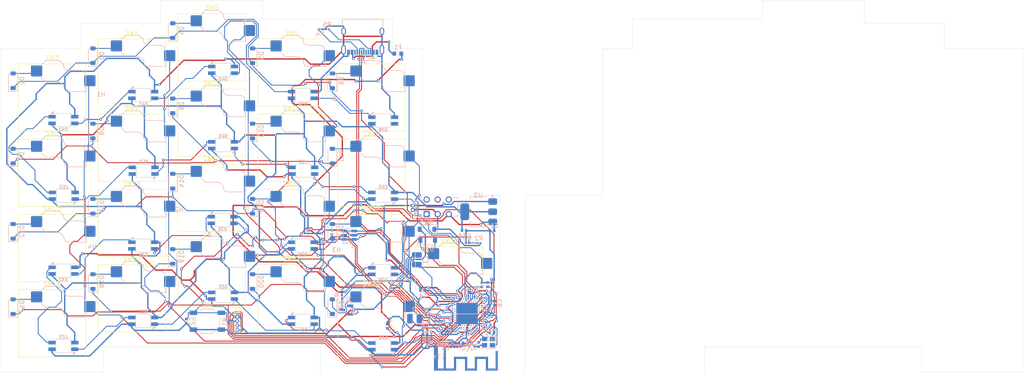
<source format=kicad_pcb>
(kicad_pcb (version 20240108) (generator "pcbnew") (generator_version "8.0")
  (layers (0 "F.Cu" signal) (31 "B.Cu" signal) (34 "B.Paste" user) (35 "F.Paste" user) (36 "B.SilkS" user "B.Silkscreen") (37 "F.SilkS" user "F.Silkscreen") (38 "B.Mask" user) (39 "F.Mask" user) (44 "Edge.Cuts" user))
  (net 0 "")
  (net 1 "GND")
  (net 2 "Net-(AE1-PCB_Trace)")
  (net 3 "/left/ROW0")
  (net 4 "Net-(D2-A)")
  (net 5 "/left/ROW1")
  (net 6 "/left/ROW2")
  (net 7 "/left/ROW3")
  (net 8 "/left/ROW4")
  (net 10 "V_SYS")
  (net 11 "/left/COL0")
  (net 12 "/left/COL1")
  (net 13 "5V")
  (net 14 "LED_5V")
  (net 15 "3.2V-5V")
  (net 16 "/left/COL2")
  (net 17 "/left/COL3")
  (net 18 "/left/COL4")
  (net 19 "VBAT")
  (net 20 "Net-(D23-DOUT)")
  (net 21 "Net-(D3-A)")
  (net 22 "Net-(D4-A)")
  (net 23 "Net-(D5-A)")
  (net 24 "Net-(D6-A)")
  (net 25 "Net-(D7-A)")
  (net 26 "Net-(D8-A)")
  (net 27 "Net-(D9-A)")
  (net 28 "Net-(D10-A)")
  (net 29 "Net-(D11-A)")
  (net 30 "/left/LED_PIN")
  (net 31 "Net-(D12-A)")
  (net 32 "Net-(D13-A)")
  (net 33 "Net-(D14-A)")
  (net 34 "Net-(D15-A)")
  (net 35 "Net-(D16-A)")
  (net 36 "Net-(D17-A)")
  (net 37 "Net-(D18-A)")
  (net 38 "Net-(D19-A)")
  (net 39 "Net-(D20-A)")
  (net 40 "Net-(D21-A)")
  (net 41 "Net-(D22-A)")
  (net 42 "VBUS")
  (net 43 "Net-(L1-Pad2)")
  (net 68 "Net-(D24-DOUT)")
  (net 69 "Net-(D25-DOUT)")
  (net 70 "Net-(D26-DOUT)")
  (net 71 "Net-(D27-DOUT)")
  (net 72 "Net-(D28-DOUT)")
  (net 73 "Net-(D33-DOUT)")
  (net 74 "Net-(D34-DOUT)")
  (net 75 "Net-(D35-DOUT)")
  (net 76 "Net-(D36-DOUT)")
  (net 77 "Net-(D37-DOUT)")
  (net 78 "Net-(D28-DIN)")
  (net 79 "Net-(D29-DIN)")
  (net 80 "Net-(D30-DIN)")
  (net 81 "Net-(D31-DIN)")
  (net 82 "Net-(D38-DIN)")
  (net 84 "Net-(D39-DIN)")
  (net 85 "Net-(D40-DIN)")
  (net 86 "Net-(D41-DIN)")
  (net 92 "/left/DEC1")
  (net 93 "/left/DEC3")
  (net 94 "/left/DEC5")
  (net 95 "/left/RESET")
  (net 96 "/left/DEC4")
  (net 97 "/left/DECUSB")
  (net 98 "/left/XC1")
  (net 99 "/left/XC2")
  (net 100 "/left/ANT")
  (net 101 "Net-(C14-Pad1)")
  (net 102 "/left/leds/DATA")
  (net 103 "/left/SWDIO")
  (net 104 "/left/SWDCLK")
  (net 105 "/left/DCC")
  (net 106 "/left/DCCH")
  (net 107 "/left/leds/LED_PIN")
  (net 108 "/left/BT_PIN")
  (net 109 "/left/CC1")
  (net 110 "/left/CC2")
  (net 111 "/left/D+")
  (net 112 "/left/D-")
  (footprint "PCM_Switch_Keyboard_Hotswap_Kailh:SW_Hotswap_Kailh_Choc_V1V2_1.00u" (layer "F.Cu") (at 81.1 88.35)
    (property "Reference" "SW15")
    (property "Value" "SW_Push")
  )
  (footprint "Connector_PinHeader_1.00mm:PinHeader_1x02_P1.00mm_Vertical" (layer "F.Cu") (at 126.44 91.065 180)
    (property "Reference" "J1")
    (property "Value" "Conn_01x02")
  )
  (footprint "PCM_Switch_Keyboard_Hotswap_Kailh:SW_Hotswap_Kailh_Choc_V1V2_1.00u" (layer "F.Cu") (at 99.1 94.0167)
    (property "Reference" "SW16")
    (property "Value" "SW_Push")
  )
  (footprint "PCM_Switch_Keyboard_Hotswap_Kailh:SW_Hotswap_Kailh_Choc_V1V2_1.00u" (layer "F.Cu") (at 117.1 65.6833)
    (property "Reference" "SW7")
    (property "Value" "SW_Push")
  )
  (footprint "Connector_PinHeader_1.00mm:PinHeader_1x04_P1.00mm_Vertical" (layer "F.Cu") (at 86.85 115.1833)
    (property "Reference" "J2")
    (property "Value" "SWD_Connector")
  )
  (footprint "PCM_Switch_Keyboard_Hotswap_Kailh:SW_Hotswap_Kailh_Choc_V1V2_1.00u" (layer "F.Cu") (at 99.1 60.0167)
    (property "Reference" "SW6")
    (property "Value" "SW_Push")
  )
  (footprint "PCM_Switch_Keyboard_Hotswap_Kailh:SW_Hotswap_Kailh_Choc_V1V2_1.00u" (layer "F.Cu") (at 81.1 54.35)
    (property "Reference" "SW5")
    (property "Value" "SW_Push")
  )
  (footprint "PCM_Switch_Keyboard_Hotswap_Kailh:SW_Hotswap_Kailh_Choc_V1V2_1.00u" (layer "F.Cu") (at 81.1 71.35)
    (property "Reference" "SW10")
    (property "Value" "SW_Push")
  )
  (footprint "PCM_Switch_Keyboard_Hotswap_Kailh:SW_Hotswap_Kailh_Choc_V1V2_1.00u" (layer "F.Cu") (at 81.1 105.35)
    (property "Reference" "SW20")
    (property "Value" "SW_Push")
  )
  (footprint "PCM_Switch_Keyboard_Hotswap_Kailh:SW_Hotswap_Kailh_Choc_V1V2_1.00u" (layer "F.Cu") (at 45.1 99.6833)
    (property "Reference" "SW13")
    (property "Value" "SW_Push")
  )
  (footprint "PCM_Switch_Keyboard_Hotswap_Kailh:SW_Hotswap_Kailh_Choc_V1V2_1.00u" (layer "F.Cu") (at 63.1 111.0167)
    (property "Reference" "SW19")
    (property "Value" "SW_Push")
  )
  (footprint "PCM_Switch_Keyboard_Hotswap_Kailh:SW_Hotswap_Kailh_Choc_V1V2_1.00u" (layer "F.Cu") (at 45.1 65.6833)
    (property "Reference" "SW3")
    (property "Value" "SW_Push")
  )
  (footprint "PCM_Switch_Keyboard_Hotswap_Kailh:SW_Hotswap_Kailh_Choc_V1V2_1.00u" (layer "F.Cu") (at 45.1 82.6833)
    (property "Reference" "SW8")
    (property "Value" "SW_Push")
  )
  (footprint "PCM_Switch_Keyboard_Hotswap_Kailh:SW_Hotswap_Kailh_Choc_V1V2_1.00u" (layer "F.Cu") (at 63.1 94.0167)
    (property "Reference" "SW14")
    (property "Value" "SW_Push")
  )
  (footprint "PCM_Switch_Keyboard_Hotswap_Kailh:SW_Hotswap_Kailh_Choc_V1V2_1.00u" (layer "F.Cu") (at 99.1 111.0167)
    (property "Reference" "SW21")
    (property "Value" "SW_Push")
  )
  (footprint "PCM_Switch_Keyboard_Hotswap_Kailh:SW_Hotswap_Kailh_Choc_V1V2_1.00u" (layer "F.Cu") (at 63.1 60.0167)
    (property "Reference" "SW4")
    (property "Value" "SW_Push")
  )
  (footprint "PCM_Switch_Keyboard_Hotswap_Kailh:SW_Hotswap_Kailh_Choc_V1V2_1.75u_90deg" (layer "F.Cu") (at 134.6 106.9333)
    (property "Reference" "SW23")
    (property "Value" "SW_Push")
  )
  (footprint "PCM_Switch_Keyboard_Hotswap_Kailh:SW_Hotswap_Kailh_Choc_V1V2_1.00u" (layer "F.Cu") (at 63.1 77.0167)
    (property "Reference" "SW9")
    (property "Value" "SW_Push")
  )
  (footprint "PCM_Switch_Keyboard_Hotswap_Kailh:SW_Hotswap_Kailh_Choc_V1V2_1.00u" (layer "F.Cu") (at 99.1 77.0167)
    (property "Reference" "SW11")
    (property "Value" "SW_Push")
  )
  (footprint "PCM_Switch_Keyboard_Hotswap_Kailh:SW_Hotswap_Kailh_Choc_V1V2_1.00u" (layer "F.Cu") (at 117.1 99.6833)
    (property "Reference" "SW17")
    (property "Value" "SW_Push")
  )
  (footprint "PCM_Switch_Keyboard_Hotswap_Kailh:SW_Hotswap_Kailh_Choc_V1V2_1.00u" (layer "F.Cu") (at 117.1 116.6833)
    (property "Reference" "SW22")
    (property "Value" "SW_Push")
  )
  (footprint "PCM_Switch_Keyboard_Hotswap_Kailh:SW_Hotswap_Kailh_Choc_V1V2_1.00u" (layer "F.Cu") (at 45.1 116.6833)
    (property "Reference" "SW18")
    (property "Value" "SW_Push")
  )
  (footprint "PCM_Switch_Keyboard_Hotswap_Kailh:SW_Hotswap_Kailh_Choc_V1V2_1.00u" (layer "F.Cu") (at 117.1 82.6833)
    (property "Reference" "SW12")
    (property "Value" "SW_Push")
  )
  (footprint "Diode_SMD:D_SOD-123" (layer "B.Cu") (at 36.29 112.8983 90)
    (property "Reference" "D17")
    (property "Value" "1N5819")
  )
  (footprint "Diode_SMD:D_SOD-123" (layer "B.Cu") (at 54.29 73.2316 90)
    (property "Reference" "D8")
    (property "Value" "1N5819")
  )
  (footprint "Package_TO_SOT_SMD:SOT-223-3_TabPin2" (layer "B.Cu") (at 141.29 91.465 180)
    (property "Reference" "U3")
    (property "Value" "AMS1117-5.0")
  )
  (footprint "Capacitor_SMD:C_0402_1005Metric" (layer "B.Cu") (at 141.24 121.465 -90)
    (property "Reference" "C12")
    (property "Value" "12pF")
  )
  (footprint "Keebio_Parts:SK6812-MINI-E" (layer "B.Cu") (at 65.64 116.0983)
    (property "Reference" "D26")
    (property "Value" "SK6812MINI" (hide yes))
    (fp_line (start -1.7 -1.5) (end 1.7 -1.5) (stroke (width 0.12)) (layer "Edge.Cuts"))
    (fp_line (start -1.7 1.5) (end -1.7 -1.5) (stroke (width 0.12)) (layer "Edge.Cuts"))
    (fp_line (start 1.7 -1.5) (end 1.7 1.5) (stroke (width 0.12)) (layer "Edge.Cuts"))
    (fp_line (start 1.7 1.5) (end -1.7 1.5) (stroke (width 0.12)) (layer "Edge.Cuts"))
  )
  (footprint "Package_TO_SOT_SMD:SOT-23" (layer "B.Cu") (at 111.3625 113.655 180)
    (property "Reference" "Q1")
    (property "Value" "BSS138")
  )
  (footprint "Button_Switch_THT:SW_CK_JS202011AQN_DPDT_Angled" (layer "B.Cu") (at 129.54 92.015)
    (property "Reference" "SW2")
    (property "Value" "SW_On_Off")
  )
  (footprint "Resistor_SMD:R_0201_0603Metric" (layer "B.Cu") (at 105.54 50.265)
    (property "Reference" "R4")
    (property "Value" "5.1k")
  )
  (footprint "Fuse:Fuse_0603_1608Metric" (layer "B.Cu") (at 123.04 55.76499 180)
    (property "Reference" "F1")
    (property "Value" "500mA")
  )
  (footprint "Keebio_Parts:SK6812-MINI-E" (layer "B.Cu") (at 83.54 93.331702 180)
    (property "Reference" "D30")
    (property "Value" "SK6812MINI" (hide yes))
    (fp_line (start 1.7 1.5) (end -1.7 1.5) (stroke (width 0.12)) (layer "Edge.Cuts"))
    (fp_line (start 1.7 -1.5) (end 1.7 1.5) (stroke (width 0.12)) (layer "Edge.Cuts"))
    (fp_line (start -1.7 1.5) (end -1.7 -1.5) (stroke (width 0.12)) (layer "Edge.Cuts"))
    (fp_line (start -1.7 -1.5) (end 1.7 -1.5) (stroke (width 0.12)) (layer "Edge.Cuts"))
  )
  (footprint "MountingHole:MountingHole_2mm" (layer "B.Cu") (at 109.27 69.2433 180)
    (property "Reference" "H5")
    (property "Value" "MountingHole")
  )
  (footprint "Capacitor_SMD:C_0402_1005Metric" (layer "B.Cu") (at 142.04 107.965 90)
    (property "Reference" "C9")
    (property "Value" "4.7uF")
  )
  (footprint "Capacitor_SMD:C_0402_1005Metric" (layer "B.Cu") (at 143.29 107.935 90)
    (property "Reference" "C5")
    (property "Value" "100pF")
  )
  (footprint "Capacitor_SMD:C_0402_1005Metric" (layer "B.Cu") (at 144.29 118.815)
    (property "Reference" "C11")
    (property "Value" "12pF")
  )
  (footprint "Connector_USB:USB_C_Receptacle_XKB_U262-16XN-4BVC11" (layer "B.Cu") (at 115.14 51.78)
    (property "Reference" "J3")
    (property "Value" "USB_C_Receptacle_USB2.0_14P")
  )
  (footprint "Capacitor_SMD:C_0402_1005Metric" (layer "B.Cu") (at 137.26 121.0933)
    (property "Reference" "C13")
    (property "Value" "1pF")
  )
  (footprint "Keebio_Parts:SK6812-MINI-E" (layer "B.Cu") (at 47.64 104.765 180)
    (property "Reference" "D32")
    (property "Value" "SK6812MINI" (hide yes))
    (fp_line (start 1.7 1.5) (end -1.7 1.5) (stroke (width 0.12)) (layer "Edge.Cuts"))
    (fp_line (start 1.7 -1.5) (end 1.7 1.5) (stroke (width 0.12)) (layer "Edge.Cuts"))
    (fp_line (start -1.7 1.5) (end -1.7 -1.5) (stroke (width 0.12)) (layer "Edge.Cuts"))
    (fp_line (start -1.7 -1.5) (end 1.7 -1.5) (stroke (width 0.12)) (layer "Edge.Cuts"))
  )
  (footprint "Diode_SMD:D_SOD-123" (layer "B.Cu") (at 36.29 78.8983 90)
    (property "Reference" "D7")
    (property "Value" "1N5819")
  )
  (footprint "Keebio_Parts:SK6812-MINI-E" (layer "B.Cu") (at 101.74 82.1983)
    (property "Reference" "D34")
    (property "Value" "SK6812MINI" (hide yes))
    (fp_line (start -1.7 -1.5) (end 1.7 -1.5) (stroke (width 0.12)) (layer "Edge.Cuts"))
    (fp_line (start -1.7 1.5) (end -1.7 -1.5) (stroke (width 0.12)) (layer "Edge.Cuts"))
    (fp_line (start 1.7 -1.5) (end 1.7 1.5) (stroke (width 0.12)) (layer "Edge.Cuts"))
    (fp_line (start 1.7 1.5) (end -1.7 1.5) (stroke (width 0.12)) (layer "Edge.Cuts"))
  )
  (footprint "Keebio_Parts:SK6812-MINI-E" (layer "B.Cu") (at 83.64 76.4317)
    (property "Reference" "D35")
    (property "Value" "SK6812MINI" (hide yes))
    (fp_line (start -1.7 -1.5) (end 1.7 -1.5) (stroke (width 0.12)) (layer "Edge.Cuts"))
    (fp_line (start -1.7 1.5) (end -1.7 -1.5) (stroke (width 0.12)) (layer "Edge.Cuts"))
    (fp_line (start 1.7 -1.5) (end 1.7 1.5) (stroke (width 0.12)) (layer "Edge.Cuts"))
    (fp_line (start 1.7 1.5) (end -1.7 1.5) (stroke (width 0.12)) (layer "Edge.Cuts"))
  )
  (footprint "Keebio_Parts:SK6812-MINI-E" (layer "B.Cu") (at 101.64 99.0983 180)
    (property "Reference" "D29")
    (property "Value" "SK6812MINI" (hide yes))
    (fp_line (start 1.7 1.5) (end -1.7 1.5) (stroke (width 0.12)) (layer "Edge.Cuts"))
    (fp_line (start 1.7 -1.5) (end 1.7 1.5) (stroke (width 0.12)) (layer "Edge.Cuts"))
    (fp_line (start -1.7 1.5) (end -1.7 -1.5) (stroke (width 0.12)) (layer "Edge.Cuts"))
    (fp_line (start -1.7 -1.5) (end 1.7 -1.5) (stroke (width 0.12)) (layer "Edge.Cuts"))
  )
  (footprint "Diode_SMD:D_SOD-123" (layer "B.Cu") (at 72.29 67.565 90)
    (property "Reference" "D9")
    (property "Value" "1N5819")
  )
  (footprint "Crystal:Crystal_SMD_2520-4Pin_2.5x2.0mm" (layer "B.Cu") (at 143.49 120.905 180)
    (property "Reference" "Y1")
    (property "Value" "JYJE 2TJ432000NYFBC")
  )
  (footprint "Capacitor_SMD:C_0402_1005Metric" (layer "B.Cu") (at 129.175 118.2033 180)
    (property "Reference" "C8")
    (property "Value" "47nF")
  )
  (footprint "Resistor_SMD:R_0201_0603Metric" (layer "B.Cu") (at 138.745 98.515 180)
    (property "Reference" "R3")
    (property "Value" "10K")
  )
  (footprint "Keebio_Parts:SK6812-MINI-E" (layer "B.Cu") (at 47.64 70.765 180)
    (property "Reference" "D42")
    (property "Value" "SK6812MINI" (hide yes))
    (fp_line (start 1.7 1.5) (end -1.7 1.5) (stroke (width 0.12)) (layer "Edge.Cuts"))
    (fp_line (start 1.7 -1.5) (end 1.7 1.5) (stroke (width 0.12)) (layer "Edge.Cuts"))
    (fp_line (start -1.7 1.5) (end -1.7 -1.5) (stroke (width 0.12)) (layer "Edge.Cuts"))
    (fp_line (start -1.7 -1.5) (end 1.7 -1.5) (stroke (width 0.12)) (layer "Edge.Cuts"))
  )
  (footprint "Diode_SMD:D_SOD-123" (layer "B.Cu") (at 108.29 95.8983 90)
    (property "Reference" "D16")
    (property "Value" "1N5819")
  )
  (footprint "Resistor_SMD:R_0201_0603Metric" (layer "B.Cu") (at 110.44 110.715 -90)
    (property "Reference" "R7")
    (property "Value" "10K")
  )
  (footprint "Capacitor_SMD:C_0402_1005Metric" (layer "B.Cu") (at 75.35 116.1833 90)
    (property "Reference" "C2")
    (property "Value" "100nF")
  )
  (footprint "Package_DFN_QFN:Nordic_AQFN-73-1EP_7x7mm_P0.5mm" (layer "B.Cu") (at 138.65 114.4333)
    (property "Reference" "U1")
    (property "Value" "nRF52840")
  )
  (footprint "Resistor_SMD:R_0201_0603Metric" (layer "B.Cu") (at 141.345 98.515 180)
    (property "Reference" "R2")
    (property "Value" "10K")
  )
  (footprint "MountingHole:MountingHole_2mm" (layer "B.Cu") (at 54.14 102.565 180)
    (property "Reference" "H4")
    (property "Value" "MountingHole")
  )
  (footprint "Diode_SMD:D_SOD-123" (layer "B.Cu") (at 36.29 61.8983 90)
    (property "Reference" "D2")
    (property "Value" "1N5819")
  )
  (footprint "Diode_SMD:D_SOD-123" (layer "B.Cu") (at 54.29 90.2316 90)
    (property "Reference" "D13")
    (property "Value" "1N5819")
  )
  (footprint "Keebio_Parts:SK6812-MINI-E" (layer "B.Cu") (at 83.64 110.4317)
    (property "Reference" "D25")
    (property "Value" "SK6812MINI" (hide yes))
    (fp_line (start -1.7 -1.5) (end 1.7 -1.5) (stroke (width 0.12)) (layer "Edge.Cuts"))
    (fp_line (start -1.7 1.5) (end -1.7 -1.5) (stroke (width 0.12)) (layer "Edge.Cuts"))
    (fp_line (start 1.7 -1.5) (end 1.7 1.5) (stroke (width 0.12)) (layer "Edge.Cuts"))
    (fp_line (start 1.7 1.5) (end -1.7 1.5) (stroke (width 0.12)) (layer "Edge.Cuts"))
  )
  (footprint "Capacitor_SMD:C_0402_1005Metric" (layer "B.Cu") (at 129.82 114.6033 180)
    (property "Reference" "C4")
    (property "Value" "100nF")
  )
  (footprint "Resistor_SMD:R_0201_0603Metric" (layer "B.Cu") (at 107.14 50.265 180)
    (property "Reference" "R5")
    (property "Value" "5.1k")
  )
  (footprint "MountingHole:MountingHole_2mm" (layer "B.Cu") (at 73.69 94.21499 180)
    (property "Reference" "H2")
    (property "Value" "MountingHole")
  )
  (footprint "Capacitor_SMD:C_0402_1005Metric" (layer "B.Cu") (at 135.345 121.1133)
    (property "Reference" "C14")
    (property "Value" "1.2pF")
  )
  (footprint "Diode_SMD:D_SOD-123" (layer "B.Cu") (at 36.29 95.8983 90)
    (property "Reference" "D12")
    (property "Value" "1N5819")
  )
  (footprint "Keebio_Parts:SK6812-MINI-E" (layer "B.Cu") (at 47.74 87.865)
    (property "Reference" "D37")
    (property "Value" "SK6812MINI" (hide yes))
    (fp_line (start -1.7 -1.5) (end 1.7 -1.5) (stroke (width 0.12)) (layer "Edge.Cuts"))
    (fp_line (start -1.7 1.5) (end -1.7 -1.5) (stroke (width 0.12)) (layer "Edge.Cuts"))
    (fp_line (start 1.7 -1.5) (end 1.7 1.5) (stroke (width 0.12)) (layer "Edge.Cuts"))
    (fp_line (start 1.7 1.5) (end -1.7 1.5) (stroke (width 0.12)) (layer "Edge.Cuts"))
  )
  (footprint "Keebio_Parts:SK6812-MINI-E" (layer "B.Cu") (at 119.74 70.865 180)
    (property "Reference" "D38")
    (property "Value" "SK6812MINI" (hide yes))
    (fp_line (start 1.7 1.5) (end -1.7 1.5) (stroke (width 0.12)) (layer "Edge.Cuts"))
    (fp_line (start 1.7 -1.5) (end 1.7 1.5) (stroke (width 0.12)) (layer "Edge.Cuts"))
    (fp_line (start -1.7 1.5) (end -1.7 -1.5) (stroke (width 0.12)) (layer "Edge.Cuts"))
    (fp_line (start -1.7 -1.5) (end 1.7 -1.5) (stroke (width 0.12)) (layer "Edge.Cuts"))
  )
  (footprint "MountingHole:MountingHole_2mm" (layer "B.Cu") (at 56.11 68.1933 180)
    (property "Reference" "H1")
    (property "Value" "MountingHole")
  )
  (footprint "Keebio_Parts:SK6812-MINI-E" (layer "B.Cu") (at 101.64 65.0983 180)
    (property "Reference" "D39")
    (property "Value" "SK6812MINI" (hide yes))
    (fp_line (start 1.7 1.5) (end -1.7 1.5) (stroke (width 0.12)) (layer "Edge.Cuts"))
    (fp_line (start 1.7 -1.5) (end 1.7 1.5) (stroke (width 0.12)) (layer "Edge.Cuts"))
    (fp_line (start -1.7 1.5) (end -1.7 -1.5) (stroke (width 0.12)) (layer "Edge.Cuts"))
    (fp_line (start -1.7 -1.5) (end 1.7 -1.5) (stroke (width 0.12)) (layer "Edge.Cuts"))
  )
  (footprint "Diode_SMD:D_SOD-123" (layer "B.Cu") (at 72.29 84.565 90)
    (property "Reference" "D14")
    (property "Value" "1N5819")
  )
  (footprint "Inductor_SMD:L_0201_0603Metric" (layer "B.Cu") (at 129.375 117.3033)
    (property "Reference" "L2")
    (property "Value" "15nH")
  )
  (footprint "Capacitor_SMD:C_0402_1005Metric" (layer "B.Cu") (at 144.31 95.765 180)
    (property "Reference" "C15")
    (property "Value" "1uF")
  )
  (footprint "Inductor_SMD:L_0201_0603Metric" (layer "B.Cu") (at 135.345 122.0533 180)
    (property "Reference" "L5")
    (property "Value" "2.2nH")
  )
  (footprint "Resistor_SMD:R_0201_0603Metric" (layer "B.Cu") (at 114 113.8283 -90)
    (property "Reference" "R6")
    (property "Value" "10K")
  )
  (footprint "Resistor_SMD:R_0201_0603Metric" (layer "B.Cu") (at 85.09 116.365 -90)
    (property "Reference" "R1")
    (property "Value" "100K")
  )
  (footprint "Keebio_Parts:SK6812-MINI-E" (layer "B.Cu") (at 119.74 104.865 180)
    (property "Reference" "D28")
    (property "Value" "SK6812MINI" (hide yes))
    (fp_line (start 1.7 1.5) (end -1.7 1.5) (stroke (width 0.12)) (layer "Edge.Cuts"))
    (fp_line (start 1.7 -1.5) (end 1.7 1.5) (stroke (width 0.12)) (layer "Edge.Cuts"))
    (fp_line (start -1.7 1.5) (end -1.7 -1.5) (stroke (width 0.12)) (layer "Edge.Cuts"))
    (fp_line (start -1.7 -1.5) (end 1.7 -1.5) (stroke (width 0.12)) (layer "Edge.Cuts"))
  )
  (footprint "Keebio_Parts:SK6812-MINI-E" (layer "B.Cu") (at 83.64 59.4317 180)
    (property "Reference" "D40")
    (property "Value" "SK6812MINI" (hide yes))
    (fp_line (start 1.7 1.5) (end -1.7 1.5) (stroke (width 0.12)) (layer "Edge.Cuts"))
    (fp_line (start 1.7 -1.5) (end 1.7 1.5) (stroke (width 0.12)) (layer "Edge.Cuts"))
    (fp_line (start -1.7 1.5) (end -1.7 -1.5) (stroke (width 0.12)) (layer "Edge.Cuts"))
    (fp_line (start -1.7 -1.5) (end 1.7 -1.5) (stroke (width 0.12)) (layer "Edge.Cuts"))
  )
  (footprint "Capacitor_SMD:C_0402_1005Metric" (layer "B.Cu") (at 120.67 117.3133 90)
    (property "Reference" "C10")
    (property "Value" "4.7uF")
  )
  (footprint "Capacitor_SMD:C_0402_1005Metric" (layer "B.Cu") (at 129.175 119.1033 180)
    (property "Reference" "C7")
    (property "Value" "1uF")
  )
  (footprint "Diode_SMD:D_SOD-123" (layer "B.Cu") (at 72.29 101.565 90)
    (property "Reference" "D19")
    (property "Value" "1N5819")
  )
  (footprint "Keebio_Parts:SK6812-MINI-E" (layer "B.Cu") (at 65.64 65.0983 180)
    (property "Reference" "D41")
    (property "Value" "SK6812MINI" (hide yes))
    (fp_line (start 1.7 1.5) (end -1.7 1.5) (stroke (width 0.12)) (layer "Edge.Cuts"))
    (fp_line (start 1.7 -1.5) (end 1.7 1.5) (stroke (width 0.12)) (layer "Edge.Cuts"))
    (fp_line (start -1.7 1.5) (end -1.7 -1.5) (stroke (width 0.12)) (layer "Edge.Cuts"))
    (fp_line (start -1.7 -1.5) (end 1.7 -1.5) (stroke (width 0.12)) (layer "Edge.Cuts"))
  )
  (footprint "Diode_SMD:D_SOD-123" (layer "B.Cu") (at 54.29 107.2316 90)
    (property "Reference" "D18")
    (property "Value" "1N5819")
  )
  (footprint "Diode_SMD:D_SOD-123" (layer "B.Cu") (at 90.29 107.2316 90)
    (property "Reference" "D20")
    (property "Value" "1N5819")
  )
  (footprint "Package_TO_SOT_SMD:SOT-23-6" (layer "B.Cu") (at 112.09 96.765)
    (property "Reference" "U2")
    (property "Value" "USBLC6-2SC6")
  )
  (footprint "Diode_SMD:D_SOD-123" (layer "B.Cu") (at 72.29 50.565 90)
    (property "Reference" "D4")
    (property "Value" "1N5819")
  )
  (footprint "Inductor_SMD:L_1008_2520Metric" (layer "B.Cu") (at 127.34 102.315 90)
    (property "Reference" "L3")
    (property "Value" "10uH")
  )
  (footprint "Keebio_Parts:SK6812-MINI-E" (layer "B.Cu") (at 47.64 121.765)
    (property "Reference" "D27")
    (property "Value" "SK6812MINI" (hide yes))
    (fp_line (start -1.7 -1.5) (end 1.7 -1.5) (stroke (width 0.12)) (layer "Edge.Cuts"))
    (fp_line (start -1.7 1.5) (end -1.7 -1.5) (stroke (width 0.12)) (layer "Edge.Cuts"))
    (fp_line (start 1.7 -1.5) (end 1.7 1.5) (stroke (width 0.12)) (layer "Edge.Cuts"))
    (fp_line (start 1.7 1.5) (end -1.7 1.5) (stroke (width 0.12)) (layer "Edge.Cuts"))
  )
  (footprint "Keebio_Parts:SK6812-MINI-E" (layer "B.Cu") (at 119.74 87.865)
    (property "Reference" "D33")
    (property "Value" "SK6812MINI" (hide yes))
    (fp_line (start -1.7 -1.5) (end 1.7 -1.5) (stroke (width 0.12)) (layer "Edge.Cuts"))
    (fp_line (start -1.7 1.5) (end -1.7 -1.5) (stroke (width 0.12)) (layer "Edge.Cuts"))
    (fp_line (start 1.7 -1.5) (end 1.7 1.5) (stroke (width 0.12)) (layer "Edge.Cuts"))
    (fp_line (start 1.7 1.5) (end -1.7 1.5) (stroke (width 0.12)) (layer "Edge.Cuts"))
  )
  (footprint "Diode_SMD:D_SOD-123" (layer "B.Cu") (at 54.29 56.2316 90)
    (property "Reference" "D3")
    (property "Value" "1N5819")
  )
  (footprint "Inductor_SMD:L_0201_0603Metric" (layer "B.Cu") (at 136.845 122.0533 180)
    (property "Reference" "L4")
    (property "Value" "4.7nH")
  )
  (footprint "pcb_ant:pcb_antenna" (layer "B.Cu") (at 132.95 122.4533)
    (property "Reference" "AE1")
    (property "Value" "PCB_Antenna")
  )
  (footprint "Diode_SMD:D_SOD-123" (layer "B.Cu") (at 90.29 56.2316 90)
    (property "Reference" "D5")
    (property "Value" "1N5819")
  )
  (footprint "MountingHole:MountingHole_2mm" (layer "B.Cu") (at 109.21 103.2633 180)
    (property "Reference" "H3")
    (property "Value" "MountingHole")
  )
  (footprint "Capacitor_SMD:C_0402_1005Metric" (layer "B.Cu") (at 138.01 95.715)
    (property "Reference" "C16")
    (property "Value" "1uF")
  )
  (footprint "Keebio_Parts:SK6812-MINI-E" (layer "B.Cu") (at 65.74 82.1983)
    (property "Reference" "D36")
    (property "Value" "SK6812MINI" (hide yes))
    (fp_line (start -1.7 -1.5) (end 1.7 -1.5) (stroke (width 0.12)) (layer "Edge.Cuts"))
    (fp_line (start -1.7 1.5) (end -1.7 -1.5) (stroke (width 0.12)) (layer "Edge.Cuts"))
    (fp_line (start 1.7 -1.5) (end 1.7 1.5) (stroke (width 0.12)) (layer "Edge.Cuts"))
    (fp_line (start 1.7 1.5) (end -1.7 1.5) (stroke (width 0.12)) (layer "Edge.Cuts"))
  )
  (footprint "Inductor_SMD:L_1008_2520Metric" (layer "B.Cu") (at 126.85 115.5933 180)
    (property "Reference" "L1")
    (property "Value" "10uH")
  )
  (footprint "Diode_SMD:D_SOD-123" (layer "B.Cu") (at 129.79 97.915)
    (property "Reference" "D22")
    (property "Value" "1N5819")
  )
  (footprint "Diode_SMD:D_SOD-123" (layer "B.Cu") (at 108.29 112.8983 90)
    (property "Reference" "D21")
    (property "Value" "1N5819")
  )
  (footprint "Diode_SMD:D_SOD-123" (layer "B.Cu") (at 129.64 95.415 180)
    (property "Reference" "D1")
    (property "Value" "1N5819")
  )
  (footprint "Capacitor_SMD:C_0402_1005Metric" (layer "B.Cu") (at 144.84 112.09499 90)
    (property "Reference" "C6")
    (property "Value" "820pF")
  )
  (footprint "Keebio_Parts:SK6812-MINI-E" (layer "B.Cu") (at 65.64 99.0983 180)
    (property "Reference" "D31")
    (property "Value" "SK6812MINI" (hide yes))
    (fp_line (start 1.7 1.5) (end -1.7 1.5) (stroke (width 0.12)) (layer "Edge.Cuts"))
    (fp_line (start 1.7 -1.5) (end 1.7 1.5) (stroke (width 0.12)) (layer "Edge.Cuts"))
    (fp_line (start -1.7 1.5) (end -1.7 -1.5) (stroke (width 0.12)) (layer "Edge.Cuts"))
    (fp_line (start -1.7 -1.5) (end 1.7 -1.5) (stroke (width 0.12)) (layer "Edge.Cuts"))
  )
  (footprint "Diode_SMD:D_SOD-123" (layer "B.Cu") (at 90.29 90.2316 90)
    (property "Reference" "D15")
    (property "Value" "1N5819")
  )
  (footprint "Diode_SMD:D_SOD-123" (layer "B.Cu") (at 90.29 73.2316 90)
    (property "Reference" "D10")
    (property "Value" "1N5819")
  )
  (footprint "Capacitor_SMD:C_0402_1005Metric" (layer "B.Cu") (at 129.69 113.565)
    (property "Reference" "C3")
    (property "Value" "4.7uF")
  )
  (footprint "Diode_SMD:D_SOD-123" (layer "B.Cu") (at 108.29 78.8983 90)
    (property "Reference" "D11")
    (property "Value" "1N5819")
  )
  (footprint "Button_Switch_SMD:SW_SPST_TL3342" (layer "B.Cu") (at 80.1 116.1833 180)
    (property "Reference" "SW1")
    (property "Value" "Reset Button")
  )
  (footprint "Diode_SMD:D_SOD-123" (layer "B.Cu") (at 108.29 61.8983 90)
    (property "Reference" "D6")
    (property "Value" "1N5819")
  )
  (footprint "Capacitor_SMD:C_0402_1005Metric" (layer "B.Cu") (at 128.64 109.26499)
    (property "Reference" "C1")
    (property "Value" "4.7uF")
  )
  (footprint "Keebio_Parts:SK6812-MINI-E" (layer "B.Cu") (at 101.64 116.0983 180)
    (property "Reference" "D24")
    (property "Value" "SK6812MINI" (hide yes))
    (fp_line (start 1.7 1.5) (end -1.7 1.5) (stroke (width 0.12)) (layer "Edge.Cuts"))
    (fp_line (start 1.7 -1.5) (end 1.7 1.5) (stroke (width 0.12)) (layer "Edge.Cuts"))
    (fp_line (start -1.7 1.5) (end -1.7 -1.5) (stroke (width 0.12)) (layer "Edge.Cuts"))
    (fp_line (start -1.7 -1.5) (end 1.7 -1.5) (stroke (width 0.12)) (layer "Edge.Cuts"))
  )
  (footprint "Keebio_Parts:SK6812-MINI-E" (layer "B.Cu") (at 119.74 121.865)
    (property "Reference" "D23")
    (property "Value" "SK6812MINI" (hide yes))
    (fp_line (start -1.7 -1.5) (end 1.7 -1.5) (stroke (width 0.12)) (layer "Edge.Cuts"))
    (fp_line (start -1.7 1.5) (end -1.7 -1.5) (stroke (width 0.12)) (layer "Edge.Cuts"))
    (fp_line (start 1.7 -1.5) (end 1.7 1.5) (stroke (width 0.12)) (layer "Edge.Cuts"))
    (fp_line (start 1.7 1.5) (end -1.7 1.5) (stroke (width 0.12)) (layer "Edge.Cuts"))
  )
  (gr_line (start 264.24 54.6817) (end 264.24 127.6817) (stroke (width 0.05)) (layer "Edge.Cuts"))
  (gr_line (start 51.6 54.683324) (end 33.6 54.683324) (stroke (width 0.05)) (layer "Edge.Cuts"))
  (gr_line (start 51.6 48.933324) (end 51.6 54.683324) (stroke (width 0.05)) (layer "Edge.Cuts"))
  (gr_line (start 241.24 127.6817) (end 241.24 121.9317) (stroke (width 0.05)) (layer "Edge.Cuts"))
  (gr_line (start 121.85 47.933324) (end 92.6 47.933324) (stroke (width 0.05)) (layer "Edge.Cuts"))
  (gr_line (start 128.58 87.683324) (end 146.1 87.683324) (stroke (width 0.05)) (layer "Edge.Cuts"))
  (gr_line (start 128.58 87.683324) (end 128.6 54.683324) (stroke (width 0.05)) (layer "Edge.Cuts"))
  (gr_line (start 121.85 54.683324) (end 121.85 47.933324) (stroke (width 0.05)) (layer "Edge.Cuts"))
  (gr_line (start 92.6 47.933324) (end 92.6 43.683324) (stroke (width 0.05)) (layer "Edge.Cuts"))
  (gr_line (start 228.24 48.9317) (end 246.24 48.9317) (stroke (width 0.05)) (layer "Edge.Cuts"))
  (gr_line (start 105.6 127.933324) (end 105.6 121.933324) (stroke (width 0.05)) (layer "Edge.Cuts"))
  (gr_line (start 241.24 121.9317) (end 192.24 121.9317) (stroke (width 0.05)) (layer "Edge.Cuts"))
  (gr_line (start 246.24 54.6817) (end 264.24 54.6817) (stroke (width 0.05)) (layer "Edge.Cuts"))
  (gr_line (start 56.6 127.683324) (end 56.6 121.933324) (stroke (width 0.05)) (layer "Edge.Cuts"))
  (gr_line (start 169.26 87.6817) (end 169.24 54.6817) (stroke (width 0.05)) (layer "Edge.Cuts"))
  (gr_line (start 92.6 43.683324) (end 69.6 43.683324) (stroke (width 0.05)) (layer "Edge.Cuts"))
  (gr_line (start 69.6 48.933324) (end 51.6 48.933324) (stroke (width 0.05)) (layer "Edge.Cuts"))
  (gr_line (start 169.26 87.6817) (end 151.74 87.6817) (stroke (width 0.05)) (layer "Edge.Cuts"))
  (gr_line (start 205.24 43.6817) (end 228.24 43.6817) (stroke (width 0.05)) (layer "Edge.Cuts"))
  (gr_line (start 228.24 43.6817) (end 228.24 48.9317) (stroke (width 0.05)) (layer "Edge.Cuts"))
  (gr_line (start 105.6 127.933324) (end 146.1 127.933324) (stroke (width 0.05)) (layer "Edge.Cuts"))
  (gr_line (start 246.24 48.9317) (end 246.24 54.6817) (stroke (width 0.05)) (layer "Edge.Cuts"))
  (gr_line (start 205.24 47.9317) (end 205.24 43.6817) (stroke (width 0.05)) (layer "Edge.Cuts"))
  (gr_line (start 175.99 54.6817) (end 175.99 47.9317) (stroke (width 0.05)) (layer "Edge.Cuts"))
  (gr_line (start 175.99 47.9317) (end 205.24 47.9317) (stroke (width 0.05)) (layer "Edge.Cuts"))
  (gr_line (start 33.6 127.683324) (end 56.6 127.683324) (stroke (width 0.05)) (layer "Edge.Cuts"))
  (gr_line (start 128.6 54.683324) (end 121.85 54.683324) (stroke (width 0.05)) (layer "Edge.Cuts"))
  (gr_line (start 192.24 127.9317) (end 151.74 127.9317) (stroke (width 0.05)) (layer "Edge.Cuts"))
  (gr_line (start 33.6 54.683324) (end 33.6 127.683324) (stroke (width 0.05)) (layer "Edge.Cuts"))
  (gr_line (start 69.6 43.683324) (end 69.6 48.933324) (stroke (width 0.05)) (layer "Edge.Cuts"))
  (gr_line (start 169.24 54.6817) (end 175.99 54.6817) (stroke (width 0.05)) (layer "Edge.Cuts"))
  (gr_line (start 146.1 127.933324) (end 146.1 87.683324) (stroke (width 0.05)) (layer "Edge.Cuts"))
  (gr_line (start 192.24 127.9317) (end 192.24 121.9317) (stroke (width 0.05)) (layer "Edge.Cuts"))
  (gr_line (start 56.6 121.933324) (end 105.6 121.933324) (stroke (width 0.05)) (layer "Edge.Cuts"))
  (gr_line (start 264.24 127.6817) (end 241.24 127.6817) (stroke (width 0.05)) (layer "Edge.Cuts"))
  (gr_line (start 151.74 127.9317) (end 151.74 87.6817) (stroke (width 0.05)) (layer "Edge.Cuts"))
  (segment (start 145.3 116.091137) (end 144.79 116.601137) (width 0.3) (layer "F.Cu") (net 1))
  (segment (start 84.19 56.96499) (end 102.125929 56.96499) (width 0.3) (layer "F.Cu") (net 1))
  (segment (start 142.533954 114.521036) (end 143.020228 114.034762) (width 0.3) (layer "F.Cu") (net 1))
  (segment (start 51.9296 100.9256) (end 55.2008 100.9256) (width 0.3) (layer "F.Cu") (net 1))
  (segment (start 136.5687 111.7375) (end 131.9975 111.7375) (width 0.3) (layer "F.Cu") (net 1))
  (segment (start 55.4862 101.211) (end 65.0319 101.211) (width 0.3) (layer "F.Cu") (net 1))
  (segment (start 76.2428 106.9649) (end 79.5993 110.3214) (width 0.3) (layer "F.Cu") (net 1))
  (segment (start 83.7344 102.17) (end 83.7344 102.1699) (width 0.3) (layer "F.Cu") (net 1))
  (segment (start 139.54319 118.3618) (end 139.5336 118.3618) (width 0.3) (layer "F.Cu") (net 1))
  (segment (start 119.46 50.705) (end 119.46 51.8567) (width 0.3) (layer "F.Cu") (net 1))
  (segment (start 93.5194 83.5684) (end 97.3682 83.5684) (width 0.3) (layer "F.Cu") (net 1))
  (segment (start 92.0018 82.0508) (end 93.5194 83.5684) (width 0.3) (layer "F.Cu") (net 1))
  (segment (start 77.1517 105.9928) (end 77.1517 104.8652) (width 0.3) (layer "F.Cu") (net 1))
  (segment (start 143.821052 109.639902) (end 144.198189 109.262765) (width 0.3) (layer "F.Cu") (net 1))
  (segment (start 126.44 90.065) (end 133.0542 90.065) (width 0.3) (layer "F.Cu") (net 1))
  (segment (start 68.4516 104.6307) (end 72.0907 104.6307) (width 0.3) (layer "F.Cu") (net 1))
  (segment (start 79.8469 102.17) (end 83.7344 102.17) (width 0.3) (layer "F.Cu") (net 1))
  (segment (start 110.82 50.705) (end 110.82 51.8567) (width 0.3) (layer "F.Cu") (net 1))
  (segment (start 110.82 51.8567) (end 119.46 51.8567) (width 0.3) (layer "F.Cu") (net 1))
  (segment (start 72.0907 104.6307) (end 74.3617 106.9017) (width 0.3) (layer "F.Cu") (net 1))
  (segment (start 110.82 54.885) (end 110.82 51.8567) (width 0.3) (layer "F.Cu") (net 1))
  (segment (start 136.691461 109.347222) (end 137.5936 110.249361) (width 0.3) (layer "F.Cu") (net 1))
  (segment (start 84.19 56.96499) (end 83.87999 57.275) (width 0.3) (layer "F.Cu") (net 1))
  (segment (start 84.5043 82.0508) (end 92.0018 82.0508) (width 0.3) (layer "F.Cu") (net 1))
  (segment (start 55.2008 100.9256) (end 55.4862 101.211) (width 0.3) (layer "F.Cu") (net 1))
  (segment (start 144.198189 109.262765) (end 144.198189 106.773179) (width 0.3) (layer "F.Cu") (net 1))
  (segment (start 74.3617 106.9017) (end 76.2428 106.9017) (width 0.3) (layer "F.Cu") (net 1))
  (segment (start 107.5633 58.1417) (end 110.82 54.885) (width 0.3) (layer "F.Cu") (net 1))
  (segment (start 140.89 116.16499) (end 142.533954 114.521036) (width 0.3) (layer "F.Cu") (net 1))
  (segment (start 65.0319 101.211) (end 68.4516 104.6307) (width 0.3) (layer "F.Cu") (net 1))
  (segment (start 102.125929 56.96499) (end 103.302639 58.1417) (width 0.3) (layer "F.Cu") (net 1))
  (segment (start 140.89 117.01499) (end 139.54319 118.3618) (width 0.3) (layer "F.Cu") (net 1))
  (segment (start 74.77999 57.275) (end 69.29 62.76499) (width 0.3) (layer "F.Cu") (net 1))
  (segment (start 103.302639 58.1417) (end 107.5633 58.1417) (width 0.3) (layer "F.Cu") (net 1))
  (segment (start 137.5936 110.7126) (end 136.5687 111.7375) (width 0.3) (layer "F.Cu") (net 1))
  (segment (start 137.5936 110.249361) (end 137.5936 110.7126) (width 0.3) (layer "F.Cu") (net 1))
  (segment (start 136.504891 109.347222) (end 136.691461 109.347222) (width 0.3) (layer "F.Cu") (net 1))
  (segment (start 144.198189 106.773179) (end 144.14 106.71499) (width 0.3) (layer "F.Cu") (net 1))
  (segment (start 144.79 116.601137) (end 144.79 118.11499) (width 0.3) (layer "F.Cu") (net 1))
  (segment (start 77.1517 104.8652) (end 79.8469 102.17) (width 0.3) (layer "F.Cu") (net 1))
  (segment (start 143.020228 114.034762) (end 143.020228 113.783612) (width 0.3) (layer "F.Cu") (net 1))
  (segment (start 76.2428 106.9017) (end 77.1517 105.9928) (width 0.3) (layer "F.Cu") (net 1))
  (segment (start 133.0542 90.065) (end 133.4421 89.6771) (width 0.3) (layer "F.Cu") (net 1))
  (segment (start 76.2428 106.9017) (end 76.2428 106.9649) (width 0.3) (layer "F.Cu") (net 1))
  (segment (start 140.89 117.01499) (end 140.89 116.16499) (width 0.3) (layer "F.Cu") (net 1))
  (segment (start 83.87999 57.275) (end 74.77999 57.275) (width 0.3) (layer "F.Cu") (net 1))
  (via (at 65.0319 101.211) (size 0.6) (drill 0.3) (layers "F.Cu" "B.Cu") (net 1))
  (via (at 131.9975 111.7375) (size 0.6) (drill 0.3) (layers "F.Cu" "B.Cu") (net 1))
  (via (at 144.79 118.11499) (size 0.6) (drill 0.3) (layers "F.Cu" "B.Cu") (net 1))
  (via (at 143.821052 109.639902) (size 0.6) (drill 0.3) (layers "F.Cu" "B.Cu") (net 1))
  (via (at 84.5043 82.0508) (size 0.6) (drill 0.3) (layers "F.Cu" "B.Cu") (net 1))
  (via (at 139.5336 118.3618) (size 0.6) (drill 0.3) (layers "F.Cu" "B.Cu") (net 1))
  (via (at 51.9296 100.9256) (size 0.6) (drill 0.3) (layers "F.Cu" "B.Cu") (net 1))
  (via (at 84.19 56.96499) (size 0.6) (drill 0.3) (layers "F.Cu" "B.Cu") (net 1))
  (via (at 83.7344 102.1699) (size 0.6) (drill 0.3) (layers "F.Cu" "B.Cu") (net 1))
  (via (at 97.3682 83.5684) (size 0.6) (drill 0.3) (layers "F.Cu" "B.Cu") (net 1))
  (via (at 145.3 116.091137) (size 0.6) (drill 0.3) (layers "F.Cu" "B.Cu") (net 1))
  (via (at 79.5993 110.3214) (size 0.6) (drill 0.3) (layers "F.Cu" "B.Cu") (net 1))
  (via (at 133.4421 89.6771) (size 0.6) (drill 0.3) (layers "F.Cu" "B.Cu") (net 1))
  (via (at 143.020228 113.783612) (size 0.6) (drill 0.3) (layers "F.Cu" "B.Cu") (net 1))
  (via (at 144.14 106.71499) (size 0.6) (drill 0.3) (layers "F.Cu" "B.Cu") (net 1))
  (via (at 69.29 62.76499) (size 0.6) (drill 0.3) (layers "F.Cu" "B.Cu") (net 1))
  (via (at 140.89 117.01499) (size 0.6) (drill 0.3) (layers "F.Cu" "B.Cu") (net 1))
  (via (at 136.504891 109.347222) (size 0.6) (drill 0.3) (layers "F.Cu" "B.Cu") (net 1))
  (segment (start 120.1595 90.065) (end 119.9651 90.2594) (width 0.3) (layer "B.Cu") (net 1))
  (segment (start 97.9883 82.9483) (end 97.3682 83.5684) (width 0.3) (layer "B.Cu") (net 1))
  (segment (start 142.04 107.485) (end 142.07 107.455) (width 0.3) (layer "B.Cu") (net 1))
  (segment (start 81.09 112.3317) (end 81.09 111.1817) (width 0.3) (layer "B.Cu") (net 1))
  (segment (start 119.37 56.3767) (end 118.49 56.3767) (width 0.3) (layer "B.Cu") (net 1))
  (segment (start 87.2173 118.9693) (end 85.3377 118.9693) (width 0.3) (layer "B.Cu") (net 1))
  (segment (start 128.4072 119.3911) (end 128.4072 121.8929) (width 0.3) (layer "B.Cu") (net 1))
  (segment (start 144.228394 114.253384) (end 143.49 114.253384) (width 0.3) (layer "B.Cu") (net 1))
  (segment (start 99.19 82.9483) (end 97.9883 82.9483) (width 0.3) (layer "B.Cu") (net 1))
  (segment (start 144.0831 111.66499) (end 144.0831 112.357697) (width 0.3) (layer "B.Cu") (net 1))
  (segment (start 117.8826 123.7597) (end 117.19 123.0671) (width 0.3) (layer "B.Cu") (net 1))
  (segment (start 102.4606 109.0199) (end 102.4606 111.3373) (width 0.3) (layer "B.Cu") (net 1))
  (segment (start 110.82 56.3767) (end 111.79 56.3767) (width 0.3) (layer "B.Cu") (net 1))
  (segment (start 86.85 115.1833) (end 86.0733 115.1833) (width 0.3) (layer "B.Cu") (net 1))
  (segment (start 104.7156 96.676) (end 105.3917 97.3521) (width 0.3) (layer "B.Cu") (net 1))
  (segment (start 123.4917 103.2488) (end 123.4917 104.115) (width 0.3) (layer "B.Cu") (net 1))
  (segment (start 101.9733 108.5326) (end 102.4606 109.0199) (width 0.3) (layer "B.Cu") (net 1))
  (segment (start 110.82 56.2867) (end 110.82 56.3767) (width 0.3) (layer "B.Cu") (net 1))
  (segment (start 73.933 117.9887) (end 73.6734 118.2483) (width 0.3) (layer "B.Cu") (net 1))
  (segment (start 140.9233 116.6813) (end 141.2003 116.9583) (width 0.3) (layer "B.Cu") (net 1))
  (segment (start 65.2268 90.2786) (end 46.4045 90.2786) (width 0.3) (layer "B.Cu") (net 1))
  (segment (start 131.9975 111.7375) (end 131.9975 110.899594) (width 0.3) (layer "B.Cu") (net 1))
  (segment (start 45.09 123.334239) (end 45.787461 124.0317) (width 0.3) (layer "B.Cu") (net 1))
  (segment (start 49.2191 59.7566) (end 47.9733 61.0024) (width 0.3) (layer "B.Cu") (net 1))
  (segment (start 135.0898 89.8177) (end 133.5827 89.8177) (width 0.3) (layer "B.Cu") (net 1))
  (segment (start 104.19 64.3483) (end 105.3917 64.3483) (width 0.3) (layer "B.Cu") (net 1))
  (segment (start 89.315 94.656702) (end 89.315 96.0567) (width 0.3) (layer "B.Cu") (net 1))
  (segment (start 143.84 112.96384) (end 143.020228 113.783612) (width 0.3) (layer "B.Cu") (net 1))
  (segment (start 104.7157 96.3759) (end 104.7156 96.376) (width 0.3) (layer "B.Cu") (net 1))
  (segment (start 102.025 95.228275) (end 102.025 92.805125) (width 0.3) (layer "B.Cu") (net 1))
  (segment (start 76.95 118.0833) (end 83.25 118.0833) (width 0.3) (layer "B.Cu") (net 1))
  (segment (start 49.0483 67.0733) (end 50.19 68.215) (width 0.3) (layer "B.Cu") (net 1))
  (segment (start 111.79 55.45) (end 111.79 55.75) (width 0.3) (layer "B.Cu") (net 1))
  (segment (start 117.19 122.615) (end 115.9883 122.615) (width 0.3) (layer "B.Cu") (net 1))
  (segment (start 107.2588 49.5533) (end 106.82 49.9921) (width 0.3) (layer "B.Cu") (net 1))
  (segment (start 130.3385 121.915) (end 131.14 121.915) (width 0.3) (layer "B.Cu") (net 1))
  (segment (start 140.9233 116.1724) (end 140.9233 116.6813) (width 0.3) (layer "B.Cu") (net 1))
  (segment (start 119.46 50.705) (end 119.46 54.885) (width 0.3) (layer "B.Cu") (net 1))
  (segment (start 85.3377 118.9693) (end 84.4517 118.0833) (width 0.3) (layer "B.Cu") (net 1))
  (segment (start 123.3056 115.1223) (end 121.9046 115.1223) (width 0.3) (layer "B.Cu") (net 1))
  (segment (start 45.19 89.0641) (end 45.19 88.615) (width 0.3) (layer "B.Cu") (net 1))
  (segment (start 140.6997 105.3208) (end 142.04 106.6611) (width 0.3) (layer "B.Cu") (net 1))
  (segment (start 65.2789 101.458) (end 65.0319 101.211) (width 0.3) (layer "B.Cu") (net 1))
  (segment (start 121.25 68.22499) (end 122.29 69.26499) (width 0.3) (layer "B.Cu") (net 1))
  (segment (start 122.29 104.115) (end 123.4917 104.115) (width 0.3) (layer "B.Cu") (net 1))
  (segment (start 138.425 95.859) (end 138.519 95.765) (width 0.3) (layer "B.Cu") (net 1))
  (segment (start 138.65 114.4333) (end 137.15 115.9333) (width 0.3) (layer "B.Cu") (net 1))
  (segment (start 129.9267 122.3268) (end 130.3385 121.915) (width 0.3) (layer "B.Cu") (net 1))
  (segment (start 34.8896 80.6427) (end 39.5673 85.3204) (width 0.3) (layer "B.Cu") (net 1))
  (segment (start 119.9651 90.2594) (end 117.0092 90.2594) (width 0.3) (layer "B.Cu") (net 1))
  (segment (start 34.8896 72.6746) (end 34.8896 80.6427) (width 0.3) (layer "B.Cu") (net 1))
  (segment (start 86.85 115.1833) (end 87.6267 115.1833) (width 0.3) (layer "B.Cu") (net 1))
  (segment (start 143.83 95.765) (end 143.83 100.0099) (width 0.3) (layer "B.Cu") (net 1))
  (segment (start 53.582385 124.0317) (end 60.765785 116.8483) (width 0.3) (layer "B.Cu") (net 1))
  (segment (start 86.0733 115.1833) (end 83.7717 112.8817) (width 0.3) (layer "B.Cu") (net 1))
  (segment (start 102.025 92.805125) (end 101.14 91.920125) (width 0.3) (layer "B.Cu") (net 1))
  (segment (start 138.2507 106.5647) (end 139.4946 105.3208) (width 0.3) (layer "B.Cu") (net 1))
  (segment (start 105.5204 98.3483) (end 105.3917 98.3483) (width 0.3) (layer "B.Cu") (net 1))
  (segment (start 99.19 83.86499) (end 99.19 82.9483) (width 0.3) (layer "B.Cu") (net 1))
  (segment (start 57.36 56.8507) (end 54.4541 59.7566) (width 0.3) (layer "B.Cu") (net 1))
  (segment (start 128.4072 121.8929) (end 126.5404 123.7597) (width 0.3) (layer "B.Cu") (net 1))
  (segment (start 137.15 115.9333) (end 137.15 117.1833) (width 0.3) (layer "B.Cu") (net 1))
  (segment (start 141.24 121.945) (end 140.3995 121.945) (width 0.3) (layer "B.Cu") (net 1))
  (segment (start 101.99 95.263275) (end 102.025 95.228275) (width 0.3) (layer "B.Cu") (net 1))
  (segment (start 144.14 106.71499) (end 144.53669 106.71499) (width 0.3) (layer "B.Cu") (net 1))
  (segment (start 121.0483 100.8054) (end 123.4917 103.2488) (width 0.3) (layer "B.Cu") (net 1))
  (segment (start 69.3917 98.3483) (end 69.3917 100.5232) (width 0.3) (layer "B.Cu") (net 1))
  (segment (start 39.5673 85.3204) (end 40.6937 85.3204) (width 0.3) (layer "B.Cu") (net 1))
  (segment (start 110.82 54.885) (end 110.82 56.2867) (width 0.3) (layer "B.Cu") (net 1))
  (segment (start 143.83 100.0099) (end 144.773 100.9529) (width 0.3) (layer "B.Cu") (net 1))
  (segment (start 145.3 116.091137) (end 145.34 116.051137) (width 0.3) (layer "B.Cu") (net 1))
  (segment (start 46.4045 90.2786) (end 45.19 89.0641) (width 0.3) (layer "B.Cu") (net 1))
  (segment (start 105.7925 63.9475) (end 105.3917 64.3483) (width 0.3) (layer "B.Cu") (net 1))
  (segment (start 107.2143 93.8773) (end 107.2143 93.9108) (width 0.3) (layer "B.Cu") (net 1))
  (segment (start 50.19 68.215) (end 50.19 70.015) (width 0.3) (layer "B.Cu") (net 1))
  (segment (start 86.09 92.581702) (end 87.24 92.581702) (width 0.3) (layer "B.Cu") (net 1))
  (segment (start 41.5117 66.0525) (end 34.8896 72.6746) (width 0.3) (layer "B.Cu") (net 1))
  (segment (start 138.519 95.765) (end 138.49 95.736) (width 0.3) (layer "B.Cu") (net 1))
  (segment (start 104.19 115.3483) (end 105.3917 115.3483) (width 0.3) (layer "B.Cu") (net 1))
  (segment (start 145.34 115.16499) (end 145.04 114.86499) (width 0.3) (layer "B.Cu") (net 1))
  (segment (start 105.3917 115.3483) (end 105.3917 117.6582) (width 0.3) (layer "B.Cu") (net 1))
  (segment (start 144.773 106.9513) (end 144.2693 107.455) (width 0.3) (layer "B.Cu") (net 1))
  (segment (start 131.14 121.915) (end 131.328 122.103) (width 0.3) (layer "B.Cu") (net 1))
  (segment (start 118.49 55.9133) (end 118.49 55.75) (width 0.3) (layer "B.Cu") (net 1))
  (segment (start 143.83 95.765) (end 138.519 95.765) (width 0.3) (layer "B.Cu") (net 1))
  (segment (start 130.17 113.565) (end 130.17 113.6136) (width 0.3) (layer "B.Cu") (net 1))
  (segment (start 105.3917 97.3521) (end 105.3917 98.3483) (width 0.3) (layer "B.Cu") (net 1))
  (segment (start 73.6734 118.2483) (end 63.670761 118.2483) (width 0.3) (layer "B.Cu") (net 1))
  (segment (start 87.6267 117.3087) (end 88.2523 117.9343) (width 0.3) (layer "B.Cu") (net 1))
  (segment (start 107.5435 119.81) (end 105.3917 117.6582) (width 0.3) (layer "B.Cu") (net 1))
  (segment (start 138.2507 107.601413) (end 138.2507 106.5647) (width 0.3) (layer "B.Cu") (net 1))
  (segment (start 138.5186 120.0641) (end 137.6888 120.0641) (width 0.3) (layer "B.Cu") (net 1))
  (segment (start 142.615 121.605) (end 141.6883 121.605) (width 0.3) (layer "B.Cu") (net 1))
  (segment (start 144.1331 111.61499) (end 144.0831 111.66499) (width 0.3) (layer "B.Cu") (net 1))
  (segment (start 139.0366 118.3618) (end 138.5186 118.8798) (width 0.3) (layer "B.Cu") (net 1))
  (segment (start 75.35 116.6633) (end 74.0246 117.9887) (width 0.3) (layer "B.Cu") (net 1))
  (segment (start 141.4 115.9333) (end 141.1624 115.9333) (width 0.3) (layer "B.Cu") (net 1))
  (segment (start 117.19 88.615) (end 115.9883 88.615) (width 0.3) (layer "B.Cu") (net 1))
  (segment (start 128.8411 122.3268) (end 129.9267 122.3268) (width 0.3) (layer "B.Cu") (net 1))
  (segment (start 119.46 63.67499) (end 121.25 65.46499) (width 0.3) (layer "B.Cu") (net 1))
  (segment (start 141.3483 121.945) (end 141.24 121.945) (width 0.3) (layer "B.Cu") (net 1))
  (segment (start 131.14 121.915) (end 132.6149 120.4401) (width 0.3) (layer "B.Cu") (net 1))
  (segment (start 122.29 69.26499) (end 122.29 70.115) (width 0.3) (layer "B.Cu") (net 1))
  (segment (start 140.3995 121.945) (end 138.5186 120.0641) (width 0.3) (layer "B.Cu") (net 1))
  (segment (start 111.8531 89.2385) (end 107.2143 93.8773) (width 0.3) (layer "B.Cu") (net 1))
  (segment (start 104.7157 96.3759) (end 101.99 96.3759) (width 0.3) (layer "B.Cu") (net 1))
  (segment (start 51.3917 104.015) (end 51.3917 101.4635) (width 0.3) (layer "B.Cu") (net 1))
  (segment (start 110.5082 96.765) (end 108.9047 98.3685) (width 0.3) (layer "B.Cu") (net 1))
  (segment (start 126.44 90.065) (end 125.6633 90.065) (width 0.3) (layer "B.Cu") (net 1))
  (segment (start 118.49 55.45) (end 118.49 55.75) (width 0.3) (layer "B.Cu") (net 1))
  (segment (start 110.82 50.705) (end 110.82 49.5533) (width 0.3) (layer "B.Cu") (net 1))
  (segment (start 135.825 121.1133) (end 136.76 121.1133) (width 0.3) (layer "B.Cu") (net 1))
  (segment (start 68.19 61.8011) (end 67.0483 60.6594) (width 0.3) (layer "B.Cu") (net 1))
  (segment (start 84.5043 80.9934) (end 84.5043 82.0508) (width 0.3) (layer "B.Cu") (net 1))
  (segment (start 63.19 82.9483) (end 63.19 84.4989) (width 0.3) (layer "B.Cu") (net 1))
  (segment (start 136.504891 109.347222) (end 138.2507 107.601413) (width 0.3) (layer "B.Cu") (net 1))
  (segment (start 60.765785 116.8483) (end 63.09 116.8483) (width 0.3) (layer "B.Cu") (net 1))
  (segment (start 141.1624 115.9333) (end 140.9233 116.1724) (width 0.3) (layer "B.Cu") (net 1))
  (segment (start 115.9883 89.2385) (end 111.8531 89.2385) (width 0.3) (layer "B.Cu") (net 1))
  (segment (start 87.24 92.581702) (end 89.315 94.656702) (width 0.3) (layer "B.Cu") (net 1))
  (segment (start 45.787461 124.0317) (end 53.582385 124.0317) (width 0.3) (layer "B.Cu") (net 1))
  (segment (start 101.9733 106.2138) (end 101.9733 108.5326) (width 0.3) (layer "B.Cu") (net 1))
  (segment (start 145.34 116.051137) (end 145.34 115.16499) (width 0.3) (layer "B.Cu") (net 1))
  (segment (start 135.7425 89.165) (end 135.0898 89.8177) (width 0.3) (layer "B.Cu") (net 1))
  (segment (start 68.4569 101.458) (end 65.2789 101.458) (width 0.3) (layer "B.Cu") (net 1))
  (segment (start 105.748 102.4391) (end 101.9733 106.2138) (width 0.3) (layer "B.Cu") (net 1))
  (segment (start 136.78 120.9729) (end 136.78 121.0933) (width 0.3) (layer "B.Cu") (net 1))
  (segment (start 144.773 100.9529) (end 144.773 106.9513) (width 0.3) (layer "B.Cu") (net 1))
  (segment (start 104.19 98.3483) (end 105.3917 98.3483) (width 0.3) (layer "B.Cu") (net 1))
  (segment (start 101.14 91.920125) (end 101.14 85.81499) (width 0.3) (layer "B.Cu") (net 1))
  (segment (start 115.9883 89.2385) (end 115.9883 88.615) (width 0.3) (layer "B.Cu") (net 1))
  (segment (start 81.09 77.5791) (end 84.5043 80.9934) (width 0.3) (layer "B.Cu") (net 1))
  (segment (start 133.5827 89.8177) (end 133.4421 89.6771) (width 0.3) (layer "B.Cu") (net 1))
  (segment (start 106.8313 94.2938) (end 106.7978 94.2938) (width 0.3) (layer "B.Cu") (net 1))
  (segment (start 47.9733 63.6997) (end 49.0483 64.7747) (width 0.3) (layer "B.Cu") (net 1))
  (segment (start 104.19 113.0667) (end 104.19 115.3483) (width 0.3) (layer "B.Cu") (net 1))
  (segment (start 120.67 116.3569) (end 120.67 116.8333) (width 0.3) (layer "B.Cu") (net 1))
  (segment (start 108.9047 98.3685) (end 107.268 98.3685) (width 0.3) (layer "B.Cu") (net 1))
  (segment (start 81.09 111.1817) (end 79.8883 111.1817) (width 0.3) (layer "B.Cu") (net 1))
  (segment (start 144.365 119.3533) (end 144.77 118.9483) (width 0.3) (layer "B.Cu") (net 1))
  (segment (start 119.9651 90.2594) (end 119.9651 97.1105) (width 0.3) (layer "B.Cu") (net 1))
  (segment (start 138.6503 114.433) (end 138.675 114.433) (width 0.3) (layer "B.Cu") (net 1))
  (segment (start 136.76 121.1133) (end 136.78 121.0933) (width 0.3) (layer "B.Cu") (net 1))
  (segment (start 111.79 55.9133) (end 111.79 56.3767) (width 0.3) (layer "B.Cu") (net 1))
  (segment (start 85.292529 56.96499) (end 84.19 56.96499) (width 0.3) (layer "B.Cu") (net 1))
  (segment (start 40.6937 85.3204) (end 43.9883 88.615) (width 0.3) (layer "B.Cu") (net 1))
  (segment (start 115.9883 122.615) (end 113.1833 119.81) (width 0.3) (layer "B.Cu") (net 1))
  (segment (start 86.19 58.6817) (end 86.19 57.862461) (width 0.3) (layer "B.Cu") (net 1))
  (segment (start 144.2693 107.455) (end 143.29 107.455) (width 0.3) (layer "B.Cu") (net 1))
  (segment (start 104.1682 118.8817) (end 89.1997 118.8817) (width 0.3) (layer "B.Cu") (net 1))
  (segment (start 121.0483 98.1937) (end 121.0483 100.8054) (width 0.3) (layer "B.Cu") (net 1))
  (segment (start 119.9651 97.1105) (end 121.0483 98.1937) (width 0.3) (layer "B.Cu") (net 1))
  (segment (start 132.6149 120.4401) (end 135.2687 120.4401) (width 0.3) (layer "B.Cu") (net 1))
  (segment (start 45.19 88.615) (end 43.9883 88.615) (width 0.3) (layer "B.Cu") (net 1))
  (segment (start 111.79 55.9133) (end 111.79 55.75) (width 0.3) (layer "B.Cu") (net 1))
  (segment (start 63.09 117.667539) (end 63.09 116.8483) (width 0.3) (layer "B.Cu") (net 1))
  (segment (start 83.9733 101.931) (end 83.7344 102.1699) (width 0.3) (layer "B.Cu") (net 1))
  (segment (start 65.2268 86.5357) (end 65.2268 90.2786) (width 0.3) (layer "B.Cu") (net 1))
  (segment (start 89.1997 118.8817) (end 88.2523 117.9343) (width 0.3) (layer "B.Cu") (net 1))
  (segment (start 64.4268 56.8507) (end 57.36 56.8507) (width 0.3) (layer "B.Cu") (net 1))
  (segment (start 135.2687 120.4401) (end 135.825 120.9964) (width 0.3) (layer "B.Cu") (net 1))
  (segment (start 139.4946 105.3208) (end 140.6997 105.3208) (width 0.3) (layer "B.Cu") (net 1))
  (segment (start 138.65 114.433) (end 138.6503 114.433) (width 0.3) (layer "B.Cu") (net 1))
  (segment (start 45.09 122.515) (end 45.09 123.334239) (width 0.3) (layer "B.Cu") (net 1))
  (segment (start 54.4541 59.7566) (end 49.2191 59.7566) (width 0.3) (layer "B.Cu") (net 1))
  (segment (start 138.6503 114.433) (end 138.65 114.4333) (width 0.3) (layer "B.Cu") (net 1))
  (segment (start 105.7925 61.3208) (end 105.7925 63.9475) (width 0.3) (layer "B.Cu") (net 1))
  (segment (start 126.2339 118.2033) (end 124.3736 116.343) (width 0.3) (layer "B.Cu") (net 1))
  (segment (start 66.4606 94.3373) (end 68.19 96.0667) (width 0.3) (layer "B.Cu") (net 1))
  (segment (start 66.4606 92.0199) (end 66.4606 94.3373) (width 0.3) (layer "B.Cu") (net 1))
  (segment (start 144.0831 109.90195) (end 144.0831 111.66499) (width 0.3) (layer "B.Cu") (net 1))
  (segment (start 144.77 118.9483) (end 144.77 118.815) (width 0.3) (layer "B.Cu") (net 1))
  (segment (start 50.19 104.015) (end 51.3917 104.015) (width 0.3) (layer "B.Cu") (net 1))
  (segment (start 124.3736 116.343) (end 124.3736 116.1903) (width 0.3) (layer "B.Cu") (net 1))
  (segment (start 105.5204 99.772) (end 105.748 99.9996) (width 0.3) (layer "B.Cu") (net 1))
  (segment (start 89.1452 96.2265) (end 88.3818 96.2265) (width 0.3) (layer "B.Cu") (net 1))
  (segment (start 83.7717 112.8817) (end 81.64 112.8817) (width 0.3) (layer "B.Cu") (net 1))
  (segment (start 86.19 57.862461) (end 85.292529 56.96499) (width 0.3) (layer "B.Cu") (net 1))
  (segment (start 141.14361 117.01499) (end 140.89 117.01499) (width 0.3) (layer "B.Cu") (net 1))
  (segment (start 144.84 114.86499) (end 144.228394 114.253384) (width 0.3) (layer "B.Cu") (net 1))
  (segment (start 63.19 84.4989) (end 65.2268 86.5357) (width 0.3) (layer "B.Cu") (net 1))
  (segment (start 68.19 96.0667) (end 68.19 98.3483) (width 0.3) (layer "B.Cu") (net 1))
  (segment (start 47.9733 62.5172) (end 47.9733 63.6997) (width 0.3) (layer "B.Cu") (net 1))
  (segment (start 128.4072 121.8929) (end 128.8411 122.3268) (width 0.3) (layer "B.Cu") (net 1))
  (segment (start 88.3818 96.2265) (end 83.9733 100.635) (width 0.3) (layer "B.Cu") (net 1))
  (segment (start 87.6267 115.1833) (end 87.6267 117.3087) (width 0.3) (layer "B.Cu") (net 1))
  (segment (start 41.5117 64.8388) (end 41.5117 66.0525) (width 0.3) (layer "B.Cu") (net 1))
  (segment (start 51.3917 101.4635) (end 51.9296 100.9256) (width 0.3) (layer "B.Cu") (net 1))
  (segment (start 126.5404 123.7597) (end 117.8826 123.7597) (width 0.3) (layer "B.Cu") (net 1))
  (segment (start 119.46 54.885) (end 119.46 56.2867) (width 0.3) (layer "B.Cu") (net 1))
  (segment (start 105.9023 97.5425) (end 105.5204 97.9244) (width 0.3) (layer "B.Cu") (net 1))
  (segment (start 131.9975 110.899594) (end 130.362896 109.26499) (width 0.3) (layer "B.Cu") (net 1))
  (segment (start 110.9525 96.765) (end 110.5082 96.765) (width 0.3) (layer "B.Cu") (net 1))
  (segment (start 144.365 120.205) (end 144.365 119.3533) (width 0.3) (layer "B.Cu") (net 1))
  (segment (start 110.82 56.3767) (end 110.7366 56.3767) (width 0.3) (layer "B.Cu") (net 1))
  (segment (start 144.53669 106.71499) (end 144.773 106.9513) (width 0.3) (layer "B.Cu") (net 1))
  (segment (start 130.17 113.565) (end 131.9975 111.7375) (width 0.3) (layer "B.Cu") (net 1))
  (segment (start 67.0483 59.4722) (end 64.4268 56.8507) (width 0.3) (layer "B.Cu") (net 1))
  (segment (start 65.2268 90.7861) (end 66.4606 92.0199) (width 0.3) (layer "B.Cu") (net 1))
  (segment (start 68.19 64.3483) (end 68.19 63.06499) (width 0.3) (layer "B.Cu") (net 1))
  (segment (start 118.49 55.9133) (end 118.49 56.3767) (width 0.3) (layer "B.Cu") (net 1))
  (segment (start 105.748 99.9996) (end 105.748 102.4391) (width 0.3) (layer "B.Cu") (net 1))
  (segment (start 107.268 98.3685) (end 106.442 97.5425) (width 0.3) (layer "B.Cu") (net 1))
  (segment (start 138.675 114.433) (end 141.2003 116.9583) (width 0.3) (layer "B.Cu") (net 1))
  (segment (start 69.3917 100.5232) (end 68.4569 101.458) (width 0.3) (layer "B.Cu") (net 1))
  (segment (start 143.821052 109.639902) (end 144.0831 109.90195) (width 0.3) (layer "B.Cu") (net 1))
  (segment (start 139.5336 118.3618) (end 139.0366 118.3618) (width 0.3) (layer "B.Cu") (net 1))
  (segment (start 68.19 98.3483) (end 69.3917 98.3483) (width 0.3) (layer "B.Cu") (net 1))
  (segment (start 144.77 118.13499) (end 144.79 118.11499) (width 0.3) (layer "B.Cu") (net 1))
  (segment (start 110.82 49.5533) (end 107.2588 49.5533) (width 0.3) (layer "B.Cu") (net 1))
  (segment (start 106.82 49.9921) (end 106.82 50.265) (width 0.3) (layer "B.Cu") (net 1))
  (segment (start 124.3736 116.1903) (end 123.3056 115.1223) (width 0.3) (layer "B.Cu") (net 1))
  (segment (start 117.19 123.0671) (end 117.19 122.615) (width 0.3) (layer "B.Cu") (net 1))
  (segment (start 130.362896 109.26499) (end 129.12 109.26499) (width 0.3) (layer "B.Cu") (net 1))
  (segment (start 135.825 120.9964) (end 135.825 121.1133) (width 0.3) (layer "B.Cu") (net 1))
  (segment (start 138.5186 118.8798) (end 138.5186 120.0641) (width 0.3) (layer "B.Cu") (net 1))
  (segment (start 101.99 96.3759) (end 101.99 95.263275) (width 0.3) (layer "B.Cu") (net 1))
  (segment (start 79.5993 110.3214) (end 79.8883 110.6104) (width 0.3) (layer "B.Cu") (net 1))
  (segment (start 141.2003 116.9583) (end 141.14361 117.01499) (width 0.3) (layer "B.Cu") (net 1))
  (segment (start 142.04 106.6611) (end 142.04 107.485) (width 0.3) (layer "B.Cu") (net 1))
  (segment (start 144.84 111.61499) (end 144.1331 111.61499) (width 0.3) (layer "B.Cu") (net 1))
  (segment (start 102.4606 111.3373) (end 104.19 113.0667) (width 0.3) (layer "B.Cu") (net 1))
  (segment (start 47.9733 61.0024) (end 47.9733 62.5172) (width 0.3) (layer "B.Cu") (net 1))
  (segment (start 144.77 118.815) (end 144.77 118.13499) (width 0.3) (layer "B.Cu") (net 1))
  (segment (start 74.0246 117.9887) (end 73.933 117.9887) (width 0.3) (layer "B.Cu") (net 1))
  (segment (start 76.77 118.0833) (end 76.95 118.0833) (width 0.3) (layer "B.Cu") (net 1))
  (segment (start 128.695 118.2033) (end 128.695 119.1033) (width 0.3) (layer "B.Cu") (net 1))
  (segment (start 138.425 98.515) (end 138.425 95.859) (width 0.3) (layer "B.Cu") (net 1))
  (segment (start 63.670761 118.2483) (end 63.09 117.667539) (width 0.3) (layer "B.Cu") (net 1))
  (segment (start 68.19 63.06499) (end 68.19 61.8011) (width 0.3) (layer "B.Cu") (net 1))
  (segment (start 144.0831 112.357697) (end 143.84 112.600797) (width 0.3) (layer "B.Cu") (net 1))
  (segment (start 49.0483 64.7747) (end 49.0483 67.0733) (width 0.3) (layer "B.Cu") (net 1))
  (segment (start 43.8333 62.5172) (end 41.5117 64.8388) (width 0.3) (layer "B.Cu") (net 1))
  (segment (start 113.1833 119.81) (end 107.5435 119.81) (width 0.3) (layer "B.Cu") (net 1))
  (segment (start 47.9733 62.5172) (end 43.8333 62.5172) (width 0.3) (layer "B.Cu") (net 1))
  (segment (start 81.09 77.1817) (end 81.09 77.5791) (width 0.3) (layer "B.Cu") (net 1))
  (segment (start 105.5204 98.3483) (end 105.5204 99.772) (width 0.3) (layer "B.Cu") (net 1))
  (segment (start 83.25 118.0833) (end 84.4517 118.0833) (width 0.3) (layer "B.Cu") (net 1))
  (segment (start 81.64 112.8817) (end 81.09 112.3317) (width 0.3) (layer "B.Cu") (net 1))
  (segment (start 79.8883 110.6104) (end 79.8883 111.1817) (width 0.3) (layer "B.Cu") (net 1))
  (segment (start 105.5204 97.9244) (end 105.5204 98.3483) (width 0.3) (layer "B.Cu") (net 1))
  (segment (start 119.46 56.2867) (end 119.37 56.3767) (width 0.3) (layer "B.Cu") (net 1))
  (segment (start 117.0092 90.2594) (end 115.9883 89.2385) (width 0.3) (layer "B.Cu") (net 1))
  (segment (start 67.0483 60.6594) (end 67.0483 59.4722) (width 0.3) (layer "B.Cu") (net 1))
  (segment (start 128.695 118.2033) (end 126.2339 118.2033) (width 0.3) (layer "B.Cu") (net 1))
  (segment (start 125.6633 90.065) (end 120.1595 90.065) (width 0.3) (layer "B.Cu") (net 1))
  (segment (start 128.695 119.1033) (end 128.4072 119.3911) (width 0.3) (layer "B.Cu") (net 1))
  (segment (start 145.04 114.86499) (end 144.84 114.86499) (width 0.3) (layer "B.Cu") (net 1))
  (segment (start 141.6883 121.605) (end 141.3483 121.945) (width 0.3) (layer "B.Cu") (net 1))
  (segment (start 110.7366 56.3767) (end 105.7925 61.3208) (width 0.3) (layer "B.Cu") (net 1))
  (segment (start 69.29 62.76499) (end 68.49 62.76499) (width 0.3) (layer "B.Cu") (net 1))
  (segment (start 143.49 114.253384) (end 143.020228 113.783612) (width 0.3) (layer "B.Cu") (net 1))
  (segment (start 142.07 107.455) (end 143.29 107.455) (width 0.3) (layer "B.Cu") (net 1))
  (segment (start 119.46 54.885) (end 119.46 63.67499) (width 0.3) (layer "B.Cu") (net 1))
  (segment (start 121.9046 115.1223) (end 120.67 116.3569) (width 0.3) (layer "B.Cu") (net 1))
  (segment (start 107.2143 93.9108) (end 106.8313 94.2938) (width 0.3) (layer "B.Cu") (net 1))
  (segment (start 137.6888 120.0641) (end 136.78 120.9729) (width 0.3) (layer "B.Cu") (net 1))
  (segment (start 106.442 97.5425) (end 105.9023 97.5425) (width 0.3) (layer "B.Cu") (net 1))
  (segment (start 88.2523 117.9343) (end 87.2173 118.9693) (width 0.3) (layer "B.Cu") (net 1))
  (segment (start 65.2268 90.2786) (end 65.2268 90.7861) (width 0.3) (layer "B.Cu") (net 1))
  (segment (start 106.82 50.265) (end 105.86 50.265) (width 0.3) (layer "B.Cu") (net 1))
  (segment (start 101.14 85.81499) (end 99.19 83.86499) (width 0.3) (layer "B.Cu") (net 1))
  (segment (start 138.49 95.736) (end 138.49 95.715) (width 0.3) (layer "B.Cu") (net 1))
  (segment (start 143.84 112.600797) (end 143.84 112.96384) (width 0.3) (layer "B.Cu") (net 1))
  (segment (start 144.44 89.165) (end 135.7425 89.165) (width 0.3) (layer "B.Cu") (net 1))
  (segment (start 104.7156 96.376) (end 104.7156 96.676) (width 0.3) (layer "B.Cu") (net 1))
  (segment (start 121.25 65.46499) (end 121.25 68.22499) (width 0.3) (layer "B.Cu") (net 1))
  (segment (start 106.7978 94.2938) (end 104.7157 96.3759) (width 0.3) (layer "B.Cu") (net 1))
  (segment (start 83.9733 100.635) (end 83.9733 101.931) (width 0.3) (layer "B.Cu") (net 1))
  (segment (start 131.328 122.103) (end 131.65 122.103) (width 0.3) (layer "B.Cu") (net 1))
  (segment (start 129.34 114.4436) (end 129.34 114.6033) (width 0.3) (layer "B.Cu") (net 1))
  (segment (start 105.3917 117.6582) (end 104.1682 118.8817) (width 0.3) (layer "B.Cu") (net 1))
  (segment (start 75.35 116.6633) (end 76.77 118.0833) (width 0.3) (layer "B.Cu") (net 1))
  (segment (start 130.17 113.6136) (end 129.34 114.4436) (width 0.3) (layer "B.Cu") (net 1))
  (segment (start 68.49 62.76499) (end 68.19 63.06499) (width 0.3) (layer "B.Cu") (net 1))
  (segment (start 89.315 96.0567) (end 89.1452 96.2265) (width 0.3) (layer "B.Cu") (net 1))
  (segment (start 133.6501 122.1529) (end 133.65 122.153) (width 0.2) (layer "B.Cu") (net 2))
  (segment (start 133.6501 122.1529) (end 133.65 122.153) (width 0.2) (layer "B.Cu") (net 2))
  (segment (start 133.6501 122.1529) (end 133.65 122.153) (width 0.2) (layer "B.Cu") (net 2))
  (segment (start 133.6501 122.1529) (end 133.65 122.153) (width 0.2) (layer "B.Cu") (net 2))
  (segment (start 133.6501 122.1529) (end 133.65 122.153) (width 0.2) (layer "B.Cu") (net 2))
  (segment (start 133.6501 122.1529) (end 133.65 122.153) (width 0.2) (layer "B.Cu") (net 2))
  (segment (start 133.6501 122.1529) (end 133.65 122.153) (width 0.2) (layer "B.Cu") (net 2))
  (segment (start 133.6501 122.1529) (end 133.65 122.153) (width 0.2) (layer "B.Cu") (net 2))
  (segment (start 133.6501 122.1529) (end 133.65 122.153) (width 0.2) (layer "B.Cu") (net 2))
  (segment (start 133.6501 122.1529) (end 133.65 122.153) (width 0.2) (layer "B.Cu") (net 2))
  (segment (start 133.6501 122.1529) (end 133.65 122.153) (width 0.2) (layer "B.Cu") (net 2))
  (segment (start 133.6501 122.1529) (end 133.65 122.153) (width 0.2) (layer "B.Cu") (net 2))
  (segment (start 133.6501 122.1529) (end 133.65 122.153) (width 0.2) (layer "B.Cu") (net 2))
  (segment (start 133.6501 122.1529) (end 133.65 122.153) (width 0.2) (layer "B.Cu") (net 2))
  (segment (start 133.6501 122.1529) (end 133.65 122.153) (width 0.2) (layer "B.Cu") (net 2))
  (segment (start 133.6501 122.1529) (end 133.65 122.153) (width 0.2) (layer "B.Cu") (net 2))
  (segment (start 133.6501 122.1529) (end 133.65 122.153) (width 0.2) (layer "B.Cu") (net 2))
  (segment (start 133.6501 122.1529) (end 133.65 122.153) (width 0.2) (layer "B.Cu") (net 2))
  (segment (start 133.6501 122.1529) (end 133.65 122.153) (width 0.2) (layer "B.Cu") (net 2))
  (segment (start 133.6501 122.1529) (end 133.65 122.153) (width 0.2) (layer "B.Cu") (net 2))
  (segment (start 133.6501 122.1529) (end 133.65 122.153) (width 0.2) (layer "B.Cu") (net 2))
  (segment (start 133.6501 122.1529) (end 133.65 122.153) (width 0.2) (layer "B.Cu") (net 2))
  (segment (start 133.6501 122.1529) (end 133.65 122.153) (width 0.2) (layer "B.Cu") (net 2))
  (segment (start 133.6501 122.1529) (end 133.65 122.153) (width 0.2) (layer "B.Cu") (net 2))
  (segment (start 133.6501 122.1529) (end 133.65 122.153) (width 0.2) (layer "B.Cu") (net 2))
  (segment (start 133.6501 122.1529) (end 133.65 122.153) (width 0.2) (layer "B.Cu") (net 2))
  (segment (start 133.6501 122.1529) (end 133.65 122.153) (width 0.2) (layer "B.Cu") (net 2))
  (segment (start 133.6501 122.1529) (end 133.65 122.153) (width 0.2) (layer "B.Cu") (net 2))
  (segment (start 133.6501 122.1529) (end 133.65 122.153) (width 0.2) (layer "B.Cu") (net 2))
  (segment (start 133.6501 122.1529) (end 133.65 122.153) (width 0.2) (layer "B.Cu") (net 2))
  (segment (start 133.6501 122.1529) (end 133.65 122.153) (width 0.2) (layer "B.Cu") (net 2))
  (segment (start 133.6501 122.1529) (end 133.65 122.153) (width 0.2) (layer "B.Cu") (net 2))
  (segment (start 133.6501 122.1529) (end 133.65 122.153) (width 0.2) (layer "B.Cu") (net 2))
  (segment (start 133.6501 122.1529) (end 133.65 122.153) (width 0.2) (layer "B.Cu") (net 2))
  (segment (start 133.6501 122.1529) (end 133.65 122.153) (width 0.2) (layer "B.Cu") (net 2))
  (segment (start 133.6501 122.1529) (end 133.65 122.153) (width 0.2) (layer "B.Cu") (net 2))
  (segment (start 133.6501 122.1529) (end 133.65 122.153) (width 0.2) (layer "B.Cu") (net 2))
  (segment (start 133.6501 122.1529) (end 133.65 122.153) (width 0.2) (layer "B.Cu") (net 2))
  (segment (start 133.6501 122.1529) (end 133.65 122.153) (width 0.2) (layer "B.Cu") (net 2))
  (segment (start 133.6501 122.1529) (end 133.65 122.153) (width 0.2) (layer "B.Cu") (net 2))
  (segment (start 133.6501 122.1529) (end 133.65 122.153) (width 0.2) (layer "B.Cu") (net 2))
  (segment (start 133.6501 122.1529) (end 133.65 122.153) (width 0.2) (layer "B.Cu") (net 2))
  (segment (start 133.6501 122.1529) (end 133.65 122.153) (width 0.2) (layer "B.Cu") (net 2))
  (segment (start 133.6501 122.1529) (end 133.65 122.153) (width 0.2) (layer "B.Cu") (net 2))
  (segment (start 133.6501 122.1529) (end 133.65 122.153) (width 0.2) (layer "B.Cu") (net 2))
  (segment (start 133.6501 122.1529) (end 133.65 122.153) (width 0.2) (layer "B.Cu") (net 2))
  (segment (start 133.6501 122.1529) (end 133.65 122.153) (width 0.2) (layer "B.Cu") (net 2))
  (segment (start 133.6501 122.1529) (end 133.65 122.153) (width 0.2) (layer "B.Cu") (net 2))
  (segment (start 133.6501 122.1529) (end 133.65 122.153) (width 0.2) (layer "B.Cu") (net 2))
  (segment (start 133.6501 122.1529) (end 133.65 122.153) (width 0.2) (layer "B.Cu") (net 2))
  (segment (start 133.6501 122.1529) (end 133.65 122.153) (width 0.2) (layer "B.Cu") (net 2))
  (segment (start 133.6501 122.1529) (end 133.65 122.153) (width 0.2) (layer "B.Cu") (net 2))
  (segment (start 133.6501 122.1529) (end 133.65 122.153) (width 0.2) (layer "B.Cu") (net 2))
  (segment (start 133.6501 122.1529) (end 133.65 122.153) (width 0.2) (layer "B.Cu") (net 2))
  (segment (start 133.6501 122.1529) (end 133.65 122.153) (width 0.2) (layer "B.Cu") (net 2))
  (segment (start 133.6501 122.1529) (end 133.65 122.153) (width 0.2) (layer "B.Cu") (net 2))
  (segment (start 133.6501 122.1529) (end 133.65 122.153) (width 0.2) (layer "B.Cu") (net 2))
  (segment (start 133.6501 122.1529) (end 133.65 122.153) (width 0.2) (layer "B.Cu") (net 2))
  (segment (start 133.6501 122.1529) (end 133.65 122.153) (width 0.2) (layer "B.Cu") (net 2))
  (segment (start 133.6501 122.1529) (end 133.65 122.153) (width 0.2) (layer "B.Cu") (net 2))
  (segment (start 133.6501 122.1529) (end 133.65 122.153) (width 0.2) (layer "B.Cu") (net 2))
  (segment (start 133.6501 122.1529) (end 133.65 122.153) (width 0.2) (layer "B.Cu") (net 2))
  (segment (start 133.6501 122.1529) (end 133.65 122.153) (width 0.2) (layer "B.Cu") (net 2))
  (segment (start 133.6501 122.1529) (end 133.65 122.153) (width 0.2) (layer "B.Cu") (net 2))
  (segment (start 133.6501 122.1529) (end 133.65 122.153) (width 0.2) (layer "B.Cu") (net 2))
  (segment (start 133.6501 122.1529) (end 133.65 122.153) (width 0.2) (layer "B.Cu") (net 2))
  (segment (start 133.6501 122.1529) (end 133.65 122.153) (width 0.2) (layer "B.Cu") (net 2))
  (segment (start 133.6501 122.1529) (end 133.65 122.153) (width 0.2) (layer "B.Cu") (net 2))
  (segment (start 133.6501 122.1529) (end 133.65 122.153) (width 0.2) (layer "B.Cu") (net 2))
  (segment (start 133.6501 122.1529) (end 133.65 122.153) (width 0.2) (layer "B.Cu") (net 2))
  (segment (start 133.6501 122.1529) (end 133.65 122.153) (width 0.2) (layer "B.Cu") (net 2))
  (segment (start 133.6501 122.1529) (end 133.65 122.153) (width 0.2) (layer "B.Cu") (net 2))
  (segment (start 133.6501 122.1529) (end 133.65 122.153) (width 0.2) (layer "B.Cu") (net 2))
  (segment (start 133.6501 122.1529) (end 133.65 122.153) (width 0.2) (layer "B.Cu") (net 2))
  (segment (start 133.6501 122.1529) (end 133.65 122.153) (width 0.2) (layer "B.Cu") (net 2))
  (segment (start 133.6501 122.1529) (end 133.65 122.153) (width 0.2) (layer "B.Cu") (net 2))
  (segment (start 133.6501 122.1529) (end 133.65 122.153) (width 0.2) (layer "B.Cu") (net 2))
  (segment (start 133.6501 122.1529) (end 133.65 122.153) (width 0.2) (layer "B.Cu") (net 2))
  (segment (start 133.6501 122.1529) (end 133.65 122.153) (width 0.2) (layer "B.Cu") (net 2))
  (segment (start 133.6501 122.1529) (end 133.65 122.153) (width 0.2) (layer "B.Cu") (net 2))
  (segment (start 133.6501 122.1529) (end 133.65 122.153) (width 0.2) (layer "B.Cu") (net 2))
  (segment (start 133.6501 122.1529) (end 133.65 122.153) (width 0.2) (layer "B.Cu") (net 2))
  (segment (start 133.6501 122.1529) (end 133.65 122.153) (width 0.2) (layer "B.Cu") (net 2))
  (segment (start 133.6501 122.1529) (end 133.65 122.153) (width 0.2) (layer "B.Cu") (net 2))
  (segment (start 133.6501 122.1529) (end 133.65 122.153) (width 0.2) (layer "B.Cu") (net 2))
  (segment (start 133.6501 122.1529) (end 133.65 122.153) (width 0.2) (layer "B.Cu") (net 2))
  (segment (start 133.6501 122.1529) (end 133.65 122.153) (width 0.2) (layer "B.Cu") (net 2))
  (segment (start 133.6501 122.1529) (end 133.65 122.153) (width 0.2) (layer "B.Cu") (net 2))
  (segment (start 133.6501 122.1529) (end 133.65 122.153) (width 0.2) (layer "B.Cu") (net 2))
  (segment (start 133.6501 122.1529) (end 133.65 122.153) (width 0.2) (layer "B.Cu") (net 2))
  (segment (start 133.6501 122.1529) (end 133.65 122.153) (width 0.2) (layer "B.Cu") (net 2))
  (segment (start 133.6501 122.1529) (end 133.65 122.153) (width 0.2) (layer "B.Cu") (net 2))
  (segment (start 133.6501 122.1529) (end 133.65 122.153) (width 0.2) (layer "B.Cu") (net 2))
  (segment (start 133.6501 122.1529) (end 133.65 122.153) (width 0.2) (layer "B.Cu") (net 2))
  (segment (start 133.6501 122.1529) (end 133.65 122.153) (width 0.2) (layer "B.Cu") (net 2))
  (segment (start 133.6501 122.1529) (end 133.65 122.153) (width 0.2) (layer "B.Cu") (net 2))
  (segment (start 133.6501 122.1529) (end 133.65 122.153) (width 0.2) (layer "B.Cu") (net 2))
  (segment (start 133.6501 122.1529) (end 133.65 122.153) (width 0.2) (layer "B.Cu") (net 2))
  (segment (start 133.6501 122.1529) (end 133.65 122.153) (width 0.2) (layer "B.Cu") (net 2))
  (segment (start 133.6501 122.1529) (end 133.65 122.153) (width 0.2) (layer "B.Cu") (net 2))
  (segment (start 133.6501 122.1529) (end 133.65 122.153) (width 0.2) (layer "B.Cu") (net 2))
  (segment (start 133.6501 122.1529) (end 133.65 122.153) (width 0.2) (layer "B.Cu") (net 2))
  (segment (start 133.6501 122.1529) (end 133.65 122.153) (width 0.2) (layer "B.Cu") (net 2))
  (segment (start 133.6501 122.1529) (end 133.65 122.153) (width 0.2) (layer "B.Cu") (net 2))
  (segment (start 133.6501 122.1529) (end 133.65 122.153) (width 0.2) (layer "B.Cu") (net 2))
  (segment (start 133.6501 122.1529) (end 133.65 122.153) (width 0.2) (layer "B.Cu") (net 2))
  (segment (start 133.6501 122.1529) (end 133.65 122.153) (width 0.2) (layer "B.Cu") (net 2))
  (segment (start 133.6501 122.1529) (end 133.65 122.153) (width 0.2) (layer "B.Cu") (net 2))
  (segment (start 133.6501 122.1529) (end 133.65 122.153) (width 0.2) (layer "B.Cu") (net 2))
  (segment (start 133.6501 122.1529) (end 133.65 122.153) (width 0.2) (layer "B.Cu") (net 2))
  (segment (start 133.6501 122.1529) (end 133.65 122.153) (width 0.2) (layer "B.Cu") (net 2))
  (segment (start 133.6501 122.1529) (end 133.65 122.153) (width 0.2) (layer "B.Cu") (net 2))
  (segment (start 133.6501 122.1529) (end 133.65 122.153) (width 0.2) (layer "B.Cu") (net 2))
  (segment (start 133.6501 122.1529) (end 133.65 122.153) (width 0.2) (layer "B.Cu") (net 2))
  (segment (start 133.6501 122.1529) (end 133.65 122.153) (width 0.2) (layer "B.Cu") (net 2))
  (segment (start 133.6501 122.1529) (end 133.65 122.153) (width 0.2) (layer "B.Cu") (net 2))
  (segment (start 133.6501 122.1529) (end 133.65 122.153) (width 0.2) (layer "B.Cu") (net 2))
  (segment (start 133.6501 122.1529) (end 133.65 122.153) (width 0.2) (layer "B.Cu") (net 2))
  (segment (start 133.6501 122.1529) (end 133.65 122.153) (width 0.2) (layer "B.Cu") (net 2))
  (segment (start 133.6501 122.1529) (end 133.65 122.153) (width 0.2) (layer "B.Cu") (net 2))
  (segment (start 133.6501 122.1529) (end 133.65 122.153) (width 0.2) (layer "B.Cu") (net 2))
  (segment (start 133.6501 122.1529) (end 133.65 122.153) (width 0.2) (layer "B.Cu") (net 2))
  (segment (start 133.6501 122.1529) (end 133.65 122.153) (width 0.2) (layer "B.Cu") (net 2))
  (segment (start 133.6501 122.1529) (end 133.65 122.153) (width 0.2) (layer "B.Cu") (net 2))
  (segment (start 133.6501 122.1529) (end 133.65 122.153) (width 0.2) (layer "B.Cu") (net 2))
  (segment (start 133.6501 122.1529) (end 133.65 122.153) (width 0.2) (layer "B.Cu") (net 2))
  (segment (start 133.6501 122.1529) (end 133.65 122.153) (width 0.2) (layer "B.Cu") (net 2))
  (segment (start 133.6501 122.1529) (end 133.65 122.153) (width 0.2) (layer "B.Cu") (net 2))
  (segment (start 133.6501 122.1529) (end 133.65 122.153) (width 0.2) (layer "B.Cu") (net 2))
  (segment (start 133.6501 122.1529) (end 133.65 122.153) (width 0.2) (layer "B.Cu") (net 2))
  (segment (start 133.6501 122.1529) (end 133.65 122.153) (width 0.2) (layer "B.Cu") (net 2))
  (segment (start 133.6501 122.1529) (end 133.65 122.153) (width 0.2) (layer "B.Cu") (net 2))
  (segment (start 133.6501 122.1529) (end 133.65 122.153) (width 0.2) (layer "B.Cu") (net 2))
  (segment (start 133.6501 122.1529) (end 133.65 122.153) (width 0.2) (layer "B.Cu") (net 2))
  (segment (start 133.6501 122.1529) (end 133.65 122.153) (width 0.2) (layer "B.Cu") (net 2))
  (segment (start 133.6501 122.1529) (end 133.65 122.153) (width 0.2) (layer "B.Cu") (net 2))
  (segment (start 133.6501 122.1529) (end 133.65 122.153) (width 0.2) (layer "B.Cu") (net 2))
  (segment (start 133.6501 122.1529) (end 133.65 122.153) (width 0.2) (layer "B.Cu") (net 2))
  (segment (start 133.6501 122.1529) (end 133.65 122.153) (width 0.2) (layer "B.Cu") (net 2))
  (segment (start 133.6501 122.1529) (end 133.65 122.153) (width 0.2) (layer "B.Cu") (net 2))
  (segment (start 133.6501 122.1529) (end 133.65 122.153) (width 0.2) (layer "B.Cu") (net 2))
  (segment (start 133.6501 122.1529) (end 133.65 122.153) (width 0.2) (layer "B.Cu") (net 2))
  (segment (start 133.6501 122.1529) (end 133.65 122.153) (width 0.2) (layer "B.Cu") (net 2))
  (segment (start 133.6501 122.1529) (end 133.65 122.153) (width 0.2) (layer "B.Cu") (net 2))
  (segment (start 133.6501 122.1529) (end 133.65 122.153) (width 0.2) (layer "B.Cu") (net 2))
  (segment (start 133.6501 122.1529) (end 133.65 122.153) (width 0.2) (layer "B.Cu") (net 2))
  (segment (start 133.6501 122.1529) (end 133.65 122.153) (width 0.2) (layer "B.Cu") (net 2))
  (segment (start 133.6501 122.1529) (end 133.65 122.153) (width 0.2) (layer "B.Cu") (net 2))
  (segment (start 133.6501 122.1529) (end 133.65 122.153) (width 0.2) (layer "B.Cu") (net 2))
  (segment (start 133.6501 122.1529) (end 133.65 122.153) (width 0.2) (layer "B.Cu") (net 2))
  (segment (start 133.6501 122.1529) (end 133.65 122.153) (width 0.2) (layer "B.Cu") (net 2))
  (segment (start 133.6501 122.1529) (end 133.65 122.153) (width 0.2) (layer "B.Cu") (net 2))
  (segment (start 133.6501 122.1529) (end 133.65 122.153) (width 0.2) (layer "B.Cu") (net 2))
  (segment (start 133.6501 122.1529) (end 133.65 122.153) (width 0.2) (layer "B.Cu") (net 2))
  (segment (start 133.6501 122.1529) (end 133.65 122.153) (width 0.2) (layer "B.Cu") (net 2))
  (segment (start 133.6501 122.1529) (end 133.65 122.153) (width 0.2) (layer "B.Cu") (net 2))
  (segment (start 133.6501 122.1529) (end 133.65 122.153) (width 0.2) (layer "B.Cu") (net 2))
  (segment (start 133.6501 122.1529) (end 133.65 122.153) (width 0.2) (layer "B.Cu") (net 2))
  (segment (start 133.6501 122.1529) (end 133.65 122.153) (width 0.2) (layer "B.Cu") (net 2))
  (segment (start 133.6501 122.1529) (end 133.65 122.153) (width 0.2) (layer "B.Cu") (net 2))
  (segment (start 133.6501 122.1529) (end 133.65 122.153) (width 0.2) (layer "B.Cu") (net 2))
  (segment (start 133.6501 122.1529) (end 133.65 122.153) (width 0.2) (layer "B.Cu") (net 2))
  (segment (start 133.6501 122.1529) (end 133.65 122.153) (width 0.2) (layer "B.Cu") (net 2))
  (segment (start 133.6501 122.1529) (end 133.65 122.153) (width 0.2) (layer "B.Cu") (net 2))
  (segment (start 133.6501 122.1529) (end 133.65 122.153) (width 0.2) (layer "B.Cu") (net 2))
  (segment (start 133.6501 122.1529) (end 133.65 122.153) (width 0.2) (layer "B.Cu") (net 2))
  (segment (start 133.6501 122.1529) (end 133.65 122.153) (width 0.2) (layer "B.Cu") (net 2))
  (segment (start 133.6501 122.1529) (end 133.65 122.153) (width 0.2) (layer "B.Cu") (net 2))
  (segment (start 133.6501 122.1529) (end 133.65 122.153) (width 0.2) (layer "B.Cu") (net 2))
  (segment (start 133.6501 122.1529) (end 133.65 122.153) (width 0.2) (layer "B.Cu") (net 2))
  (segment (start 133.6501 122.1529) (end 133.65 122.153) (width 0.2) (layer "B.Cu") (net 2))
  (segment (start 133.6501 122.1529) (end 133.65 122.153) (width 0.2) (layer "B.Cu") (net 2))
  (segment (start 133.6501 122.1529) (end 133.65 122.153) (width 0.2) (layer "B.Cu") (net 2))
  (segment (start 133.6501 122.1529) (end 133.65 122.153) (width 0.2) (layer "B.Cu") (net 2))
  (segment (start 133.6501 122.1529) (end 133.65 122.153) (width 0.2) (layer "B.Cu") (net 2))
  (segment (start 133.6501 122.1529) (end 133.65 122.153) (width 0.2) (layer "B.Cu") (net 2))
  (segment (start 133.6501 122.1529) (end 133.65 122.153) (width 0.2) (layer "B.Cu") (net 2))
  (segment (start 133.6501 122.1529) (end 133.65 122.153) (width 0.2) (layer "B.Cu") (net 2))
  (segment (start 133.6501 122.1529) (end 133.65 122.153) (width 0.2) (layer "B.Cu") (net 2))
  (segment (start 133.6501 122.1529) (end 133.65 122.153) (width 0.2) (layer "B.Cu") (net 2))
  (segment (start 133.6501 122.1529) (end 133.65 122.153) (width 0.2) (layer "B.Cu") (net 2))
  (segment (start 133.6501 122.1529) (end 133.65 122.153) (width 0.2) (layer "B.Cu") (net 2))
  (segment (start 133.6501 122.1529) (end 133.65 122.153) (width 0.2) (layer "B.Cu") (net 2))
  (segment (start 133.6501 122.1529) (end 133.65 122.153) (width 0.2) (layer "B.Cu") (net 2))
  (segment (start 133.6501 122.1529) (end 133.65 122.153) (width 0.2) (layer "B.Cu") (net 2))
  (segment (start 133.6501 122.1529) (end 133.65 122.153) (width 0.2) (layer "B.Cu") (net 2))
  (segment (start 133.6501 122.1529) (end 133.65 122.153) (width 0.2) (layer "B.Cu") (net 2))
  (segment (start 133.6501 122.1529) (end 133.65 122.153) (width 0.2) (layer "B.Cu") (net 2))
  (segment (start 133.6501 122.1529) (end 133.65 122.153) (width 0.2) (layer "B.Cu") (net 2))
  (segment (start 133.6501 122.1529) (end 133.65 122.153) (width 0.2) (layer "B.Cu") (net 2))
  (segment (start 133.6501 122.1529) (end 133.65 122.153) (width 0.2) (layer "B.Cu") (net 2))
  (segment (start 133.6501 122.1529) (end 133.65 122.153) (width 0.2) (layer "B.Cu") (net 2))
  (segment (start 133.6501 122.1529) (end 133.65 122.153) (width 0.2) (layer "B.Cu") (net 2))
  (segment (start 133.6501 122.1529) (end 133.65 122.153) (width 0.2) (layer "B.Cu") (net 2))
  (segment (start 133.6501 122.1529) (end 133.65 122.153) (width 0.2) (layer "B.Cu") (net 2))
  (segment (start 133.6501 122.1529) (end 133.65 122.153) (width 0.2) (layer "B.Cu") (net 2))
  (segment (start 133.6501 122.1529) (end 133.65 122.153) (width 0.2) (layer "B.Cu") (net 2))
  (segment (start 133.6501 122.1529) (end 133.65 122.153) (width 0.2) (layer "B.Cu") (net 2))
  (segment (start 133.6501 122.1529) (end 133.65 122.153) (width 0.2) (layer "B.Cu") (net 2))
  (segment (start 133.6501 122.1529) (end 133.65 122.153) (width 0.2) (layer "B.Cu") (net 2))
  (segment (start 133.6501 122.1529) (end 133.65 122.153) (width 0.2) (layer "B.Cu") (net 2))
  (segment (start 133.6501 122.1529) (end 133.65 122.153) (width 0.2) (layer "B.Cu") (net 2))
  (segment (start 133.6501 122.1529) (end 133.65 122.153) (width 0.2) (layer "B.Cu") (net 2))
  (segment (start 133.6501 122.1529) (end 133.65 122.153) (width 0.2) (layer "B.Cu") (net 2))
  (segment (start 133.6501 122.1529) (end 133.65 122.153) (width 0.2) (layer "B.Cu") (net 2))
  (segment (start 133.6501 122.1529) (end 133.65 122.153) (width 0.2) (layer "B.Cu") (net 2))
  (segment (start 133.6501 122.1529) (end 133.65 122.153) (width 0.2) (layer "B.Cu") (net 2))
  (segment (start 133.6501 122.1529) (end 133.65 122.153) (width 0.2) (layer "B.Cu") (net 2))
  (segment (start 133.6501 122.1529) (end 133.65 122.153) (width 0.2) (layer "B.Cu") (net 2))
  (segment (start 133.6501 122.1529) (end 133.65 122.153) (width 0.2) (layer "B.Cu") (net 2))
  (segment (start 133.6501 122.1529) (end 133.65 122.153) (width 0.2) (layer "B.Cu") (net 2))
  (segment (start 133.6501 122.1529) (end 133.65 122.153) (width 0.2) (layer "B.Cu") (net 2))
  (segment (start 135.025 122.053) (end 135.0247 122.053) (width 0.2) (layer "B.Cu") (net 2))
  (segment (start 133.6501 122.1529) (end 133.65 122.153) (width 0.2) (layer "B.Cu") (net 2))
  (segment (start 133.6501 122.1529) (end 133.65 122.153) (width 0.2) (layer "B.Cu") (net 2))
  (segment (start 133.6501 122.1529) (end 133.65 122.153) (width 0.2) (layer "B.Cu") (net 2))
  (segment (start 133.6501 122.1529) (end 133.65 122.153) (width 0.2) (layer "B.Cu") (net 2))
  (segment (start 133.6501 122.1529) (end 133.65 122.153) (width 0.2) (layer "B.Cu") (net 2))
  (segment (start 133.6501 122.1529) (end 133.65 122.153) (width 0.2) (layer "B.Cu") (net 2))
  (segment (start 133.6501 122.1529) (end 133.65 122.153) (width 0.2) (layer "B.Cu") (net 2))
  (segment (start 133.6501 122.1529) (end 133.65 122.153) (width 0.2) (layer "B.Cu") (net 2))
  (segment (start 133.6501 122.1529) (end 133.65 122.153) (width 0.2) (layer "B.Cu") (net 2))
  (segment (start 133.6501 122.1529) (end 133.65 122.153) (width 0.2) (layer "B.Cu") (net 2))
  (segment (start 133.6501 122.1529) (end 133.65 122.153) (width 0.2) (layer "B.Cu") (net 2))
  (segment (start 133.6501 122.1529) (end 133.65 122.153) (width 0.2) (layer "B.Cu") (net 2))
  (segment (start 133.6501 122.1529) (end 133.65 122.153) (width 0.2) (layer "B.Cu") (net 2))
  (segment (start 133.6501 122.1529) (end 133.65 122.153) (width 0.2) (layer "B.Cu") (net 2))
  (segment (start 133.6501 122.1529) (end 133.65 122.153) (width 0.2) (layer "B.Cu") (net 2))
  (segment (start 133.6501 122.1529) (end 133.65 122.153) (width 0.2) (layer "B.Cu") (net 2))
  (segment (start 133.6501 122.1529) (end 133.65 122.153) (width 0.2) (layer "B.Cu") (net 2))
  (segment (start 133.6501 122.1529) (end 133.65 122.153) (width 0.2) (layer "B.Cu") (net 2))
  (segment (start 133.6501 122.1529) (end 133.65 122.153) (width 0.2) (layer "B.Cu") (net 2))
  (segment (start 133.6501 122.1529) (end 133.65 122.153) (width 0.2) (layer "B.Cu") (net 2))
  (segment (start 133.6501 122.1529) (end 133.65 122.153) (width 0.2) (layer "B.Cu") (net 2))
  (segment (start 133.6501 122.1529) (end 133.65 122.153) (width 0.2) (layer "B.Cu") (net 2))
  (segment (start 133.6501 122.1529) (end 133.65 122.153) (width 0.2) (layer "B.Cu") (net 2))
  (segment (start 133.6501 122.1529) (end 133.65 122.153) (width 0.2) (layer "B.Cu") (net 2))
  (segment (start 133.6501 122.1529) (end 133.65 122.153) (width 0.2) (layer "B.Cu") (net 2))
  (segment (start 133.6501 122.1529) (end 133.65 122.153) (width 0.2) (layer "B.Cu") (net 2))
  (segment (start 133.6501 122.1529) (end 133.65 122.153) (width 0.2) (layer "B.Cu") (net 2))
  (segment (start 133.6501 122.1529) (end 133.65 122.153) (width 0.2) (layer "B.Cu") (net 2))
  (segment (start 133.6501 122.1529) (end 133.65 122.153) (width 0.2) (layer "B.Cu") (net 2))
  (segment (start 133.6501 122.1529) (end 133.65 122.153) (width 0.2) (layer "B.Cu") (net 2))
  (segment (start 133.6501 122.1529) (end 133.65 122.153) (width 0.2) (layer "B.Cu") (net 2))
  (segment (start 133.6501 122.1529) (end 133.65 122.153) (width 0.2) (layer "B.Cu") (net 2))
  (segment (start 133.6501 122.1529) (end 133.65 122.153) (width 0.2) (layer "B.Cu") (net 2))
  (segment (start 133.6501 122.1529) (end 133.65 122.153) (width 0.2) (layer "B.Cu") (net 2))
  (segment (start 133.6501 122.1529) (end 133.65 122.153) (width 0.2) (layer "B.Cu") (net 2))
  (segment (start 133.6501 122.1529) (end 133.65 122.153) (width 0.2) (layer "B.Cu") (net 2))
  (segment (start 133.6501 122.1529) (end 133.65 122.153) (width 0.2) (layer "B.Cu") (net 2))
  (segment (start 133.6501 122.1529) (end 133.65 122.153) (width 0.2) (layer "B.Cu") (net 2))
  (segment (start 133.6501 122.1529) (end 133.65 122.153) (width 0.2) (layer "B.Cu") (net 2))
  (segment (start 133.6501 122.1529) (end 133.65 122.153) (width 0.2) (layer "B.Cu") (net 2))
  (segment (start 133.6501 122.1529) (end 133.65 122.153) (width 0.2) (layer "B.Cu") (net 2))
  (segment (start 133.6501 122.1529) (end 133.65 122.153) (width 0.2) (layer "B.Cu") (net 2))
  (segment (start 133.6501 122.1529) (end 133.65 122.153) (width 0.2) (layer "B.Cu") (net 2))
  (segment (start 133.6501 122.1529) (end 133.65 122.153) (width 0.2) (layer "B.Cu") (net 2))
  (segment (start 133.6501 122.1529) (end 133.65 122.153) (width 0.2) (layer "B.Cu") (net 2))
  (segment (start 133.6501 122.1529) (end 133.65 122.153) (width 0.2) (layer "B.Cu") (net 2))
  (segment (start 133.6501 122.1529) (end 133.65 122.153) (width 0.2) (layer "B.Cu") (net 2))
  (segment (start 133.6501 122.1529) (end 133.65 122.153) (width 0.2) (layer "B.Cu") (net 2))
  (segment (start 133.6501 122.1529) (end 133.65 122.153) (width 0.2) (layer "B.Cu") (net 2))
  (segment (start 133.6501 122.1529) (end 133.65 122.153) (width 0.2) (layer "B.Cu") (net 2))
  (segment (start 133.6501 122.1529) (end 133.65 122.153) (width 0.2) (layer "B.Cu") (net 2))
  (segment (start 133.6501 122.1529) (end 133.65 122.153) (width 0.2) (layer "B.Cu") (net 2))
  (segment (start 133.6501 122.1529) (end 133.65 122.153) (width 0.2) (layer "B.Cu") (net 2))
  (segment (start 133.6501 122.1529) (end 133.65 122.153) (width 0.2) (layer "B.Cu") (net 2))
  (segment (start 133.6501 122.1529) (end 133.65 122.153) (width 0.2) (layer "B.Cu") (net 2))
  (segment (start 133.6501 122.1529) (end 133.65 122.153) (width 0.2) (layer "B.Cu") (net 2))
  (segment (start 133.6501 122.1529) (end 133.65 122.153) (width 0.2) (layer "B.Cu") (net 2))
  (segment (start 133.6501 122.1529) (end 133.65 122.153) (width 0.2) (layer "B.Cu") (net 2))
  (segment (start 133.6501 122.1529) (end 133.65 122.153) (width 0.2) (layer "B.Cu") (net 2))
  (segment (start 133.6501 122.1529) (end 133.65 122.153) (width 0.2) (layer "B.Cu") (net 2))
  (segment (start 135.0247 122.053) (end 135.025 122.0533) (width 0.2) (layer "B.Cu") (net 2))
  (segment (start 133.6501 122.1529) (end 133.65 122.153) (width 0.2) (layer "B.Cu") (net 2))
  (segment (start 133.6501 122.1529) (end 133.65 122.153) (width 0.2) (layer "B.Cu") (net 2))
  (segment (start 133.6501 122.1529) (end 133.65 122.153) (width 0.2) (layer "B.Cu") (net 2))
  (segment (start 133.6501 122.1529) (end 133.65 122.153) (width 0.2) (layer "B.Cu") (net 2))
  (segment (start 133.6501 122.1529) (end 133.65 122.153) (width 0.2) (layer "B.Cu") (net 2))
  (segment (start 133.6501 122.1529) (end 133.65 122.153) (width 0.2) (layer "B.Cu") (net 2))
  (segment (start 133.6501 122.1529) (end 133.65 122.153) (width 0.2) (layer "B.Cu") (net 2))
  (segment (start 133.6501 122.1529) (end 133.65 122.153) (width 0.2) (layer "B.Cu") (net 2))
  (segment (start 133.6501 122.1529) (end 133.65 122.153) (width 0.2) (layer "B.Cu") (net 2))
  (segment (start 133.6501 122.1529) (end 133.65 122.153) (width 0.2) (layer "B.Cu") (net 2))
  (segment (start 133.6501 122.1529) (end 133.65 122.153) (width 0.2) (layer "B.Cu") (net 2))
  (segment (start 133.6501 122.1529) (end 133.65 122.153) (width 0.2) (layer "B.Cu") (net 2))
  (segment (start 133.6501 122.1529) (end 133.65 122.153) (width 0.2) (layer "B.Cu") (net 2))
  (segment (start 133.6501 122.1529) (end 133.65 122.153) (width 0.2) (layer "B.Cu") (net 2))
  (segment (start 133.6501 122.1529) (end 133.65 122.153) (width 0.2) (layer "B.Cu") (net 2))
  (segment (start 133.6501 122.1529) (end 133.65 122.153) (width 0.2) (layer "B.Cu") (net 2))
  (segment (start 133.6501 122.1529) (end 133.65 122.153) (width 0.2) (layer "B.Cu") (net 2))
  (segment (start 133.6501 122.1529) (end 133.65 122.153) (width 0.2) (layer "B.Cu") (net 2))
  (segment (start 133.6501 122.1529) (end 133.65 122.153) (width 0.2) (layer "B.Cu") (net 2))
  (segment (start 133.6501 122.1529) (end 133.65 122.153) (width 0.2) (layer "B.Cu") (net 2))
  (segment (start 133.6501 122.1529) (end 133.65 122.153) (width 0.2) (layer "B.Cu") (net 2))
  (segment (start 133.6501 122.1529) (end 133.65 122.153) (width 0.2) (layer "B.Cu") (net 2))
  (segment (start 133.6501 122.1529) (end 133.65 122.153) (width 0.2) (layer "B.Cu") (net 2))
  (segment (start 133.6501 122.1529) (end 133.65 122.153) (width 0.2) (layer "B.Cu") (net 2))
  (segment (start 133.6501 122.1529) (end 133.65 122.153) (width 0.2) (layer "B.Cu") (net 2))
  (segment (start 133.6501 122.1529) (end 133.65 122.153) (width 0.2) (layer "B.Cu") (net 2))
  (segment (start 133.6501 122.1529) (end 133.65 122.153) (width 0.2) (layer "B.Cu") (net 2))
  (segment (start 133.6501 122.1529) (end 133.65 122.153) (width 0.2) (layer "B.Cu") (net 2))
  (segment (start 133.6501 122.1529) (end 133.65 122.153) (width 0.2) (layer "B.Cu") (net 2))
  (segment (start 133.6501 122.1529) (end 133.65 122.153) (width 0.2) (layer "B.Cu") (net 2))
  (segment (start 133.6501 122.1529) (end 133.65 122.153) (width 0.2) (layer "B.Cu") (net 2))
  (segment (start 133.6501 122.1529) (end 133.65 122.153) (width 0.2) (layer "B.Cu") (net 2))
  (segment (start 133.6501 122.1529) (end 133.65 122.153) (width 0.2) (layer "B.Cu") (net 2))
  (segment (start 133.6501 122.1529) (end 133.65 122.153) (width 0.2) (layer "B.Cu") (net 2))
  (segment (start 133.6501 122.1529) (end 133.65 122.153) (width 0.2) (layer "B.Cu") (net 2))
  (segment (start 133.6501 122.1529) (end 133.65 122.153) (width 0.2) (layer "B.Cu") (net 2))
  (segment (start 133.6501 122.1529) (end 133.65 122.153) (width 0.2) (layer "B.Cu") (net 2))
  (segment (start 133.6501 122.1529) (end 133.65 122.153) (width 0.2) (layer "B.Cu") (net 2))
  (segment (start 133.6501 122.1529) (end 133.65 122.153) (width 0.2) (layer "B.Cu") (net 2))
  (segment (start 133.6501 122.1529) (end 133.65 122.153) (width 0.2) (layer "B.Cu") (net 2))
  (segment (start 133.6501 122.1529) (end 133.65 122.153) (width 0.2) (layer "B.Cu") (net 2))
  (segment (start 133.6501 122.1529) (end 133.65 122.153) (width 0.2) (layer "B.Cu") (net 2))
  (segment (start 133.6501 122.1529) (end 133.65 122.153) (width 0.2) (layer "B.Cu") (net 2))
  (segment (start 133.6501 122.1529) (end 133.65 122.153) (width 0.2) (layer "B.Cu") (net 2))
  (segment (start 133.6501 122.1529) (end 133.65 122.153) (width 0.2) (layer "B.Cu") (net 2))
  (segment (start 133.6501 122.1529) (end 133.65 122.153) (width 0.2) (layer "B.Cu") (net 2))
  (segment (start 133.6501 122.1529) (end 133.65 122.153) (width 0.2) (layer "B.Cu") (net 2))
  (segment (start 133.6501 122.1529) (end 133.65 122.153) (width 0.2) (layer "B.Cu") (net 2))
  (segment (start 133.6501 122.1529) (end 133.65 122.153) (width 0.2) (layer "B.Cu") (net 2))
  (segment (start 133.6501 122.1529) (end 133.65 122.153) (width 0.2) (layer "B.Cu") (net 2))
  (segment (start 133.6501 122.1529) (end 133.65 122.153) (width 0.2) (layer "B.Cu") (net 2))
  (segment (start 133.6501 122.1529) (end 133.65 122.153) (width 0.2) (layer "B.Cu") (net 2))
  (segment (start 133.6501 122.1529) (end 133.65 122.153) (width 0.2) (layer "B.Cu") (net 2))
  (segment (start 133.6501 122.1529) (end 133.65 122.153) (width 0.2) (layer "B.Cu") (net 2))
  (segment (start 133.6501 122.1529) (end 133.65 122.153) (width 0.2) (layer "B.Cu") (net 2))
  (segment (start 133.6501 122.1529) (end 133.65 122.153) (width 0.2) (layer "B.Cu") (net 2))
  (segment (start 133.6501 122.1529) (end 133.65 122.153) (width 0.2) (layer "B.Cu") (net 2))
  (segment (start 133.6501 122.1529) (end 133.65 122.153) (width 0.2) (layer "B.Cu") (net 2))
  (segment (start 133.6501 122.1529) (end 133.65 122.153) (width 0.2) (layer "B.Cu") (net 2))
  (segment (start 133.6501 122.1529) (end 133.65 122.153) (width 0.2) (layer "B.Cu") (net 2))
  (segment (start 133.6501 122.1529) (end 133.65 122.153) (width 0.2) (layer "B.Cu") (net 2))
  (segment (start 133.6501 122.1529) (end 133.65 122.153) (width 0.2) (layer "B.Cu") (net 2))
  (segment (start 133.6501 122.1529) (end 133.65 122.153) (width 0.2) (layer "B.Cu") (net 2))
  (segment (start 133.6501 122.1529) (end 133.65 122.153) (width 0.2) (layer "B.Cu") (net 2))
  (segment (start 133.6501 122.1529) (end 133.65 122.153) (width 0.2) (layer "B.Cu") (net 2))
  (segment (start 133.6501 122.1529) (end 133.65 122.153) (width 0.2) (layer "B.Cu") (net 2))
  (segment (start 133.6501 122.1529) (end 133.65 122.153) (width 0.2) (layer "B.Cu") (net 2))
  (segment (start 133.6501 122.1529) (end 133.65 122.153) (width 0.2) (layer "B.Cu") (net 2))
  (segment (start 133.6501 122.1529) (end 133.65 122.153) (width 0.2) (layer "B.Cu") (net 2))
  (segment (start 133.6501 122.1529) (end 133.65 122.153) (width 0.2) (layer "B.Cu") (net 2))
  (segment (start 133.6501 122.1529) (end 133.65 122.153) (width 0.2) (layer "B.Cu") (net 2))
  (segment (start 133.6501 122.1529) (end 133.65 122.153) (width 0.2) (layer "B.Cu") (net 2))
  (segment (start 133.6501 122.1529) (end 133.65 122.153) (width 0.2) (layer "B.Cu") (net 2))
  (segment (start 133.6501 122.1529) (end 133.65 122.153) (width 0.2) (layer "B.Cu") (net 2))
  (segment (start 133.6501 122.1529) (end 133.65 122.153) (width 0.2) (layer "B.Cu") (net 2))
  (segment (start 133.6501 122.1529) (end 133.65 122.153) (width 0.2) (layer "B.Cu") (net 2))
  (segment (start 133.6501 122.1529) (end 133.65 122.153) (width 0.2) (layer "B.Cu") (net 2))
  (segment (start 133.6501 122.1529) (end 133.65 122.153) (width 0.2) (layer "B.Cu") (net 2))
  (segment (start 133.6501 122.1529) (end 133.65 122.153) (width 0.2) (layer "B.Cu") (net 2))
  (segment (start 133.6501 122.1529) (end 133.65 122.153) (width 0.2) (layer "B.Cu") (net 2))
  (segment (start 133.6501 122.1529) (end 133.65 122.153) (width 0.2) (layer "B.Cu") (net 2))
  (segment (start 133.6501 122.1529) (end 133.65 122.153) (width 0.2) (layer "B.Cu") (net 2))
  (segment (start 133.6501 122.1529) (end 133.65 122.153) (width 0.2) (layer "B.Cu") (net 2))
  (segment (start 133.6501 122.1529) (end 133.65 122.153) (width 0.2) (layer "B.Cu") (net 2))
  (segment (start 133.6501 122.1529) (end 133.65 122.153) (width 0.2) (layer "B.Cu") (net 2))
  (segment (start 133.6501 122.1529) (end 133.65 122.153) (width 0.2) (layer "B.Cu") (net 2))
  (segment (start 133.6501 122.1529) (end 133.65 122.153) (width 0.2) (layer "B.Cu") (net 2))
  (segment (start 133.6501 122.1529) (end 133.65 122.153) (width 0.2) (layer "B.Cu") (net 2))
  (segment (start 133.6501 122.1529) (end 133.65 122.153) (width 0.2) (layer "B.Cu") (net 2))
  (segment (start 133.6501 122.1529) (end 133.65 122.153) (width 0.2) (layer "B.Cu") (net 2))
  (segment (start 133.6501 122.1529) (end 133.65 122.153) (width 0.2) (layer "B.Cu") (net 2))
  (segment (start 133.6501 122.1529) (end 133.65 122.153) (width 0.2) (layer "B.Cu") (net 2))
  (segment (start 133.6501 122.1529) (end 133.65 122.153) (width 0.2) (layer "B.Cu") (net 2))
  (segment (start 133.6501 122.1529) (end 133.65 122.153) (width 0.2) (layer "B.Cu") (net 2))
  (segment (start 133.6501 122.1529) (end 133.65 122.153) (width 0.2) (layer "B.Cu") (net 2))
  (segment (start 133.6501 122.1529) (end 133.65 122.153) (width 0.2) (layer "B.Cu") (net 2))
  (segment (start 133.6501 122.1529) (end 133.65 122.153) (width 0.2) (layer "B.Cu") (net 2))
  (segment (start 133.6501 122.1529) (end 133.65 122.153) (width 0.2) (layer "B.Cu") (net 2))
  (segment (start 133.6501 122.1529) (end 133.65 122.153) (width 0.2) (layer "B.Cu") (net 2))
  (segment (start 133.6501 122.1529) (end 133.65 122.153) (width 0.2) (layer "B.Cu") (net 2))
  (segment (start 133.6501 122.1529) (end 133.65 122.153) (width 0.2) (layer "B.Cu") (net 2))
  (segment (start 133.6501 122.1529) (end 133.65 122.153) (width 0.2) (layer "B.Cu") (net 2))
  (segment (start 133.6501 122.1529) (end 133.65 122.153) (width 0.2) (layer "B.Cu") (net 2))
  (segment (start 133.6501 122.1529) (end 133.65 122.153) (width 0.2) (layer "B.Cu") (net 2))
  (segment (start 133.6501 122.1529) (end 133.65 122.153) (width 0.2) (layer "B.Cu") (net 2))
  (segment (start 133.6501 122.1529) (end 133.65 122.153) (width 0.2) (layer "B.Cu") (net 2))
  (segment (start 133.6501 122.1529) (end 133.65 122.153) (width 0.2) (layer "B.Cu") (net 2))
  (segment (start 133.6501 122.1529) (end 133.65 122.153) (width 0.2) (layer "B.Cu") (net 2))
  (segment (start 133.6501 122.1529) (end 133.65 122.153) (width 0.2) (layer "B.Cu") (net 2))
  (segment (start 133.6501 122.1529) (end 133.65 122.153) (width 0.2) (layer "B.Cu") (net 2))
  (segment (start 133.6501 122.1529) (end 133.65 122.153) (width 0.2) (layer "B.Cu") (net 2))
  (segment (start 133.6501 122.1529) (end 133.65 122.153) (width 0.2) (layer "B.Cu") (net 2))
  (segment (start 133.6501 122.1529) (end 133.65 122.153) (width 0.2) (layer "B.Cu") (net 2))
  (segment (start 133.6501 122.1529) (end 133.65 122.153) (width 0.2) (layer "B.Cu") (net 2))
  (segment (start 133.6501 122.1529) (end 133.65 122.153) (width 0.2) (layer "B.Cu") (net 2))
  (segment (start 133.6501 122.1529) (end 133.65 122.153) (width 0.2) (layer "B.Cu") (net 2))
  (segment (start 133.6501 122.1529) (end 133.65 122.153) (width 0.2) (layer "B.Cu") (net 2))
  (segment (start 133.6501 122.1529) (end 133.65 122.153) (width 0.2) (layer "B.Cu") (net 2))
  (segment (start 133.6501 122.1529) (end 133.65 122.153) (width 0.2) (layer "B.Cu") (net 2))
  (segment (start 133.6501 122.1529) (end 133.65 122.153) (width 0.2) (layer "B.Cu") (net 2))
  (segment (start 133.6501 122.1529) (end 133.65 122.153) (width 0.2) (layer "B.Cu") (net 2))
  (segment (start 133.6501 122.1529) (end 133.65 122.153) (width 0.2) (layer "B.Cu") (net 2))
  (segment (start 133.6501 122.1529) (end 133.65 122.153) (width 0.2) (layer "B.Cu") (net 2))
  (segment (start 133.6501 122.1529) (end 133.65 122.153) (width 0.2) (layer "B.Cu") (net 2))
  (segment (start 133.6501 122.1529) (end 133.65 122.153) (width 0.2) (layer "B.Cu") (net 2))
  (segment (start 133.6501 122.1529) (end 133.65 122.153) (width 0.2) (layer "B.Cu") (net 2))
  (segment (start 133.6501 122.1529) (end 133.65 122.153) (width 0.2) (layer "B.Cu") (net 2))
  (segment (start 133.6501 122.1529) (end 133.65 122.153) (width 0.2) (layer "B.Cu") (net 2))
  (segment (start 133.6501 122.1529) (end 133.65 122.153) (width 0.2) (layer "B.Cu") (net 2))
  (segment (start 133.6501 122.1529) (end 133.65 122.153) (width 0.2) (layer "B.Cu") (net 2))
  (segment (start 133.6501 122.1529) (end 133.65 122.153) (width 0.2) (layer "B.Cu") (net 2))
  (segment (start 133.6501 122.1529) (end 133.65 122.153) (width 0.2) (layer "B.Cu") (net 2))
  (segment (start 133.6501 122.1529) (end 133.65 122.153) (width 0.2) (layer "B.Cu") (net 2))
  (segment (start 133.6501 122.1529) (end 133.65 122.153) (width 0.2) (layer "B.Cu") (net 2))
  (segment (start 133.6501 122.1529) (end 133.65 122.153) (width 0.2) (layer "B.Cu") (net 2))
  (segment (start 133.6501 122.1529) (end 133.65 122.153) (width 0.2) (layer "B.Cu") (net 2))
  (segment (start 133.6501 122.1529) (end 133.65 122.153) (width 0.2) (layer "B.Cu") (net 2))
  (segment (start 133.6501 122.1529) (end 133.65 122.153) (width 0.2) (layer "B.Cu") (net 2))
  (segment (start 133.6501 122.1529) (end 133.65 122.153) (width 0.2) (layer "B.Cu") (net 2))
  (segment (start 133.6501 122.1529) (end 133.65 122.153) (width 0.2) (layer "B.Cu") (net 2))
  (segment (start 133.6501 122.1529) (end 133.65 122.153) (width 0.2) (layer "B.Cu") (net 2))
  (segment (start 133.6501 122.1529) (end 133.65 122.153) (width 0.2) (layer "B.Cu") (net 2))
  (segment (start 133.6501 122.1529) (end 133.65 122.153) (width 0.2) (layer "B.Cu") (net 2))
  (segment (start 133.6501 122.1529) (end 133.65 122.153) (width 0.2) (layer "B.Cu") (net 2))
  (segment (start 133.6501 122.1529) (end 133.65 122.153) (width 0.2) (layer "B.Cu") (net 2))
  (segment (start 133.6501 122.1529) (end 133.65 122.153) (width 0.2) (layer "B.Cu") (net 2))
  (segment (start 133.75 122.053) (end 133.6501 122.1529) (width 0.2) (layer "B.Cu") (net 2))
  (segment (start 133.6501 122.1529) (end 133.65 122.153) (width 0.2) (layer "B.Cu") (net 2))
  (segment (start 133.6501 122.1529) (end 133.65 122.153) (width 0.2) (layer "B.Cu") (net 2))
  (segment (start 133.6501 122.1529) (end 133.65 122.153) (width 0.2) (layer "B.Cu") (net 2))
  (segment (start 133.6501 122.1529) (end 133.65 122.153) (width 0.2) (layer "B.Cu") (net 2))
  (segment (start 133.6501 122.1529) (end 133.65 122.153) (width 0.2) (layer "B.Cu") (net 2))
  (segment (start 133.6501 122.1529) (end 133.65 122.153) (width 0.2) (layer "B.Cu") (net 2))
  (segment (start 133.6501 122.1529) (end 133.65 122.153) (width 0.2) (layer "B.Cu") (net 2))
  (segment (start 133.6501 122.1529) (end 133.65 122.153) (width 0.2) (layer "B.Cu") (net 2))
  (segment (start 133.6501 122.1529) (end 133.65 122.153) (width 0.2) (layer "B.Cu") (net 2))
  (segment (start 133.6501 122.1529) (end 133.65 122.153) (width 0.2) (layer "B.Cu") (net 2))
  (segment (start 133.6501 122.1529) (end 133.65 122.153) (width 0.2) (layer "B.Cu") (net 2))
  (segment (start 133.6501 122.1529) (end 133.65 122.153) (width 0.2) (layer "B.Cu") (net 2))
  (segment (start 133.6501 122.1529) (end 133.65 122.153) (width 0.2) (layer "B.Cu") (net 2))
  (segment (start 133.6501 122.1529) (end 133.65 122.153) (width 0.2) (layer "B.Cu") (net 2))
  (segment (start 133.6501 122.1529) (end 133.65 122.153) (width 0.2) (layer "B.Cu") (net 2))
  (segment (start 133.6501 122.1529) (end 133.65 122.153) (width 0.2) (layer "B.Cu") (net 2))
  (segment (start 133.6501 122.1529) (end 133.65 122.153) (width 0.2) (layer "B.Cu") (net 2))
  (segment (start 133.6501 122.1529) (end 133.65 122.153) (width 0.2) (layer "B.Cu") (net 2))
  (segment (start 133.6501 122.1529) (end 133.65 122.153) (width 0.2) (layer "B.Cu") (net 2))
  (segment (start 133.6501 122.1529) (end 133.65 122.153) (width 0.2) (layer "B.Cu") (net 2))
  (segment (start 133.6501 122.1529) (end 133.65 122.153) (width 0.2) (layer "B.Cu") (net 2))
  (segment (start 133.6501 122.1529) (end 133.65 122.153) (width 0.2) (layer "B.Cu") (net 2))
  (segment (start 133.6501 122.1529) (end 133.65 122.153) (width 0.2) (layer "B.Cu") (net 2))
  (segment (start 133.6501 122.1529) (end 133.65 122.153) (width 0.2) (layer "B.Cu") (net 2))
  (segment (start 133.6501 122.1529) (end 133.65 122.153) (width 0.2) (layer "B.Cu") (net 2))
  (segment (start 133.6501 122.1529) (end 133.65 122.153) (width 0.2) (layer "B.Cu") (net 2))
  (segment (start 133.6501 122.1529) (end 133.65 122.153) (width 0.2) (layer "B.Cu") (net 2))
  (segment (start 133.6501 122.1529) (end 133.65 122.153) (width 0.2) (layer "B.Cu") (net 2))
  (segment (start 133.6501 122.1529) (end 133.65 122.153) (width 0.2) (layer "B.Cu") (net 2))
  (segment (start 133.6501 122.1529) (end 133.65 122.153) (width 0.2) (layer "B.Cu") (net 2))
  (segment (start 133.6501 122.1529) (end 133.65 122.153) (width 0.2) (layer "B.Cu") (net 2))
  (segment (start 133.6501 122.1529) (end 133.65 122.153) (width 0.2) (layer "B.Cu") (net 2))
  (segment (start 133.6501 122.1529) (end 133.65 122.153) (width 0.2) (layer "B.Cu") (net 2))
  (segment (start 133.6501 122.1529) (end 133.65 122.153) (width 0.2) (layer "B.Cu") (net 2))
  (segment (start 133.6501 122.1529) (end 133.65 122.153) (width 0.2) (layer "B.Cu") (net 2))
  (segment (start 133.6501 122.1529) (end 133.65 122.153) (width 0.2) (layer "B.Cu") (net 2))
  (segment (start 133.6501 122.1529) (end 133.65 122.153) (width 0.2) (layer "B.Cu") (net 2))
  (segment (start 133.6501 122.1529) (end 133.65 122.153) (width 0.2) (layer "B.Cu") (net 2))
  (segment (start 133.6501 122.1529) (end 133.65 122.153) (width 0.2) (layer "B.Cu") (net 2))
  (segment (start 133.6501 122.1529) (end 133.65 122.153) (width 0.2) (layer "B.Cu") (net 2))
  (segment (start 133.6501 122.1529) (end 133.65 122.153) (width 0.2) (layer "B.Cu") (net 2))
  (segment (start 133.6501 122.1529) (end 133.65 122.153) (width 0.2) (layer "B.Cu") (net 2))
  (segment (start 133.6501 122.1529) (end 133.65 122.153) (width 0.2) (layer "B.Cu") (net 2))
  (segment (start 133.6501 122.1529) (end 133.65 122.153) (width 0.2) (layer "B.Cu") (net 2))
  (segment (start 133.6501 122.1529) (end 133.65 122.153) (width 0.2) (layer "B.Cu") (net 2))
  (segment (start 133.6501 122.1529) (end 133.65 122.153) (width 0.2) (layer "B.Cu") (net 2))
  (segment (start 135.0247 122.053) (end 133.75 122.053) (width 0.2) (layer "B.Cu") (net 2))
  (segment (start 133.6501 122.1529) (end 133.65 122.153) (width 0.2) (layer "B.Cu") (net 2))
  (segment (start 133.6501 122.1529) (end 133.65 122.153) (width 0.2) (layer "B.Cu") (net 2))
  (segment (start 133.6501 122.1529) (end 133.65 122.153) (width 0.2) (layer "B.Cu") (net 2))
  (segment (start 133.6501 122.1529) (end 133.65 122.153) (width 0.2) (layer "B.Cu") (net 2))
  (segment (start 133.6501 122.1529) (end 133.65 122.153) (width 0.2) (layer "B.Cu") (net 2))
  (segment (start 133.6501 122.1529) (end 133.65 122.153) (width 0.2) (layer "B.Cu") (net 2))
  (segment (start 133.6501 122.1529) (end 133.65 122.153) (width 0.2) (layer "B.Cu") (net 2))
  (segment (start 133.6501 122.1529) (end 133.65 122.153) (width 0.2) (layer "B.Cu") (net 2))
  (segment (start 133.6501 122.1529) (end 133.65 122.153) (width 0.2) (layer "B.Cu") (net 2))
  (segment (start 133.6501 122.1529) (end 133.65 122.153) (width 0.2) (layer "B.Cu") (net 2))
  (segment (start 133.6501 122.1529) (end 133.65 122.153) (width 0.2) (layer "B.Cu") (net 2))
  (segment (start 133.6501 122.1529) (end 133.65 122.153) (width 0.2) (layer "B.Cu") (net 2))
  (segment (start 133.6501 122.1529) (end 133.65 122.153) (width 0.2) (layer "B.Cu") (net 2))
  (segment (start 133.6501 122.1529) (end 133.65 122.153) (width 0.2) (layer "B.Cu") (net 2))
  (segment (start 133.6501 122.1529) (end 133.65 122.153) (width 0.2) (layer "B.Cu") (net 2))
  (segment (start 133.6501 122.1529) (end 133.65 122.153) (width 0.2) (layer "B.Cu") (net 2))
  (segment (start 133.6501 122.1529) (end 133.65 122.153) (width 0.2) (layer "B.Cu") (net 2))
  (segment (start 133.6501 122.1529) (end 133.65 122.153) (width 0.2) (layer "B.Cu") (net 2))
  (segment (start 133.6501 122.1529) (end 133.65 122.153) (width 0.2) (layer "B.Cu") (net 2))
  (segment (start 133.6501 122.1529) (end 133.65 122.153) (width 0.2) (layer "B.Cu") (net 2))
  (segment (start 133.6501 122.1529) (end 133.65 122.153) (width 0.2) (layer "B.Cu") (net 2))
  (segment (start 133.6501 122.1529) (end 133.65 122.153) (width 0.2) (layer "B.Cu") (net 2))
  (segment (start 133.6501 122.1529) (end 133.65 122.153) (width 0.2) (layer "B.Cu") (net 2))
  (segment (start 133.6501 122.1529) (end 133.65 122.153) (width 0.2) (layer "B.Cu") (net 2))
  (segment (start 133.6501 122.1529) (end 133.65 122.153) (width 0.2) (layer "B.Cu") (net 2))
  (segment (start 133.6501 122.1529) (end 133.65 122.153) (width 0.2) (layer "B.Cu") (net 2))
  (segment (start 133.6501 122.1529) (end 133.65 122.153) (width 0.2) (layer "B.Cu") (net 2))
  (segment (start 133.6501 122.1529) (end 133.65 122.153) (width 0.2) (layer "B.Cu") (net 2))
  (segment (start 133.6501 122.1529) (end 133.65 122.153) (width 0.2) (layer "B.Cu") (net 2))
  (segment (start 133.6501 122.1529) (end 133.65 122.153) (width 0.2) (layer "B.Cu") (net 2))
  (segment (start 133.6501 122.1529) (end 133.65 122.153) (width 0.2) (layer "B.Cu") (net 2))
  (segment (start 133.6501 122.1529) (end 133.65 122.153) (width 0.2) (layer "B.Cu") (net 2))
  (segment (start 133.6501 122.1529) (end 133.65 122.153) (width 0.2) (layer "B.Cu") (net 2))
  (segment (start 133.6501 122.1529) (end 133.65 122.153) (width 0.2) (layer "B.Cu") (net 2))
  (segment (start 133.6501 122.1529) (end 133.65 122.153) (width 0.2) (layer "B.Cu") (net 2))
  (segment (start 133.6501 122.1529) (end 133.65 122.153) (width 0.2) (layer "B.Cu") (net 2))
  (segment (start 133.6501 122.1529) (end 133.65 122.153) (width 0.2) (layer "B.Cu") (net 2))
  (segment (start 133.6501 122.1529) (end 133.65 122.153) (width 0.2) (layer "B.Cu") (net 2))
  (segment (start 133.6501 122.1529) (end 133.65 122.153) (width 0.2) (layer "B.Cu") (net 2))
  (segment (start 133.6501 122.1529) (end 133.65 122.153) (width 0.2) (layer "B.Cu") (net 2))
  (segment (start 133.6501 122.1529) (end 133.65 122.153) (width 0.2) (layer "B.Cu") (net 2))
  (segment (start 133.6501 122.1529) (end 133.65 122.153) (width 0.2) (layer "B.Cu") (net 2))
  (segment (start 133.6501 122.1529) (end 133.65 122.153) (width 0.2) (layer "B.Cu") (net 2))
  (segment (start 133.6501 122.1529) (end 133.65 122.153) (width 0.2) (layer "B.Cu") (net 2))
  (segment (start 133.6501 122.1529) (end 133.65 122.153) (width 0.2) (layer "B.Cu") (net 2))
  (segment (start 133.6501 122.1529) (end 133.65 122.153) (width 0.2) (layer "B.Cu") (net 2))
  (segment (start 133.6501 122.1529) (end 133.65 122.153) (width 0.2) (layer "B.Cu") (net 2))
  (segment (start 133.6501 122.1529) (end 133.65 122.153) (width 0.2) (layer "B.Cu") (net 2))
  (segment (start 133.6501 122.1529) (end 133.65 122.153) (width 0.2) (layer "B.Cu") (net 2))
  (segment (start 133.6501 122.1529) (end 133.65 122.153) (width 0.2) (layer "B.Cu") (net 2))
  (segment (start 133.6501 122.1529) (end 133.65 122.153) (width 0.2) (layer "B.Cu") (net 2))
  (segment (start 133.6501 122.1529) (end 133.65 122.153) (width 0.2) (layer "B.Cu") (net 2))
  (segment (start 133.6501 122.1529) (end 133.65 122.153) (width 0.2) (layer "B.Cu") (net 2))
  (segment (start 133.6501 122.1529) (end 133.65 122.153) (width 0.2) (layer "B.Cu") (net 2))
  (segment (start 133.6501 122.1529) (end 133.65 122.153) (width 0.2) (layer "B.Cu") (net 2))
  (segment (start 133.6501 122.1529) (end 133.65 122.153) (width 0.2) (layer "B.Cu") (net 2))
  (segment (start 133.6501 122.1529) (end 133.65 122.153) (width 0.2) (layer "B.Cu") (net 2))
  (segment (start 133.6501 122.1529) (end 133.65 122.153) (width 0.2) (layer "B.Cu") (net 2))
  (segment (start 133.6501 122.1529) (end 133.65 122.153) (width 0.2) (layer "B.Cu") (net 2))
  (segment (start 133.6501 122.1529) (end 133.65 122.153) (width 0.2) (layer "B.Cu") (net 2))
  (segment (start 102.24 62.51499) (end 102.50329 62.2517) (width 0.2) (layer "F.Cu") (net 3))
  (segment (start 136.8387 103.21369) (end 136.8387 98.3737) (width 0.2) (layer "F.Cu") (net 3))
  (segment (start 107.72671 62.2517) (end 107.74 62.26499) (width 0.2) (layer "F.Cu") (net 3))
  (segment (start 128.0641 92.3285) (end 126.4268 92.3285) (width 0.2) (layer "F.Cu") (net 3))
  (segment (start 138.5983 104.97329) (end 136.8387 103.21369) (width 0.2) (layer "F.Cu") (net 3))
  (segment (start 125.1891 87.3961) (end 121.0983 83.3053) (width 0.2) (layer "F.Cu") (net 3))
  (segment (start 138.5983 107.270078) (end 138.5983 104.97329) (width 0.2) (layer "F.Cu") (net 3))
  (segment (start 102.50329 62.2517) (end 107.72671 62.2517) (width 0.2) (layer "F.Cu") (net 3))
  (segment (start 140.756623 109.045) (end 140.373222 109.045) (width 0.2) (layer "F.Cu") (net 3))
  (segment (start 126.4268 92.3285) (end 125.1892 91.0909) (width 0.2) (layer "F.Cu") (net 3))
  (segment (start 125.1892 87.3961) (end 125.1891 87.3961) (width 0.2) (layer "F.Cu") (net 3))
  (segment (start 114.862 70.8088) (end 114.862 68.6562) (width 0.2) (layer "F.Cu") (net 3))
  (segment (start 140.373222 109.045) (end 138.5983 107.270078) (width 0.2) (layer "F.Cu") (net 3))
  (segment (start 120.0233 75.9701) (end 114.862 70.8088) (width 0.2) (layer "F.Cu") (net 3))
  (segment (start 121.0983 83.3053) (end 121.0983 80.8185) (width 0.2) (layer "F.Cu") (net 3))
  (segment (start 121.0983 80.8185) (end 120.0233 79.7435) (width 0.2) (layer "F.Cu") (net 3))
  (segment (start 120.0233 79.7435) (end 120.0233 75.9701) (width 0.2) (layer "F.Cu") (net 3))
  (segment (start 125.1892 91.0909) (end 125.1892 87.3961) (width 0.2) (layer "F.Cu") (net 3))
  (segment (start 136.8387 98.3737) (end 136.5017 98.0367) (width 0.2) (layer "F.Cu") (net 3))
  (via (at 140.756623 109.045) (size 0.6) (drill 0.3) (layers "F.Cu" "B.Cu") (net 3))
  (via (at 107.74 62.26499) (size 0.6) (drill 0.3) (layers "F.Cu" "B.Cu") (net 3))
  (via (at 102.24 62.51499) (size 0.6) (drill 0.3) (layers "F.Cu" "B.Cu") (net 3))
  (via (at 114.862 68.6562) (size 0.6) (drill 0.3) (layers "F.Cu" "B.Cu") (net 3))
  (via (at 136.5017 98.0367) (size 0.6) (drill 0.3) (layers "F.Cu" "B.Cu") (net 3))
  (via (at 128.0641 92.3285) (size 0.6) (drill 0.3) (layers "F.Cu" "B.Cu") (net 3))
  (segment (start 84.8404 48.0328) (end 90.5201 48.0328) (width 0.2) (layer "B.Cu") (net 3))
  (segment (start 89.3646 56.9562) (end 90.29 57.8816) (width 0.2) (layer "B.Cu") (net 3))
  (segment (start 63.9243 56.3596) (end 55.812 56.3596) (width 0.2) (layer "B.Cu") (net 3))
  (segment (start 129.9996 94.264) (end 128.0641 92.3285) (width 0.2) (layer "B.Cu") (net 3))
  (segment (start 108.29 64.5028) (end 108.29 63.5483) (width 0.2) (layer "B.Cu") (net 3))
  (segment (start 73.8121 50.6929) (end 82.1803 50.6929) (width 0.2) (layer "B.Cu") (net 3))
  (segment (start 50.4554 57.8816) (end 46.3109 62.0261) (width 0.2) (layer "B.Cu") (net 3))
  (segment (start 130.8595 96.3753) (end 129.9996 95.5154) (width 0.2) (layer "B.Cu") (net 3))
  (segment (start 91.6081 49.1208) (end 91.6081 51.9165) (width 0.2) (layer "B.Cu") (net 3))
  (segment (start 46.3109 62.0262) (end 37.8121 62.0262) (width 0.2) (layer "B.Cu") (net 3))
  (segment (start 72.29 52.215) (end 68.0689 52.215) (width 0.2) (layer "B.Cu") (net 3))
  (segment (start 82.1803 50.6929) (end 84.8404 48.0328) (width 0.2) (layer "B.Cu") (net 3))
  (segment (start 114.862 68.6562) (end 112.4434 68.6562) (width 0.2) (layer "B.Cu") (net 3))
  (segment (start 72.29 52.215) (end 73.8121 50.6929) (width 0.2) (layer "B.Cu") (net 3))
  (segment (start 112.4434 68.6562) (end 108.29 64.5028) (width 0.2) (layer "B.Cu") (net 3))
  (segment (start 89.3646 54.16) (end 89.3646 56.9562) (width 0.2) (layer "B.Cu") (net 3))
  (segment (start 90.29 58.545178) (end 94.636522 62.8917) (width 0.2) (layer "B.Cu") (net 3))
  (segment (start 101.86329 62.8917) (end 102.24 62.51499) (width 0.2) (layer "B.Cu") (net 3))
  (segment (start 129.9996 95.5154) (end 129.9996 94.264) (width 0.2) (layer "B.Cu") (net 3))
  (segment (start 55.812 56.3596) (end 54.29 57.8816) (width 0.2) (layer "B.Cu") (net 3))
  (segment (start 107.74 62.9983) (end 108.29 63.5483) (width 0.2) (layer "B.Cu") (net 3))
  (segment (start 90.29 57.8816) (end 90.29 58.545178) (width 0.2) (layer "B.Cu") (net 3))
  (segment (start 91.6081 51.9165) (end 89.3646 54.16) (width 0.2) (layer "B.Cu") (net 3))
  (segment (start 46.3109 62.0261) (end 46.3109 62.0262) (width 0.2) (layer "B.Cu") (net 3))
  (segment (start 140.756623 109.045) (end 139.9 109.901623) (width 0.2) (layer "B.Cu") (net 3))
  (segment (start 139.9 109.901623) (end 139.9 111.1833) (width 0.2) (layer "B.Cu") (net 3))
  (segment (start 68.0689 52.215) (end 63.9243 56.3596) (width 0.2) (layer "B.Cu") (net 3))
  (segment (start 90.5201 48.0328) (end 91.6081 49.1208) (width 0.2) (layer "B.Cu") (net 3))
  (segment (start 54.29 57.8816) (end 50.4554 57.8816) (width 0.2) (layer "B.Cu") (net 3))
  (segment (start 107.74 62.26499) (end 107.74 62.9983) (width 0.2) (layer "B.Cu") (net 3))
  (segment (start 37.8121 62.0262) (end 36.29 63.5483) (width 0.2) (layer "B.Cu") (net 3))
  (segment (start 94.636522 62.8917) (end 101.86329 62.8917) (width 0.2) (layer "B.Cu") (net 3))
  (segment (start 136.5017 98.0367) (end 134.8403 96.3753) (width 0.2) (layer "B.Cu") (net 3))
  (segment (start 134.8403 96.3753) (end 130.8595 96.3753) (width 0.2) (layer "B.Cu") (net 3))
  (segment (start 36.29 60.2483) (end 41.035 60.2483) (width 0.2) (layer "B.Cu") (net 4))
  (segment (start 41.035 60.2483) (end 41.6 59.6833) (width 0.2) (layer "B.Cu") (net 4))
  (segment (start 111.8243 97.7247) (end 113.4747 99.3751) (width 0.2) (layer "F.Cu") (net 5))
  (segment (start 123.0335 109.6727) (end 123.1161 109.6727) (width 0.2) (layer "F.Cu") (net 5))
  (segment (start 98.9027 101.2817) (end 103.6564 101.2817) (width 0.2) (layer "F.Cu") (net 5))
  (segment (start 113.4747 99.3751) (end 113.4747 103.320614) (width 0.2) (layer "F.Cu") (net 5))
  (segment (start 121.1299 109.2731) (end 121.6282 109.2731) (width 0.2) (layer "F.Cu") (net 5))
  (segment (start 76.278 80.4663) (end 76.371 80.3733) (width 0.2) (layer "F.Cu") (net 5))
  (segment (start 98.3611 80.1034) (end 98.3611 84.6376) (width 0.2) (layer "F.Cu") (net 5))
  (segment (start 104.9878 99.9503) (end 106.4727 99.9503) (width 0.2) (layer "F.Cu") (net 5))
  (segment (start 106.4727 99.9503) (end 108.6983 97.7247) (width 0.2) (layer "F.Cu") (net 5))
  (segment (start 48.3336 76.6237) (end 45.3562 79.6011) (width 0.2) (layer "F.Cu") (net 5))
  (segment (start 98.3611 84.6376) (end 93.8104 89.1883) (width 0.2) (layer "F.Cu") (net 5))
  (segment (start 45.3562 79.6011) (end 37.2372 79.6011) (width 0.2) (layer "F.Cu") (net 5))
  (segment (start 126.666 112.9371) (end 129.135 115.4061) (width 0.2) (layer "F.Cu") (net 5))
  (segment (start 103.6564 101.2817) (end 104.9878 99.9503) (width 0.2) (layer "F.Cu") (net 5))
  (segment (start 126.3805 112.9371) (end 126.666 112.9371) (width 0.2) (layer "F.Cu") (net 5))
  (segment (start 113.4747 103.320614) (end 114.96467 104.810584) (width 0.2) (layer "F.Cu") (net 5))
  (segment (start 122.6494 109.774) (end 122.9322 109.774) (width 0.2) (layer "F.Cu") (net 5))
  (segment (start 94.5077 80.1034) (end 98.3611 80.1034) (width 0.2) (layer "F.Cu") (net 5))
  (segment (start 76.371 80.3733) (end 81.6256 80.3733) (width 0.2) (layer "F.Cu") (net 5))
  (segment (start 114.96467 104.810584) (end 114.96467 105.40637) (width 0.2) (layer "F.Cu") (net 5))
  (segment (start 94.5077 80.1034) (end 94.352 79.9477) (width 0.2) (layer "F.Cu") (net 5))
  (segment (start 94.352 79.9477) (end 82.0512 79.9477) (width 0.2) (layer "F.Cu") (net 5))
  (segment (start 114.96467 105.40637) (end 117.1581 107.5998) (width 0.2) (layer "F.Cu") (net 5))
  (segment (start 123.1161 109.6727) (end 126.3805 112.9371) (width 0.2) (layer "F.Cu") (net 5))
  (segment (start 81.6256 80.3733) (end 82.0512 79.9477) (width 0.2) (layer "F.Cu") (net 5))
  (segment (start 131.0215 116.1329) (end 133.4067 116.1329) (width 0.2) (layer "F.Cu") (net 5))
  (segment (start 119.4566 107.5998) (end 121.1299 109.2731) (width 0.2) (layer "F.Cu") (net 5))
  (segment (start 67.7403 80.383) (end 67.8236 80.4663) (width 0.2) (layer "F.Cu") (net 5))
  (segment (start 53.8467 76.6237) (end 48.3336 76.6237) (width 0.2) (layer "F.Cu") (net 5))
  (segment (start 121.7132 109.1881) (end 122.0635 109.1881) (width 0.2) (layer "F.Cu") (net 5))
  (segment (start 98.3611 80.1034) (end 105.8415 80.1034) (width 0.2) (layer "F.Cu") (net 5))
  (segment (start 129.135 115.4061) (end 130.2947 115.4061) (width 0.2) (layer "F.Cu") (net 5))
  (segment (start 108.6983 97.7247) (end 111.8243 97.7247) (width 0.2) (layer "F.Cu") (net 5))
  (segment (start 130.2947 115.4061) (end 131.0215 116.1329) (width 0.2) (layer "F.Cu") (net 5))
  (segment (start 57.606 80.383) (end 67.7403 80.383) (width 0.2) (layer "F.Cu") (net 5))
  (segment (start 67.8236 80.4663) (end 76.278 80.4663) (width 0.2) (layer "F.Cu") (net 5))
  (segment (start 96.7556 99.1346) (end 98.9027 101.2817) (width 0.2) (layer "F.Cu") (net 5))
  (segment (start 117.1581 107.5998) (end 119.4566 107.5998) (width 0.2) (layer "F.Cu") (net 5))
  (segment (start 122.0635 109.1881) (end 122.6494 109.774) (width 0.2) (layer "F.Cu") (net 5))
  (segment (start 122.9322 109.774) (end 123.0335 109.6727) (width 0.2) (layer "F.Cu") (net 5))
  (segment (start 121.6282 109.2731) (end 121.7132 109.1881) (width 0.2) (layer "F.Cu") (net 5))
  (segment (start 53.8467 76.6237) (end 57.606 80.383) (width 0.2) (layer "F.Cu") (net 5))
  (via (at 105.8415 80.1034) (size 0.6) (drill 0.3) (layers "F.Cu" "B.Cu") (net 5))
  (via (at 94.5077 80.1034) (size 0.6) (drill 0.3) (layers "F.Cu" "B.Cu") (net 5))
  (via (at 53.8467 76.6237) (size 0.6) (drill 0.3) (layers "F.Cu" "B.Cu") (net 5))
  (via (at 96.7556 99.1346) (size 0.6) (drill 0.3) (layers "F.Cu" "B.Cu") (net 5))
  (via (at 133.4067 116.1329) (size 0.6) (drill 0.3) (layers "F.Cu" "B.Cu") (net 5))
  (via (at 82.0512 79.9477) (size 0.6) (drill 0.3) (layers "F.Cu" "B.Cu") (net 5))
  (via (at 93.8104 89.1883) (size 0.6) (drill 0.3) (layers "F.Cu" "B.Cu") (net 5))
  (via (at 37.2372 79.6011) (size 0.6) (drill 0.3) (layers "F.Cu" "B.Cu") (net 5))
  (segment (start 96.7556 97.88059) (end 95.4502 96.57519) (width 0.2) (layer "B.Cu") (net 5))
  (segment (start 54.29 76.1804) (end 54.29 74.8816) (width 0.2) (layer "B.Cu") (net 5))
  (segment (start 36.29 80.5483) (end 37.2372 79.6011) (width 0.2) (layer "B.Cu") (net 5))
  (segment (start 105.8415 80.1034) (end 106.2864 80.5483) (width 0.2) (layer "B.Cu") (net 5))
  (segment (start 95.4502 96.57519) (end 95.4502 90.8281) (width 0.2) (layer "B.Cu") (net 5))
  (segment (start 90.29 75.8857) (end 94.5077 80.1034) (width 0.2) (layer "B.Cu") (net 5))
  (segment (start 131.7652 115.177) (end 131.7652 114.6722) (width 0.2) (layer "B.Cu") (net 5))
  (segment (start 72.29 70.1865) (end 82.0512 79.9477) (width 0.2) (layer "B.Cu") (net 5))
  (segment (start 95.4502 90.8281) (end 93.8104 89.1883) (width 0.2) (layer "B.Cu") (net 5))
  (segment (start 106.2864 80.5483) (end 108.29 80.5483) (width 0.2) (layer "B.Cu") (net 5))
  (segment (start 72.29 69.215) (end 72.29 70.1865) (width 0.2) (layer "B.Cu") (net 5))
  (segment (start 133.337 116.0632) (end 132.6514 116.0632) (width 0.2) (layer "B.Cu") (net 5))
  (segment (start 133.4067 116.1329) (end 133.337 116.0632) (width 0.2) (layer "B.Cu") (net 5))
  (segment (start 53.8467 76.6237) (end 54.29 76.1804) (width 0.2) (layer "B.Cu") (net 5))
  (segment (start 96.7556 99.1346) (end 96.7556 97.88059) (width 0.2) (layer "B.Cu") (net 5))
  (segment (start 131.7652 114.6722) (end 132.7541 113.6833) (width 0.2) (layer "B.Cu") (net 5))
  (segment (start 132.6514 116.0632) (end 131.7652 115.177) (width 0.2) (layer "B.Cu") (net 5))
  (segment (start 90.29 74.8816) (end 90.29 75.8857) (width 0.2) (layer "B.Cu") (net 5))
  (segment (start 132.7541 113.6833) (end 135.4 113.6833) (width 0.2) (layer "B.Cu") (net 5))
  (segment (start 132.0599 114.6027) (end 132.3762 114.919) (width 0.2) (layer "F.Cu") (net 6))
  (segment (start 108.1385 97.1279) (end 108.1385 96.5817) (width 0.2) (layer "F.Cu") (net 6))
  (segment (start 98.3255 96.9983) (end 103.588528 96.9983) (width 0.2) (layer "F.Cu") (net 6))
  (segment (start 64.0839 90.2068) (end 66.1761 88.1146) (width 0.2) (layer "F.Cu") (net 6))
  (segment (start 90.5666 90.9201) (end 92.6476 90.9201) (width 0.2) (layer "F.Cu") (net 6))
  (segment (start 95.5539 93.8264) (end 95.5539 94.8233) (width 0.2) (layer "F.Cu") (net 6))
  (segment (start 127.1708 112.1337) (end 128.4368 113.3997) (width 0.2) (layer "F.Cu") (net 6))
  (segment (start 113.8764 99.2088) (end 113.8764 103.156628) (width 0.2) (layer "F.Cu") (net 6))
  (segment (start 66.1761 88.1146) (end 72.2477 88.1146) (width 0.2) (layer "F.Cu") (net 6))
  (segment (start 111.7955 97.1279) (end 113.8764 99.2088) (width 0.2) (layer "F.Cu") (net 6))
  (segment (start 104.966 98.375772) (end 104.966 98.7976) (width 0.2) (layer "F.Cu") (net 6))
  (segment (start 113.8764 103.156628) (end 115.36467 104.644898) (width 0.2) (layer "F.Cu") (net 6))
  (segment (start 128.8702 113.8352) (end 128.8723 113.8352) (width 0.2) (layer "F.Cu") (net 6))
  (segment (start 106.4688 98.7976) (end 108.1385 97.1279) (width 0.2) (layer "F.Cu") (net 6))
  (segment (start 92.6476 90.9201) (end 95.5539 93.8264) (width 0.2) (layer "F.Cu") (net 6))
  (segment (start 121.6281 108.0694) (end 122.6488 108.0694) (width 0.2) (layer "F.Cu") (net 6))
  (segment (start 128.4368 113.4018) (end 128.8702 113.8352) (width 0.2) (layer "F.Cu") (net 6))
  (segment (start 128.4368 113.3997) (end 128.4368 113.4018) (width 0.2) (layer "F.Cu") (net 6))
  (segment (start 128.8723 113.8352) (end 129.6398 114.6027) (width 0.2) (layer "F.Cu") (net 6))
  (segment (start 103.588528 96.9983) (end 104.966 98.375772) (width 0.2) (layer "F.Cu") (net 6))
  (segment (start 126.7131 112.1337) (end 127.1708 112.1337) (width 0.2) (layer "F.Cu") (net 6))
  (segment (start 129.6398 114.6027) (end 132.0599 114.6027) (width 0.2) (layer "F.Cu") (net 6))
  (segment (start 122.6488 108.0694) (end 126.7131 112.1337) (width 0.2) (layer "F.Cu") (net 6))
  (segment (start 117.3644 107.1061) (end 120.6648 107.1061) (width 0.2) (layer "F.Cu") (net 6))
  (segment (start 115.36467 104.644898) (end 115.36467 105.10637) (width 0.2) (layer "F.Cu") (net 6))
  (segment (start 56.7302 90.9511) (end 57.4745 90.2068) (width 0.2) (layer "F.Cu") (net 6))
  (segment (start 120.6648 107.1061) (end 121.6281 108.0694) (width 0.2) (layer "F.Cu") (net 6))
  (segment (start 98.0272 97.2966) (end 98.3255 96.9983) (width 0.2) (layer "F.Cu") (net 6))
  (segment (start 57.4745 90.2068) (end 64.0839 90.2068) (width 0.2) (layer "F.Cu") (net 6))
  (segment (start 104.966 98.7976) (end 106.4688 98.7976) (width 0.2) (layer "F.Cu") (net 6))
  (segment (start 108.1385 97.1279) (end 111.7955 97.1279) (width 0.2) (layer "F.Cu") (net 6))
  (segment (start 95.5539 94.8233) (end 98.0272 97.2966) (width 0.2) (layer "F.Cu") (net 6))
  (segment (start 115.36467 105.10637) (end 117.3644 107.1061) (width 0.2) (layer "F.Cu") (net 6))
  (via (at 132.3762 114.919) (size 0.6) (drill 0.3) (layers "F.Cu" "B.Cu") (net 6))
  (via (at 72.2477 88.1146) (size 0.6) (drill 0.3) (layers "F.Cu" "B.Cu") (net 6))
  (via (at 56.7302 90.9511) (size 0.6) (drill 0.3) (layers "F.Cu" "B.Cu") (net 6))
  (via (at 108.1385 96.5817) (size 0.6) (drill 0.3) (layers "F.Cu" "B.Cu") (net 6))
  (via (at 90.5666 90.9201) (size 0.6) (drill 0.3) (layers "F.Cu" "B.Cu") (net 6))
  (segment (start 55.7997 91.8816) (end 56.7302 90.9511) (width 0.2) (layer "B.Cu") (net 6))
  (segment (start 135.3963 115.1796) (end 132.6368 115.1796) (width 0.2) (layer "B.Cu") (net 6))
  (segment (start 108.29 96.7332) (end 108.1385 96.5817) (width 0.2) (layer "B.Cu") (net 6))
  (segment (start 90.29 91.8816) (end 90.280102 91.871702) (width 0.2) (layer "B.Cu") (net 6))
  (segment (start 90.29 91.8816) (end 90.29 91.1967) (width 0.2) (layer "B.Cu") (net 6))
  (segment (start 90.280102 91.871702) (end 86.880002 91.871702) (width 0.2) (layer "B.Cu") (net 6))
  (segment (start 108.29 97.5483) (end 108.29 96.7332) (width 0.2) (layer "B.Cu") (net 6))
  (segment (start 135.4 115.1833) (end 135.3963 115.1796) (width 0.2) (layer "B.Cu") (net 6))
  (segment (start 37.8243 96.014) (end 46.4063 96.014) (width 0.2) (layer "B.Cu") (net 6))
  (segment (start 132.6368 115.1796) (end 132.3762 114.919) (width 0.2) (layer "B.Cu") (net 6))
  (segment (start 72.29 86.215) (end 72.29 88.0723) (width 0.2) (layer "B.Cu") (net 6))
  (segment (start 46.4063 96.014) (end 50.5387 91.8816) (width 0.2) (layer "B.Cu") (net 6))
  (segment (start 50.5387 91.8816) (end 54.29 91.8816) (width 0.2) (layer "B.Cu") (net 6))
  (segment (start 36.29 97.5483) (end 37.8243 96.014) (width 0.2) (layer "B.Cu") (net 6))
  (segment (start 90.29 91.1967) (end 90.5666 90.9201) (width 0.2) (layer "B.Cu") (net 6))
  (segment (start 90.1379 91.7295) (end 90.29 91.8816) (width 0.2) (layer "B.Cu") (net 6))
  (segment (start 86.880002 91.871702) (end 86.240002 91.231702) (width 0.2) (layer "B.Cu") (net 6))
  (segment (start 72.29 88.0723) (end 72.2477 88.1146) (width 0.2) (layer "B.Cu") (net 6))
  (segment (start 75.449402 91.231702) (end 72.29 88.0723) (width 0.2) (layer "B.Cu") (net 6))
  (segment (start 86.240002 91.231702) (end 75.449402 91.231702) (width 0.2) (layer "B.Cu") (net 6))
  (segment (start 54.29 91.8816) (end 55.7997 91.8816) (width 0.2) (layer "B.Cu") (net 6))
  (segment (start 38.5865 113.5739) (end 47.2423 113.5739) (width 0.2) (layer "F.Cu") (net 7))
  (segment (start 135.9002 120.9725) (end 131.7025 120.9725) (width 0.2) (layer "F.Cu") (net 7))
  (segment (start 124.0798 124.5451) (end 123.2406 124.5451) (width 0.2) (layer "F.Cu") (net 7))
  (segment (start 130.7295 120.2308) (end 128.3941 120.2308) (width 0.2) (layer "F.Cu") (net 7))
  (segment (start 94.4874 107.8897) (end 101.2247 107.8897) (width 0.2) (layer "F.Cu") (net 7))
  (segment (start 131.2132 120.6325) (end 131.1649 120.5842) (width 0.2) (layer "F.Cu") (net 7))
  (segment (start 90.0874 112.5317) (end 84.89 112.5317) (width 0.2) (layer "F.Cu") (net 7))
  (segment (start 131.1649 120.5842) (end 131.1649 120.5841) (width 0.2) (layer "F.Cu") (net 7))
  (segment (start 130.8124 120.2316) (end 130.7303 120.2316) (width 0.2) (layer "F.Cu") (net 7))
  (segment (start 69.488271 113.8917) (end 58.6571 113.8917) (width 0.2) (layer "F.Cu") (net 7))
  (segment (start 123.2406 124.5451) (end 122.8389 124.9468) (width 0.2) (layer "F.Cu") (net 7))
  (segment (start 131.7025 120.9725) (end 131.3625 120.6325) (width 0.2) (layer "F.Cu") (net 7))
  (segment (start 48.6447 114.9763) (end 54.3616 114.9763) (width 0.2) (layer "F.Cu") (net 7))
  (segment (start 102.7015 109.3665) (end 106.4917 109.3665) (width 0.2) (layer "F.Cu") (net 7))
  (segment (start 107.00391 120.2789) (end 86.0377 120.2789) (width 0.2) (layer "F.Cu") (net 7))
  (segment (start 58.4557 114.0947) (end 58.4557 114.0931) (width 0.2) (layer "F.Cu") (net 7))
  (segment (start 54.3616 114.9763) (end 55.2432 114.0947) (width 0.2) (layer "F.Cu") (net 7))
  (segment (start 122.8389 124.9468) (end 111.67181 124.9468) (width 0.2) (layer "F.Cu") (net 7))
  (segment (start 84.8121 112.6096) (end 84.89 112.5317) (width 0.2) (layer "F.Cu") (net 7))
  (segment (start 71.744329 112.1327) (end 71.247271 112.1327) (width 0.2) (layer "F.Cu") (net 7))
  (segment (start 91.7012 110.9179) (end 91.7012 110.6759) (width 0.2) (layer "F.Cu") (net 7))
  (segment (start 55.2432 114.0947) (end 58.4557 114.0947) (width 0.2) (layer "F.Cu") (net 7))
  (segment (start 101.2247 107.8897) (end 102.7015 109.3665) (width 0.2) (layer "F.Cu") (net 7))
  (segment (start 86.0377 120.2789) (end 84.8121 119.0533) (width 0.2) (layer "F.Cu") (net 7))
  (segment (start 128.3941 120.2308) (end 124.0798 124.5451) (width 0.2) (layer "F.Cu") (net 7))
  (segment (start 111.67181 124.9468) (end 107.00391 120.2789) (width 0.2) (layer "F.Cu") (net 7))
  (segment (start 47.2423 113.5739) (end 48.6447 114.9763) (width 0.2) (layer "F.Cu") (net 7))
  (segment (start 68.319 114.0947) (end 58.4557 114.0947) (width 0.2) (layer "F.Cu") (net 7))
  (segment (start 131.1649 120.5841) (end 130.8124 120.2316) (width 0.2) (layer "F.Cu") (net 7))
  (segment (start 130.7303 120.2316) (end 130.7295 120.2308) (width 0.2) (layer "F.Cu") (net 7))
  (segment (start 58.6571 113.8917) (end 58.4557 114.0931) (width 0.2) (layer "F.Cu") (net 7))
  (segment (start 84.8121 119.0533) (end 84.8121 112.6096) (width 0.2) (layer "F.Cu") (net 7))
  (segment (start 72.0131 112.3991) (end 71.3686 111.7546) (width 0.2) (layer "F.Cu") (net 7))
  (segment (start 70.6591 111.7546) (end 68.319 114.0947) (width 0.2) (layer "F.Cu") (net 7))
  (segment (start 131.3625 120.6325) (end 131.2132 120.6325) (width 0.2) (layer "F.Cu") (net 7))
  (segment (start 91.7012 110.9179) (end 90.0874 112.5317) (width 0.2) (layer "F.Cu") (net 7))
  (segment (start 137.4695 119.4032) (end 135.9002 120.9725) (width 0.2) (layer "F.Cu") (net 7))
  (segment (start 84.89 112.5317) (end 72.143329 112.5317) (width 0.2) (layer "F.Cu") (net 7))
  (segment (start 71.247271 112.1327) (end 69.488271 113.8917) (width 0.2) (layer "F.Cu") (net 7))
  (segment (start 72.143329 112.5317) (end 71.744329 112.1327) (width 0.2) (layer "F.Cu") (net 7))
  (segment (start 91.7012 110.6759) (end 94.4874 107.8897) (width 0.2) (layer "F.Cu") (net 7))
  (segment (start 71.3686 111.7546) (end 70.6591 111.7546) (width 0.2) (layer "F.Cu") (net 7))
  (via (at 137.4695 119.4032) (size 0.6) (drill 0.3) (layers "F.Cu" "B.Cu") (net 7))
  (via (at 70.6591 111.7546) (size 0.6) (drill 0.3) (layers "F.Cu" "B.Cu") (net 7))
  (via (at 58.4557 114.0931) (size 0.6) (drill 0.3) (layers "F.Cu" "B.Cu") (net 7))
  (via (at 106.4917 109.3665) (size 0.6) (drill 0.3) (layers "F.Cu" "B.Cu") (net 7))
  (via (at 91.7012 110.9179) (size 0.6) (drill 0.3) (layers "F.Cu" "B.Cu") (net 7))
  (via (at 38.5865 113.5739) (size 0.6) (drill 0.3) (layers "F.Cu" "B.Cu") (net 7))
  (segment (start 70.6591 110.9063) (end 70.6591 111.7546) (width 0.2) (layer "B.Cu") (net 7))
  (segment (start 36.29 114.5483) (end 37.6121 114.5483) (width 0.2) (layer "B.Cu") (net 7))
  (segment (start 67.2352 109.3307) (end 69.0835 109.3307) (width 0.2) (layer "B.Cu") (net 7))
  (segment (start 137.4695 119.2192) (end 137.4695 119.4032) (width 0.2) (layer "B.Cu") (net 7))
  (segment (start 37.6121 114.5483) (end 38.5865 113.5739) (width 0.2) (layer "B.Cu") (net 7))
  (segment (start 65.9914 106.3851) (end 65.9914 108.0869) (width 0.2) (layer "B.Cu") (net 7))
  (segment (start 106.4917 112.75) (end 108.29 114.5483) (width 0.2) (layer "B.Cu") (net 7))
  (segment (start 69.0835 109.3307) (end 70.6591 110.9063) (width 0.2) (layer "B.Cu") (net 7))
  (segment (start 138.9 117.7887) (end 137.4695 119.2192) (width 0.2) (layer "B.Cu") (net 7))
  (segment (start 72.29 103.215) (end 69.1615 103.215) (width 0.2) (layer "B.Cu") (net 7))
  (segment (start 69.1615 103.215) (end 65.9914 106.3851) (width 0.2) (layer "B.Cu") (net 7))
  (segment (start 91.7012 110.2928) (end 90.29 108.8816) (width 0.2) (layer "B.Cu") (net 7))
  (segment (start 91.7012 110.9179) (end 91.7012 110.2928) (width 0.2) (layer "B.Cu") (net 7))
  (segment (start 138.9 117.6833) (end 138.9 117.7887) (width 0.2) (layer "B.Cu") (net 7))
  (segment (start 54.29 108.8816) (end 54.29 109.9274) (width 0.2) (layer "B.Cu") (net 7))
  (segment (start 106.4917 109.3665) (end 106.4917 112.75) (width 0.2) (layer "B.Cu") (net 7))
  (segment (start 54.29 109.9274) (end 58.4557 114.0931) (width 0.2) (layer "B.Cu") (net 7))
  (segment (start 65.9914 108.0869) (end 67.2352 109.3307) (width 0.2) (layer "B.Cu") (net 7))
  (segment (start 138.146 107.666308) (end 138.146 105.42099) (width 0.2) (layer "F.Cu") (net 8))
  (segment (start 132.398 103.6189) (end 128.6112 99.8321) (width 0.2) (layer "F.Cu") (net 8))
  (segment (start 139.716393 109.236701) (end 138.146 107.666308) (width 0.2) (layer "F.Cu") (net 8))
  (segment (start 138.146 105.42099) (end 136.34391 103.6189) (width 0.2) (layer "F.Cu") (net 8))
  (segment (start 136.34391 103.6189) (end 132.398 103.6189) (width 0.2) (layer "F.Cu") (net 8))
  (via (at 128.6112 99.8321) (size 0.6) (drill 0.3) (layers "F.Cu" "B.Cu") (net 8))
  (via (at 139.716393 109.236701) (size 0.6) (drill 0.3) (layers "F.Cu" "B.Cu") (net 8))
  (segment (start 139.716393 109.236701) (end 139.4 109.553094) (width 0.2) (layer "B.Cu") (net 8))
  (segment (start 128.14 99.3609) (end 128.14 97.915) (width 0.2) (layer "B.Cu") (net 8))
  (segment (start 139.4 109.553094) (end 139.4 111.1833) (width 0.2) (layer "B.Cu") (net 8))
  (segment (start 128.6112 99.8321) (end 128.14 99.3609) (width 0.2) (layer "B.Cu") (net 8))
  (segment (start 86.85 116.1833) (end 86.0733 116.1833) (width 0.3) (layer "F.Cu") (net 10))
  (segment (start 126.8475 117.0339) (end 133.5796 117.0339) (width 0.3) (layer "F.Cu") (net 10))
  (segment (start 140.08176 109.886701) (end 140.253471 109.71499) (width 0.3) (layer "F.Cu") (net 10))
  (segment (start 139.1765 119.1508) (end 138.711 118.6853) (width 0.3) (layer "F.Cu") (net 10))
  (segment (start 132.6032 119.1641) (end 132.6032 119.1657) (width 0.3) (layer "F.Cu") (net 10))
  (segment (start 138.711 117.1736) (end 138.711 118.6853) (width 0.3) (layer "F.Cu") (net 10))
  (segment (start 142.933299 112.800391) (end 142.933299 112.951301) (width 0.3) (layer "F.Cu") (net 10))
  (segment (start 122.19 119.6317) (end 124.2497 119.6317) (width 0.3) (layer "F.Cu") (net 10))
  (segment (start 141.005871 109.71499) (end 141.405871 109.31499) (width 0.3) (layer "F.Cu") (net 10))
  (segment (start 134.1171 117.5714) (end 134.1171 117.6502) (width 0.3) (layer "F.Cu") (net 10))
  (segment (start 138.818076 109.186914) (end 139.03021 109.186914) (width 0.3) (layer "F.Cu") (net 10))
  (segment (start 112.6649 119.9434) (end 112.9766 119.6317) (width 0.3) (layer "F.Cu") (net 10))
  (segment (start 86.5283 118.96) (end 86.0733 118.505) (width 0.3) (layer "F.Cu") (net 10))
  (segment (start 135.4246 116.2638) (end 134.5279 117.1605) (width 0.3) (layer "F.Cu") (net 10))
  (segment (start 112.2833 113.7754) (end 113.1167 113.7754) (width 0.3) (layer "F.Cu") (net 10))
  (segment (start 134.19 113.0833) (end 135.4246 114.3179) (width 0.3) (layer "F.Cu") (net 10))
  (segment (start 109.3901 116.6686) (end 107.0987 118.96) (width 0.3) (layer "F.Cu") (net 10))
  (segment (start 139.066393 109.223097) (end 139.066393 109.50594) (width 0.3) (layer "F.Cu") (net 10))
  (segment (start 139.066393 109.50594) (end 139.447154 109.886701) (width 0.3) (layer "F.Cu") (net 10))
  (segment (start 134.1171 117.5713) (end 134.5279 117.1605) (width 0.3) (layer "F.Cu") (net 10))
  (segment (start 141.405871 109.31499) (end 143.09 109.31499) (width 0.3) (layer "F.Cu") (net 10))
  (segment (start 109.3901 116.6686) (end 112.2833 113.7754) (width 0.3) (layer "F.Cu") (net 10))
  (segment (start 133.5796 117.0339) (end 134.1171 117.5713) (width 0.3) (layer "F.Cu") (net 10))
  (segment (start 134.1171 117.5713) (end 134.1171 117.5714) (width 0.3) (layer "F.Cu") (net 10))
  (segment (start 142.933299 112.951301) (end 138.711 117.1736) (width 0.3) (layer "F.Cu") (net 10))
  (segment (start 138.711 118.6853) (end 136.8551 118.6853) (width 0.3) (layer "F.Cu") (net 10))
  (segment (start 140.253471 109.71499) (end 141.005871 109.71499) (width 0.3) (layer "F.Cu") (net 10))
  (segment (start 139.03021 109.186914) (end 139.066393 109.223097) (width 0.3) (layer "F.Cu") (net 10))
  (segment (start 134.1171 117.6502) (end 132.6032 119.1641) (width 0.3) (layer "F.Cu") (net 10))
  (segment (start 109.3901 116.6686) (end 112.6649 119.9434) (width 0.3) (layer "F.Cu") (net 10))
  (segment (start 107.0987 118.96) (end 86.5283 118.96) (width 0.3) (layer "F.Cu") (net 10))
  (segment (start 112.9766 119.6317) (end 122.19 119.6317) (width 0.3) (layer "F.Cu") (net 10))
  (segment (start 135.4246 114.3179) (end 135.4246 116.2638) (width 0.3) (layer "F.Cu") (net 10))
  (segment (start 86.0733 118.505) (end 86.0733 116.1833) (width 0.3) (layer "F.Cu") (net 10))
  (segment (start 139.447154 109.886701) (end 140.08176 109.886701) (width 0.3) (layer "F.Cu") (net 10))
  (segment (start 124.2497 119.6317) (end 126.8475 117.0339) (width 0.3) (layer "F.Cu") (net 10))
  (via (at 132.6032 119.1657) (size 0.6) (drill 0.3) (layers "F.Cu" "B.Cu") (net 10))
  (via (at 138.818076 109.186914) (size 0.6) (drill 0.3) (layers "F.Cu" "B.Cu") (net 10))
  (via (at 113.1167 113.7754) (size 0.6) (drill 0.3) (layers "F.Cu" "B.Cu") (net 10))
  (via (at 134.19 113.0833) (size 0.6) (drill 0.3) (layers "F.Cu" "B.Cu") (net 10))
  (via (at 134.5279 117.1605) (size 0.6) (drill 0.3) (layers "F.Cu" "B.Cu") (net 10))
  (via (at 143.09 109.31499) (size 0.6) (drill 0.3) (layers "F.Cu" "B.Cu") (net 10))
  (via (at 139.1765 119.1508) (size 0.6) (drill 0.3) (layers "F.Cu" "B.Cu") (net 10))
  (via (at 136.8551 118.6853) (size 0.6) (drill 0.3) (layers "F.Cu" "B.Cu") (net 10))
  (via (at 142.933299 112.800391) (size 0.6) (drill 0.3) (layers "F.Cu" "B.Cu") (net 10))
  (via (at 122.19 119.6317) (size 0.6) (drill 0.3) (layers "F.Cu" "B.Cu") (net 10))
  (segment (start 85.935 116.045) (end 86.0733 116.1833) (width 0.3) (layer "B.Cu") (net 10))
  (segment (start 140.9 117.6833) (end 140.9 117.951) (width 0.3) (layer "B.Cu") (net 10))
  (segment (start 138.818076 109.186914) (end 138.95 109.318838) (width 0.3) (layer "B.Cu") (net 10))
  (segment (start 138.95 109.318838) (end 138.95 110.961548) (width 0.3) (layer "B.Cu") (net 10))
  (segment (start 134.995 117.1585) (end 135.3752 117.1585) (width 0.2498) (layer "B.Cu") (net 10))
  (segment (start 143.563251 110.956786) (end 143.563251 110.604851) (width 0.3) (layer "B.Cu") (net 10))
  (segment (start 122.19 119.6317) (end 122.19 119.3133) (width 0.3) (layer "B.Cu") (net 10))
  (segment (start 124.0228 108.0109) (end 123.4393 108.5944) (width 0.3) (layer "B.Cu") (net 10))
  (segment (start 122.19 119.3133) (end 120.67 117.7933) (width 0.3) (layer "B.Cu") (net 10))
  (segment (start 125.373 105.5253) (end 124.0228 106.8755) (width 0.3) (layer "B.Cu") (net 10))
  (segment (start 143.563251 110.604851) (end 143.04 110.0816) (width 0.3) (layer "B.Cu") (net 10))
  (segment (start 125.373 102.4976) (end 125.373 105.5253) (width 0.3) (layer "B.Cu") (net 10))
  (segment (start 126.6306 101.24) (end 125.373 102.4976) (width 0.3) (layer "B.Cu") (net 10))
  (segment (start 134.9973 112.6102) (end 134.5242 113.0833) (width 0.3) (layer "B.Cu") (net 10))
  (segment (start 134.9973 112.6102) (end 135.3269 112.6102) (width 0.2498) (layer "B.Cu") (net 10))
  (segment (start 134.995 117.1585) (end 134.5299 117.1585) (width 0.3) (layer "B.Cu") (net 10))
  (segment (start 143.54 112.19369) (end 143.54 111.794696) (width 0.3) (layer "B.Cu") (net 10))
  (segment (start 136.3747 119.1657) (end 136.8551 118.6853) (width 0.3) (layer "B.Cu") (net 10))
  (segment (start 142.477739 110.0816) (end 143.04 110.0816) (width 0.3) (layer "B.Cu") (net 10))
  (segment (start 143.09 109.31499) (end 143.09 110.0316) (width 0.3) (layer "B.Cu") (net 10))
  (segment (start 127.34 101.24) (end 126.6306 101.24) (width 0.3) (layer "B.Cu") (net 10))
  (segment (start 123.4393 108.5944) (end 122.4059 108.5944) (width 0.3) (layer "B.Cu") (net 10))
  (segment (start 122.4059 108.5944) (end 117.492 113.5083) (width 0.3) (layer "B.Cu") (net 10))
  (segment (start 141.4 111.159339) (end 142.477739 110.0816) (width 0.3) (layer "B.Cu") (net 10))
  (segment (start 140.9 117.951) (end 139.7002 119.1508) (width 0.3) (layer "B.Cu") (net 10))
  (segment (start 138.9 111.011548) (end 138.9 111.1833) (width 0.3) (layer "B.Cu") (net 10))
  (segment (start 139.7002 119.1508) (end 139.1765 119.1508) (width 0.3) (layer "B.Cu") (net 10))
  (segment (start 86.7212 116.1833) (end 86.85 116.1833) (width 0.3) (layer "B.Cu") (net 10))
  (segment (start 86.7212 116.1833) (end 86.0733 116.1833) (width 0.3) (layer "B.Cu") (net 10))
  (segment (start 138.95 110.961548) (end 138.9 111.011548) (width 0.3) (layer "B.Cu") (net 10))
  (segment (start 143.5831 110.976635) (end 143.563251 110.956786) (width 0.3) (layer "B.Cu") (net 10))
  (segment (start 113.3838 113.5083) (end 114 113.5083) (width 0.3) (layer "B.Cu") (net 10))
  (segment (start 143.54 111.794696) (end 143.5831 111.751596) (width 0.3) (layer "B.Cu") (net 10))
  (segment (start 135.3269 112.6102) (end 135.4 112.6833) (width 0.2498) (layer "B.Cu") (net 10))
  (segment (start 141.4 111.1833) (end 141.4 111.159339) (width 0.3) (layer "B.Cu") (net 10))
  (segment (start 143.5831 111.751596) (end 143.5831 110.976635) (width 0.3) (layer "B.Cu") (net 10))
  (segment (start 135.3752 117.1585) (end 135.4 117.1833) (width 0.2498) (layer "B.Cu") (net 10))
  (segment (start 85.09 116.045) (end 85.935 116.045) (width 0.3) (layer "B.Cu") (net 10))
  (segment (start 113.2436 113.6485) (end 113.3838 113.5083) (width 0.3) (layer "B.Cu") (net 10))
  (segment (start 143.09 110.0316) (end 143.04 110.0816) (width 0.3) (layer "B.Cu") (net 10))
  (segment (start 113.1167 113.7754) (end 113.2436 113.6485) (width 0.3) (layer "B.Cu") (net 10))
  (segment (start 142.933299 112.800391) (end 143.54 112.19369) (width 0.3) (layer "B.Cu") (net 10))
  (segment (start 117.492 113.5083) (end 114 113.5083) (width 0.3) (layer "B.Cu") (net 10))
  (segment (start 134.5299 117.1585) (end 134.5279 117.1605) (width 0.3) (layer "B.Cu") (net 10))
  (segment (start 132.6032 119.1657) (end 136.3747 119.1657) (width 0.3) (layer "B.Cu") (net 10))
  (segment (start 113.2436 113.6485) (end 112.3 112.705) (width 0.3) (layer "B.Cu") (net 10))
  (segment (start 124.0228 106.8755) (end 124.0228 108.0109) (width 0.3) (layer "B.Cu") (net 10))
  (segment (start 134.5242 113.0833) (end 134.19 113.0833) (width 0.3) (layer "B.Cu") (net 10))
  (segment (start 52.331 88.1464) (end 52.492 88.3074) (width 0.2) (layer "F.Cu") (net 11))
  (segment (start 106.59 121.11499) (end 111.22541 125.7504) (width 0.2) (layer "F.Cu") (net 11))
  (segment (start 131.1962 121.0342) (end 131.5362 121.3742) (width 0.2) (layer "F.Cu") (net 11))
  (segment (start 124.2752 125.7504) (end 128.9913 121.0343) (width 0.2) (layer "F.Cu") (net 11))
  (segment (start 52.492 88.3074) (end 52.492 92.5033) (width 0.2) (layer "F.Cu") (net 11))
  (segment (start 141.49 118.0253) (end 141.49 116.201386) (width 0.2) (layer "F.Cu") (net 11))
  (segment (start 130.3141 121.435) (end 130.8124 121.435) (width 0.2) (layer "F.Cu") (net 11))
  (segment (start 66.608162 121.11499) (end 106.59 121.11499) (width 0.2) (layer "F.Cu") (net 11))
  (segment (start 50.8485 98.1378) (end 52.492 96.4943) (width 0.2) (layer "F.Cu") (net 11))
  (segment (start 60.8515 115.2451) (end 60.8515 115.358328) (width 0.2) (layer "F.Cu") (net 11))
  (segment (start 143.6584 110.5158) (end 143.1918 110.0492) (width 0.2) (layer "F.Cu") (net 11))
  (segment (start 111.22541 125.7504) (end 124.2752 125.7504) (width 0.2) (layer "F.Cu") (net 11))
  (segment (start 143.1918 110.0492) (end 141.5909 110.0492) (width 0.2) (layer "F.Cu") (net 11))
  (segment (start 143.620228 114.071158) (end 143.620228 113.535083) (width 0.2) (layer "F.Cu") (net 11))
  (segment (start 49.9794 98.1378) (end 50.8485 98.1378) (width 0.2) (layer "F.Cu") (net 11))
  (segment (start 128.9913 121.0343) (end 129.9134 121.0343) (width 0.2) (layer "F.Cu") (net 11))
  (segment (start 143.44 113.121724) (end 143.6584 112.903324) (width 0.2) (layer "F.Cu") (net 11))
  (segment (start 60.8515 115.358328) (end 66.608162 121.11499) (width 0.2) (layer "F.Cu") (net 11))
  (segment (start 52.492 104.1752) (end 49.077 100.7602) (width 0.2) (layer "F.Cu") (net 11))
  (segment (start 143.44 113.354855) (end 143.44 113.121724) (width 0.2) (layer "F.Cu") (net 11))
  (segment (start 131.1961 121.0513) (end 131.1961 121.0342) (width 0.2) (layer "F.Cu") (net 11))
  (segment (start 49.077 99.0402) (end 49.9794 98.1378) (width 0.2) (layer "F.Cu") (net 11))
  (segment (start 131.1961 121.0342) (end 131.1962 121.0342) (width 0.2) (layer "F.Cu") (net 11))
  (segment (start 129.9134 121.0343) (end 130.3141 121.435) (width 0.2) (layer "F.Cu") (net 11))
  (segment (start 52.492 96.4943) (end 52.492 92.5033) (width 0.2) (layer "F.Cu") (net 11))
  (segment (start 130.8124 121.435) (end 131.1961 121.0513) (width 0.2) (layer "F.Cu") (net 11))
  (segment (start 143.620228 113.535083) (end 143.44 113.354855) (width 0.2) (layer "F.Cu") (net 11))
  (segment (start 131.5362 121.3742) (end 138.1411 121.3742) (width 0.2) (layer "F.Cu") (net 11))
  (segment (start 52.492 108.2284) (end 52.492 104.1752) (width 0.2) (layer "F.Cu") (net 11))
  (segment (start 49.077 100.7602) (end 49.077 99.0402) (width 0.2) (layer "F.Cu") (net 11))
  (segment (start 143.6584 112.903324) (end 143.6584 110.5158) (width 0.2) (layer "F.Cu") (net 11))
  (segment (start 141.49 116.201386) (end 143.620228 114.071158) (width 0.2) (layer "F.Cu") (net 11))
  (segment (start 138.1411 121.3742) (end 141.49 118.0253) (width 0.2) (layer "F.Cu") (net 11))
  (via (at 52.492 92.5033) (size 0.6) (drill 0.3) (layers "F.Cu" "B.Cu") (net 11))
  (via (at 60.8515 115.2451) (size 0.6) (drill 0.3) (layers "F.Cu" "B.Cu") (net 11))
  (via (at 141.5909 110.0492) (size 0.6) (drill 0.3) (layers "F.Cu" "B.Cu") (net 11))
  (via (at 52.331 88.1464) (size 0.6) (drill 0.3) (layers "F.Cu" "B.Cu") (net 11))
  (via (at 52.492 108.2284) (size 0.6) (drill 0.3) (layers "F.Cu" "B.Cu") (net 11))
  (segment (start 53.3328 62.1505) (end 53.3328 76.2868) (width 0.2) (layer "B.Cu") (net 11))
  (segment (start 140.9 111.1833) (end 140.9 110.8386) (width 0.2) (layer "B.Cu") (net 11))
  (segment (start 55.4949 114.7782) (end 60.3846 114.7782) (width 0.2) (layer "B.Cu") (net 11))
  (segment (start 53.6 95.8833) (end 52.492 94.7753) (width 0.2) (layer "B.Cu") (net 11))
  (segment (start 53.6 78.8833) (end 52.331 80.1523) (width 0.2) (layer "B.Cu") (net 11))
  (segment (start 140.9 110.8386) (end 141.5909 110.1477) (width 0.2) (layer "B.Cu") (net 11))
  (segment (start 141.5909 110.1477) (end 141.5909 110.0492) (width 0.2) (layer "B.Cu") (net 11))
  (segment (start 52.492 111.7753) (end 53.6 112.8833) (width 0.2) (layer "B.Cu") (net 11))
  (segment (start 52.331 80.1523) (end 52.331 88.1464) (width 0.2) (layer "B.Cu") (net 11))
  (segment (start 52.492 108.2284) (end 52.492 111.7753) (width 0.2) (layer "B.Cu") (net 11))
  (segment (start 53.245 76.3746) (end 53.245 78.5283) (width 0.2) (layer "B.Cu") (net 11))
  (segment (start 53.6 112.8833) (end 55.4949 114.7782) (width 0.2) (layer "B.Cu") (net 11))
  (segment (start 53.245 78.5283) (end 53.6 78.8833) (width 0.2) (layer "B.Cu") (net 11))
  (segment (start 52.492 94.7753) (end 52.492 92.5033) (width 0.2) (layer "B.Cu") (net 11))
  (segment (start 53.3328 76.2868) (end 53.245 76.3746) (width 0.2) (layer "B.Cu") (net 11))
  (segment (start 53.6 61.8833) (end 53.3328 62.1505) (width 0.2) (layer "B.Cu") (net 11))
  (segment (start 60.3846 114.7782) (end 60.8515 115.2451) (width 0.2) (layer "B.Cu") (net 11))
  (segment (start 123.8442 125.3487) (end 111.47371 125.3487) (width 0.2) (layer "F.Cu") (net 12))
  (segment (start 111.47371 125.3487) (end 106.80391 120.6789) (width 0.2) (layer "F.Cu") (net 12))
  (segment (start 131.0921 118.5579) (end 130.6125 118.5579) (width 0.2) (layer "F.Cu") (net 12))
  (segment (start 132.8986 119.7674) (end 132.3016 119.7674) (width 0.2) (layer "F.Cu") (net 12))
  (segment (start 70.4145 68.2708) (end 70.4145 65.2131) (width 0.2) (layer "F.Cu") (net 12))
  (segment (start 138.5932 112.2945) (end 138.5932 114.0728) (width 0.2) (layer "F.Cu") (net 12))
  (segment (start 130.5632 120.8333) (end 130.3624 120.6325) (width 0.2) (layer "F.Cu") (net 12))
  (segment (start 138.5932 114.0728) (end 132.8986 119.7674) (width 0.2) (layer "F.Cu") (net 12))
  (segment (start 140.5018 110.3859) (end 138.5932 112.2945) (width 0.2) (layer "F.Cu") (net 12))
  (segment (start 106.80391 120.6789) (end 79.442 120.6789) (width 0.2) (layer "F.Cu") (net 12))
  (segment (start 79.442 120.6789) (end 71.4958 112.7327) (width 0.2) (layer "F.Cu") (net 12))
  (segment (start 130.3624 120.6325) (end 128.5604 120.6325) (width 0.2) (layer "F.Cu") (net 12))
  (segment (start 128.5604 120.6325) (end 123.8442 125.3487) (width 0.2) (layer "F.Cu") (net 12))
  (segment (start 132.3016 119.7674) (end 131.0921 118.5579) (width 0.2) (layer "F.Cu") (net 12))
  (via (at 70.4145 68.2708) (size 0.6) (drill 0.3) (layers "F.Cu" "B.Cu") (net 12))
  (via (at 140.5018 110.3859) (size 0.6) (drill 0.3) (layers "F.Cu" "B.Cu") (net 12))
  (via (at 70.4145 65.2131) (size 0.6) (drill 0.3) (layers "F.Cu" "B.Cu") (net 12))
  (via (at 130.6125 118.5579) (size 0.6) (drill 0.3) (layers "F.Cu" "B.Cu") (net 12))
  (via (at 130.5632 120.8333) (size 0.6) (drill 0.3) (layers "F.Cu" "B.Cu") (net 12))
  (via (at 71.4958 112.7327) (size 0.6) (drill 0.3) (layers "F.Cu" "B.Cu") (net 12))
  (segment (start 71.6 64.0276) (end 70.4145 65.2131) (width 0.2) (layer "B.Cu") (net 12))
  (segment (start 71.3687 100.8299) (end 73.1985 102.6597) (width 0.2) (layer "B.Cu") (net 12))
  (segment (start 71.3687 90.448) (end 71.3687 100.8299) (width 0.2) (layer "B.Cu") (net 12))
  (segment (start 140.4 111.1833) (end 140.4 110.4877) (width 0.2) (layer "B.Cu") (net 12))
  (segment (start 71.324 89.9407) (end 71.6 90.2167) (width 0.2) (layer "B.Cu") (net 12))
  (segment (start 71.4958 112.7327) (end 71.4958 107.3209) (width 0.2) (layer "B.Cu") (net 12))
  (segment (start 71.6 56.2167) (end 71.6 64.0276) (width 0.2) (layer "B.Cu") (net 12))
  (segment (start 71.6 73.2167) (end 70.4145 72.0312) (width 0.2) (layer "B.Cu") (net 12))
  (segment (start 130.6125 120.784) (end 130.5632 120.8333) (width 0.2) (layer "B.Cu") (net 12))
  (segment (start 71.6 90.2167) (end 71.3687 90.448) (width 0.2) (layer "B.Cu") (net 12))
  (segment (start 73.1985 105.6182) (end 71.6 107.2167) (width 0.2) (layer "B.Cu") (net 12))
  (segment (start 71.324 73.4927) (end 71.324 89.9407) (width 0.2) (layer "B.Cu") (net 12))
  (segment (start 71.6 73.2167) (end 71.324 73.4927) (width 0.2) (layer "B.Cu") (net 12))
  (segment (start 71.4958 107.3209) (end 71.6 107.2167) (width 0.2) (layer "B.Cu") (net 12))
  (segment (start 73.1985 102.6597) (end 73.1985 105.6182) (width 0.2) (layer "B.Cu") (net 12))
  (segment (start 70.4145 72.0312) (end 70.4145 68.2708) (width 0.2) (layer "B.Cu") (net 12))
  (segment (start 130.6125 118.5579) (end 130.6125 120.784) (width 0.2) (layer "B.Cu") (net 12))
  (segment (start 140.4 110.4877) (end 140.5018 110.3859) (width 0.2) (layer "B.Cu") (net 12))
  (segment (start 102.79 95.7259) (end 103.55091 95.7259) (width 0.3) (layer "F.Cu") (net 13))
  (segment (start 99.670761 67.2483) (end 99.29 66.867539) (width 0.3) (layer "F.Cu") (net 13))
  (segment (start 131.79 108.61499) (end 132.49 109.31499) (width 0.3) (layer "F.Cu") (net 13))
  (segment (start 99.29 63.329061) (end 99.670761 62.9483) (width 0.3) (layer "F.Cu") (net 13))
  (segment (start 102.210898 61.61499) (end 113.24 61.61499) (width 0.3) (layer "F.Cu") (net 13))
  (segment (start 100.877588 62.9483) (end 102.210898 61.61499) (width 0.3) (layer "F.Cu") (net 13))
  (segment (start 104.24 85.21499) (end 110.54 78.91499) (width 0.3) (layer "F.Cu") (net 13))
  (segment (start 103.55091 95.7259) (end 104.19 96.36499) (width 0.3) (layer "F.Cu") (net 13))
  (segment (start 113.24 61.61499) (end 113.64 62.01499) (width 0.3) (layer "F.Cu") (net 13))
  (segment (start 99.670761 62.9483) (end 100.877588 62.9483) (width 0.3) (layer "F.Cu") (net 13))
  (segment (start 111.13112 95.61499) (end 108.24 95.61499) (width 0.3) (layer "F.Cu") (net 13))
  (segment (start 129.99 108.61499) (end 131.79 108.61499) (width 0.3) (layer "F.Cu") (net 13))
  (segment (start 112.227974 96.711844) (end 111.13112 95.61499) (width 0.3) (layer "F.Cu") (net 13))
  (segment (start 103.12331 67.2483) (end 99.670761 67.2483) (width 0.3) (layer "F.Cu") (net 13))
  (segment (start 118.64 61.76499) (end 123.34 57.06499) (width 0.3) (layer "F.Cu") (net 13))
  (segment (start 104.19 96.36499) (end 105.89 96.36499) (width 0.3) (layer "F.Cu") (net 13))
  (segment (start 110.54 78.91499) (end 110.54 74.66499) (width 0.3) (layer "F.Cu") (net 13))
  (segment (start 125.3279 106.2696) (end 125.3279 106.4922) (width 0.3) (layer "F.Cu") (net 13))
  (segment (start 120.6542 102.4535) (end 121.5118 102.4535) (width 0.3) (layer "F.Cu") (net 13))
  (segment (start 123.34 57.06499) (end 123.94 57.06499) (width 0.3) (layer "F.Cu") (net 13))
  (segment (start 110.54 74.66499) (end 103.12331 67.2483) (width 0.3) (layer "F.Cu") (net 13))
  (segment (start 99.29 66.867539) (end 99.29 63.329061) (width 0.3) (layer "F.Cu") (net 13))
  (segment (start 121.5118 102.4535) (end 125.3279 106.2696) (width 0.3) (layer "F.Cu") (net 13))
  (via (at 112.227974 96.711844) (size 0.6) (drill 0.3) (layers "F.Cu" "B.Cu") (net 13))
  (via (at 118.64 61.76499) (size 0.6) (drill 0.3) (layers "F.Cu" "B.Cu") (net 13))
  (via (at 104.24 85.21499) (size 0.6) (drill 0.3) (layers "F.Cu" "B.Cu") (net 13))
  (via (at 105.89 96.36499) (size 0.6) (drill 0.3) (layers "F.Cu" "B.Cu") (net 13))
  (via (at 102.79 95.7259) (size 0.6) (drill 0.3) (layers "F.Cu" "B.Cu") (net 13))
  (via (at 123.94 57.06499) (size 0.6) (drill 0.3) (layers "F.Cu" "B.Cu") (net 13))
  (via (at 132.49 109.31499) (size 0.6) (drill 0.3) (layers "F.Cu" "B.Cu") (net 13))
  (via (at 125.3279 106.4922) (size 0.6) (drill 0.3) (layers "F.Cu" "B.Cu") (net 13))
  (via (at 108.24 95.61499) (size 0.6) (drill 0.3) (layers "F.Cu" "B.Cu") (net 13))
  (via (at 113.64 62.01499) (size 0.6) (drill 0.3) (layers "F.Cu" "B.Cu") (net 13))
  (via (at 129.99 108.61499) (size 0.6) (drill 0.3) (layers "F.Cu" "B.Cu") (net 13))
  (via (at 120.6542 102.4535) (size 0.6) (drill 0.3) (layers "F.Cu" "B.Cu") (net 13))
  (segment (start 135.803944 111.200848) (end 135.882452 111.200848) (width 0.3) (layer "B.Cu") (net 13))
  (segment (start 106.64 95.61499) (end 105.89 96.36499) (width 0.3) (layer "B.Cu") (net 13))
  (segment (start 127.99 95.415) (end 129.2629 96.6879) (width 0.3) (layer "B.Cu") (net 13))
  (segment (start 127.98 108.7033) (end 127.98 108.3634) (width 0.3) (layer "B.Cu") (net 13))
  (segment (start 129.2629 96.6879) (end 129.2629 101.4742) (width 0.3) (layer "B.Cu") (net 13))
  (segment (start 120.6542 102.4535) (end 120.4674 102.2667) (width 0.3) (layer "B.Cu") (net 13))
  (segment (start 125.8747 102.7053) (end 125.8747 106.4922) (width 0.3) (layer "B.Cu") (net 13))
  (segment (start 132.49 109.31499) (end 133.99 110.81499) (width 0.3) (layer "B.Cu") (net 13))
  (segment (start 113.64 62.01499) (end 118.39 62.01499) (width 0.3) (layer "B.Cu") (net 13))
  (segment (start 128.16 108.954991) (end 128.550001 108.56499) (width 0.3) (layer "B.Cu") (net 13))
  (segment (start 128.16 109.26499) (end 128.16 108.954991) (width 0.3) (layer "B.Cu") (net 13))
  (segment (start 120.4674 98.6093) (end 118.2711 96.413) (width 0.3) (layer "B.Cu") (net 13))
  (segment (start 102.175 87.27999) (end 104.24 85.21499) (width 0.3) (layer "B.Cu") (net 13))
  (segment (start 127.98 108.3634) (end 126.1088 106.4922) (width 0.3) (layer "B.Cu") (net 13))
  (segment (start 108.24 95.61499) (end 106.64 95.61499) (width 0.3) (layer "B.Cu") (net 13))
  (segment (start 102.79 95.7259) (end 102.79 92.06499) (width 0.3) (layer "B.Cu") (net 13))
  (segment (start 102.79 92.06499) (end 102.175 91.44999) (width 0.3) (layer "B.Cu") (net 13))
  (segment (start 102.175 91.44999) (end 102.175 87.27999) (width 0.3) (layer "B.Cu") (net 13))
  (segment (start 112.28113 96.765) (end 112.227974 96.711844) (width 0.3) (layer "B.Cu") (net 13))
  (segment (start 135.418086 110.81499) (end 135.803944 111.200848) (width 0.3) (layer "B.Cu") (net 13))
  (segment (start 128.5194 102.2177) (end 126.3623 102.2177) (width 0.3) (layer "B.Cu") (net 13))
  (segment (start 129.2629 101.4742) (end 128.5194 102.2177) (width 0.3) (layer "B.Cu") (net 13))
  (segment (start 120.4674 102.2667) (end 120.4674 98.6093) (width 0.3) (layer "B.Cu") (net 13))
  (segment (start 118.39 62.01499) (end 118.64 61.76499) (width 0.3) (layer "B.Cu") (net 13))
  (segment (start 123.94 57.06499) (end 123.94 55.87749) (width 0.3) (layer "B.Cu") (net 13))
  (segment (start 113.7998 96.765) (end 113.2275 96.765) (width 0.3) (layer "B.Cu") (net 13))
  (segment (start 125.8747 106.4922) (end 125.3279 106.4922) (width 0.3) (layer "B.Cu") (net 13))
  (segment (start 114.1518 96.413) (end 113.7998 96.765) (width 0.3) (layer "B.Cu") (net 13))
  (segment (start 128.16 108.8833) (end 128.16 109.26499) (width 0.3) (layer "B.Cu") (net 13))
  (segment (start 123.94 55.87749) (end 123.8275 55.76499) (width 0.3) (layer "B.Cu") (net 13))
  (segment (start 113.2275 96.765) (end 112.28113 96.765) (width 0.3) (layer "B.Cu") (net 13))
  (segment (start 126.3623 102.2177) (end 125.8747 102.7053) (width 0.3) (layer "B.Cu") (net 13))
  (segment (start 127.98 108.7033) (end 128.16 108.8833) (width 0.3) (layer "B.Cu") (net 13))
  (segment (start 133.99 110.81499) (end 135.418086 110.81499) (width 0.3) (layer "B.Cu") (net 13))
  (segment (start 118.2711 96.413) (end 114.1518 96.413) (width 0.3) (layer "B.Cu") (net 13))
  (segment (start 128.550001 108.56499) (end 129.94 108.56499) (width 0.3) (layer "B.Cu") (net 13))
  (segment (start 126.1088 106.4922) (end 125.8747 106.4922) (width 0.3) (layer "B.Cu") (net 13))
  (segment (start 129.94 108.56499) (end 129.99 108.61499) (width 0.3) (layer "B.Cu") (net 13))
  (segment (start 106.0528 104.6305) (end 105.7026 104.2803) (width 0.3) (layer "F.Cu") (net 14))
  (segment (start 57.4708 70.9408) (end 54.3283 74.0833) (width 0.3) (layer "F.Cu") (net 14))
  (segment (start 88.7101 74.1591) (end 95.5117 74.1591) (width 0.3) (layer "F.Cu") (net 14))
  (segment (start 109.9109 108.4886) (end 117.8214 108.4886) (width 0.3) (layer "F.Cu") (net 14))
  (segment (start 119.3827 110.0499) (end 119.3827 114.1091) (width 0.3) (layer "F.Cu") (net 14))
  (segment (start 54.3283 74.0833) (end 47.227 74.0833) (width 0.3) (layer "F.Cu") (net 14))
  (segment (start 117.8214 108.4886) (end 119.3827 110.0499) (width 0.3) (layer "F.Cu") (net 14))
  (segment (start 106.0528 104.6305) (end 109.9109 108.4886) (width 0.3) (layer "F.Cu") (net 14))
  (segment (start 105.7026 104.2803) (end 102.7084 104.2803) (width 0.3) (layer "F.Cu") (net 14))
  (segment (start 121.0483 117.3475) (end 122.4793 118.7785) (width 0.3) (layer "F.Cu") (net 14))
  (segment (start 121.0483 115.7747) (end 121.0483 117.3475) (width 0.3) (layer "F.Cu") (net 14))
  (segment (start 119.3827 114.1091) (end 121.0483 115.7747) (width 0.3) (layer "F.Cu") (net 14))
  (segment (start 122.4793 118.7785) (end 122.8605 118.7785) (width 0.3) (layer "F.Cu") (net 14))
  (via (at 95.5117 74.1591) (size 0.6) (drill 0.3) (layers "F.Cu" "B.Cu") (net 14))
  (via (at 47.227 74.0833) (size 0.6) (drill 0.3) (layers "F.Cu" "B.Cu") (net 14))
  (via (at 57.4708 70.9408) (size 0.6) (drill 0.3) (layers "F.Cu" "B.Cu") (net 14))
  (via (at 102.7084 104.2803) (size 0.6) (drill 0.3) (layers "F.Cu" "B.Cu") (net 14))
  (via (at 88.7101 74.1591) (size 0.6) (drill 0.3) (layers "F.Cu" "B.Cu") (net 14))
  (via (at 106.0528 104.6305) (size 0.6) (drill 0.3) (layers "F.Cu" "B.Cu") (net 14))
  (via (at 122.8605 118.7785) (size 0.6) (drill 0.3) (layers "F.Cu" "B.Cu") (net 14))
  (segment (start 69.8018 115.3483) (end 72.1475 113.0026) (width 0.3) (layer "B.Cu") (net 14))
  (segment (start 95.5117 82.7887) (end 95.5117 74.1591) (width 0.3) (layer "B.Cu") (net 14))
  (segment (start 87.3917 75.6817) (end 87.3917 75.4775) (width 0.3) (layer "B.Cu") (net 14))
  (segment (start 48.4606 117.0039) (end 50.19 118.7333) (width 0.3) (layer "B.Cu") (net 14))
  (segment (start 101.9733 73.8629) (end 101.9733 74.5326) (width 0.3) (layer "B.Cu") (net 14))
  (segment (start 137.53 95.715) (end 137.53 92.075) (width 0.3) (layer "B.Cu") (net 14))
  (segment (start 77.5117 104.5063) (end 79.8086 102.2094) (width 0.3) (layer "B.Cu") (net 14))
  (segment (start 47.9253 109.3015) (end 47.9253 114.1512) (width 0.3) (layer "B.Cu") (net 14))
  (segment (start 90.054 89.4684) (end 89.76 89.4684) (width 0.3) (layer "B.Cu") (net 14))
  (segment (start 85.0483 104.4053) (end 83.0827 102.4397) (width 0.3) (layer "B.Cu") (net 14))
  (segment (start 68.19 115.3483) (end 68.8117 115.3483) (width 0.3) (layer "B.Cu") (net 14))
  (segment (start 89.76 89.4684) (end 89.2911 88.9995) (width 0.3) (layer "B.Cu") (net 14))
  (segment (start 47.227 74.0833) (end 45.09 71.9463) (width 0.3) (layer "B.Cu") (net 14))
  (segment (start 66.4606 75.0199) (end 66.4606 77.2373) (width 0.3) (layer "B.Cu") (net 14))
  (segment (start 99.09 99.8483) (end 97.8883 99.8483) (width 0.3) (layer "B.Cu") (net 14))
  (segment (start 89.3374 109.6817) (end 89.3374 105.0438) (width 0.3) (layer "B.Cu") (net 14))
  (segment (start 94.7031 83.5973) (end 95.5117 82.7887) (width 0.3) (layer "B.Cu") (net 14))
  (segment (start 50.19 118.7333) (end 50.19 121.015) (width 0.3) (layer "B.Cu") (net 14))
  (segment (start 85.0483 107.9186) (end 85.0483 104.4053) (width 0.3) (layer "B.Cu") (net 14))
  (segment (start 84.4606 71.6706) (end 86.19 73.4) (width 0.3) (layer "B.Cu") (net 14))
  (segment (start 144.44 91.465) (end 138.14 91.465) (width 0.3) (layer "B.Cu") (net 14))
  (segment (start 49.6601 107.5667) (end 48.2007 109.0261) (width 0.3) (layer "B.Cu") (net 14))
  (segment (start 83.0827 101.9001) (end 83.0827 102.2094) (width 0.3) (layer "B.Cu") (net 14))
  (segment (start 83.2775 97.188441) (end 83.2775 97.5817) (width 0.3) (layer "B.Cu") (net 14))
  (segment (start 83.2775 97.5817) (end 83.2775 101.7053) (width 0.3) (layer "B.Cu") (net 14))
  (segment (start 65.9157 74.475) (end 66.4606 75.0199) (width 0.3) (layer "B.Cu") (net 14))
  (segment (start 119.6231 74.7077) (end 119.6232 74.7077) (width 0.3) (layer "B.Cu") (net 14))
  (segment (start 115.7716 105.8317) (end 115.9883 105.615) (width 0.3) (layer "B.Cu") (net 14))
  (segment (start 48.4606 80.6865) (end 47.227 79.4529) (width 0.3) (layer "B.Cu") (net 14))
  (segment (start 86.19 109.6817) (end 86.8114 109.6817) (width 0.3) (layer "B.Cu") (net 14))
  (segment (start 50.29 87.115) (end 50.29 85.9734) (width 0.3) (layer "B.Cu") (net 14))
  (segment (start 47.227 79.4529) (end 47.227 74.0833) (width 0.3) (layer "B.Cu") (net 14))
  (segment (start 104.29 79.0667) (end 104.29 81.4483) (width 0.3) (layer "B.Cu") (net 14))
  (segment (start 113.39 104.1102) (end 110.9043 101.6245) (width 0.3) (layer "B.Cu") (net 14))
  (segment (start 63.09 65.8483) (end 63.09 67.0301) (width 0.3) (layer "B.Cu") (net 14))
  (segment (start 101.9733 69.3531) (end 101.9733 71.0334) (width 0.3) (layer "B.Cu") (net 14))
  (segment (start 45.09 71.9463) (end 45.09 71.515) (width 0.3) (layer "B.Cu") (net 14))
  (segment (start 110.44 109.0784) (end 110.44 110.395) (width 0.3) (layer "B.Cu") (net 14))
  (segment (start 91.2253 111.5696) (end 91.7216 111.5696) (width 0.3) (layer "B.Cu") (net 14))
  (segment (start 81.09 60.1817) (end 81.09 60.7173) (width 0.3) (layer "B.Cu") (net 14))
  (segment (start 65.2286 108.5933) (end 65.2286 107.5667) (width 0.3) (layer "B.Cu") (net 14))
  (segment (start 60.7065 67.0301) (end 57.4708 70.2658) (width 0.3) (layer "B.Cu") (net 14))
  (segment (start 119.6232 74.7077) (end 119.6232 80.3496) (width 0.3) (layer "B.Cu") (net 14))
  (segment (start 126.3627 87.115) (end 129.6098 90.3621) (width 0.3) (layer "B.Cu") (net 14))
  (segment (start 121.0482 85.4513) (end 122.29 86.6931) (width 0.3) (layer "B.Cu") (net 14))
  (segment (start 72.1475 113.0026) (end 72.1475 112.4489) (width 0.3) (layer "B.Cu") (net 14))
  (segment (start 65.9157 67.5944) (end 65.9157 74.475) (width 0.3) (layer "B.Cu") (net 14))
  (segment (start 63.09 101.4407) (end 63.09 99.8483) (width 0.3) (layer "B.Cu") (net 14))
  (segment (start 137.53 92.075) (end 138.14 91.465) (width 0.3) (layer "B.Cu") (net 14))
  (segment (start 83.2525 62.8798) (end 83.2525 67.5944) (width 0.3) (layer "B.Cu") (net 14))
  (segment (start 89.3374 109.6817) (end 91.2253 111.5696) (width 0.3) (layer "B.Cu") (net 14))
  (segment (start 117.19 72.2746) (end 117.19 71.615) (width 0.3) (layer "B.Cu") (net 14))
  (segment (start 57.4708 70.2658) (end 57.4708 70.9408) (width 0.3) (layer "B.Cu") (net 14))
  (segment (start 69.3917 115.3483) (end 69.8018 115.3483) (width 0.3) (layer "B.Cu") (net 14))
  (segment (start 83.2525 68.1451) (end 84.4606 69.3532) (width 0.3) (layer "B.Cu") (net 14))
  (segment (start 65.2286 107.5667) (end 65.2286 103.5793) (width 0.3) (layer "B.Cu") (net 14))
  (segment (start 107.3818 102.7532) (end 107.3818 103.3015) (width 0.3) (layer "B.Cu") (net 14))
  (segment (start 65.9157 67.5944) (end 63.6543 67.5944) (width 0.3) (layer "B.Cu") (net 14))
  (segment (start 77.5117 107.0847) (end 77.5117 104.5063) (width 0.3) (layer "B.Cu") (net 14))
  (segment (start 109.2925 71.0334) (end 101.9733 71.0334) (width 0.3) (layer "B.Cu") (net 14))
  (segment (start 93.3776 101.0036) (end 91.8374 99.4634) (width 0.3) (layer "B.Cu") (net 14))
  (segment (start 48.2007 109.0261) (end 45.09 105.9155) (width 0.3) (layer "B.Cu") (net 14))
  (segment (start 110.9043 101.6245) (end 108.5105 101.6245) (width 0.3) (layer "B.Cu") (net 14))
  (segment (start 96.5557 101.1809) (end 97.8883 99.8483) (width 0.3) (layer "B.Cu") (net 14))
  (segment (start 86.8114 109.6817) (end 85.0483 107.9186) (width 0.3) (layer "B.Cu") (net 14))
  (segment (start 68.8117 115.3483) (end 69.3917 115.3483) (width 0.3) (layer "B.Cu") (net 14))
  (segment (start 45.09 105.9155) (end 45.09 105.515) (width 0.3) (layer "B.Cu") (net 14))
  (segment (start 79.8086 102.2094) (end 83.0827 102.2094) (width 0.3) (layer "B.Cu") (net 14))
  (segment (start 115.9883 105.615) (end 117.19 105.615) (width 0.3) (layer "B.Cu") (net 14))
  (segment (start 97.0003 116.8483) (end 99.09 116.8483) (width 0.3) (layer "B.Cu") (net 14))
  (segment (start 87.3917 75.4775) (end 88.7101 74.1591) (width 0.3) (layer "B.Cu") (net 14))
  (segment (start 80.99 94.900941) (end 83.2775 97.188441) (width 0.3) (layer "B.Cu") (net 14))
  (segment (start 102.7084 104.2803) (end 99.09 100.6619) (width 0.3) (layer "B.Cu") (net 14))
  (segment (start 81.09 60.7173) (end 83.2525 62.8798) (width 0.3) (layer "B.Cu") (net 14))
  (segment (start 99.09 100.6619) (end 99.09 99.8483) (width 0.3) (layer "B.Cu") (net 14))
  (segment (start 89.3374 105.0438) (end 93.3776 101.0036) (width 0.3) (layer "B.Cu") (net 14))
  (segment (start 113.39 105.1016) (end 113.39 104.1102) (width 0.3) (layer "B.Cu") (net 14))
  (segment (start 89.3374 109.6817) (end 87.3917 109.6817) (width 0.3) (layer "B.Cu") (net 14))
  (segment (start 48.4606 114.6865) (end 48.4606 117.0039) (width 0.3) (layer "B.Cu") (net 14))
  (segment (start 65.2286 103.5793) (end 63.09 101.4407) (width 0.3) (layer "B.Cu") (net 14))
  (segment (start 113.9034 105.615) (end 114.1201 105.8317) (width 0.3) (layer "B.Cu") (net 14))
  (segment (start 47.9253 114.1512) (end 48.4606 114.6865) (width 0.3) (layer "B.Cu") (net 14))
  (segment (start 63.6543 67.5944) (end 63.09 67.0301) (width 0.3) (layer "B.Cu") (net 14))
  (segment (start 50.29 85.9734) (end 48.4606 84.144) (width 0.3) (layer "B.Cu") (net 14))
  (segment (start 107.3818 103.3015) (end 106.0528 104.6305) (width 0.3) (layer "B.Cu") (net 14))
  (segment (start 89.2911 88.9995) (end 89.2911 88.1139) (width 0.3) (layer "B.Cu") (net 14))
  (segment (start 86.19 75.6817) (end 87.3917 75.6817) (width 0.3) (layer "B.Cu") (net 14))
  (segment (start 84.4606 69.3532) (end 84.4606 71.6706) (width 0.3) (layer "B.Cu") (net 14))
  (segment (start 102.4606 77.2373) (end 104.29 79.0667) (width 0.3) (layer "B.Cu") (net 14))
  (segment (start 68.8117 115.3483) (end 66.6884 113.225) (width 0.3) (layer "B.Cu") (net 14))
  (segment (start 99.09 66.4698) (end 101.9733 69.3531) (width 0.3) (layer "B.Cu") (net 14))
  (segment (start 108.5105 101.6245) (end 107.3818 102.7532) (width 0.3) (layer "B.Cu") (net 14))
  (segment (start 113.9034 105.615) (end 113.39 105.1016) (width 0.3) (layer "B.Cu") (net 14))
  (segment (start 121.0482 81.7746) (end 121.0482 85.4513) (width 0.3) (layer "B.Cu") (net 14))
  (segment (start 72.1475 112.4489) (end 77.5117 107.0847) (width 0.3) (layer "B.Cu") (net 14))
  (segment (start 83.2775 101.7053) (end 83.0827 101.9001) (width 0.3) (layer "B.Cu") (net 14))
  (segment (start 83.0827 102.4397) (end 83.0827 102.2094) (width 0.3) (layer "B.Cu") (net 14))
  (segment (start 66.4606 77.2373) (end 68.29 79.0667) (width 0.3) (layer "B.Cu") (net 14))
  (segment (start 101.9733 74.5326) (end 102.4606 75.0199) (width 0.3) (layer "B.Cu") (net 14))
  (segment (start 93.5549 101.1809) (end 96.5557 101.1809) (width 0.3) (layer "B.Cu") (net 14))
  (segment (start 122.29 121.115) (end 123.4917 121.115) (width 0.3) (layer "B.Cu") (net 14))
  (segment (start 66.6884 110.0531) (end 65.2286 108.5933) (width 0.3) (layer "B.Cu") (net 14))
  (segment (start 63.09 67.0301) (end 60.7065 67.0301) (width 0.3) (layer "B.Cu") (net 14))
  (segment (start 93.3776 101.0036) (end 93.5549 101.1809) (width 0.3) (layer "B.Cu") (net 14))
  (segment (start 86.8114 109.6817) (end 87.3917 109.6817) (width 0.3) (layer "B.Cu") (net 14))
  (segment (start 119.6232 80.3496) (end 121.0482 81.7746) (width 0.3) (layer "B.Cu") (net 14))
  (segment (start 91.7216 111.5696) (end 97.0003 116.8483) (width 0.3) (layer "B.Cu") (net 14))
  (segment (start 122.29 86.6931) (end 122.29 87.115) (width 0.3) (layer "B.Cu") (net 14))
  (segment (start 89.2911 88.1139) (end 93.8077 83.5973) (width 0.3) (layer "B.Cu") (net 14))
  (segment (start 95.5117 74.1591) (end 95.8079 73.8629) (width 0.3) (layer "B.Cu") (net 14))
  (segment (start 91.8374 99.4634) (end 91.8374 91.2518) (width 0.3) (layer "B.Cu") (net 14))
  (segment (start 117.19 72.2746) (end 110.5337 72.2746) (width 0.3) (layer "B.Cu") (net 14))
  (segment (start 117.19 72.2746) (end 119.6231 74.7077) (width 0.3) (layer "B.Cu") (net 14))
  (segment (start 80.99 94.081702) (end 80.99 94.900941) (width 0.3) (layer "B.Cu") (net 14))
  (segment (start 122.29 87.115) (end 126.3627 87.115) (width 0.3) (layer "B.Cu") (net 14))
  (segment (start 129.6098 90.3621) (end 135.8171 90.3621) (width 0.3) (layer "B.Cu") (net 14))
  (segment (start 83.2525 67.5944) (end 83.2525 68.1451) (width 0.3) (layer "B.Cu") (net 14))
  (segment (start 95.8079 73.8629) (end 101.9733 73.8629) (width 0.3) (layer "B.Cu") (net 14))
  (segment (start 113.9034 105.615) (end 110.44 109.0784) (width 0.3) (layer "B.Cu") (net 14))
  (segment (start 48.4606 84.144) (end 48.4606 80.6865) (width 0.3) (layer "B.Cu") (net 14))
  (segment (start 99.09 65.8483) (end 99.09 66.4698) (width 0.3) (layer "B.Cu") (net 14))
  (segment (start 93.8077 83.5973) (end 94.7031 83.5973) (width 0.3) (layer "B.Cu") (net 14))
  (segment (start 114.1201 105.8317) (end 115.7716 105.8317) (width 0.3) (layer "B.Cu") (net 14))
  (segment (start 48.2007 109.0261) (end 47.9253 109.3015) (width 0.3) (layer "B.Cu") (net 14))
  (segment (start 66.6884 113.225) (end 66.6884 110.0531) (width 0.3) (layer "B.Cu") (net 14))
  (segment (start 65.2286 107.5667) (end 49.6601 107.5667) (width 0.3) (layer "B.Cu") (net 14))
  (segment (start 123.4917 121.115) (end 123.4917 119.4097) (width 0.3) (layer "B.Cu") (net 14))
  (segment (start 86.19 73.4) (end 86.19 75.6817) (width 0.3) (layer "B.Cu") (net 14))
  (segment (start 101.9733 71.0334) (end 101.9733 73.8629) (width 0.3) (layer "B.Cu") (net 14))
  (segment (start 68.29 79.0667) (end 68.29 81.4483) (width 0.3) (layer "B.Cu") (net 14))
  (segment (start 123.4917 119.4097) (end 122.8605 118.7785) (width 0.3) (layer "B.Cu") (net 14))
  (segment (start 110.5337 72.2746) (end 109.2925 71.0334) (width 0.3) (layer "B.Cu") (net 14))
  (segment (start 135.8171 90.3621) (end 137.53 92.075) (width 0.3) (layer "B.Cu") (net 14))
  (segment (start 65.9157 67.5944) (end 83.2525 67.5944) (width 0.3) (layer "B.Cu") (net 14))
  (segment (start 91.8374 91.2518) (end 90.054 89.4684) (width 0.3) (layer "B.Cu") (net 14))
  (segment (start 102.4606 75.0199) (end 102.4606 77.2373) (width 0.3) (layer "B.Cu") (net 14))
  (segment (start 134.54 92.015) (end 136.878 94.353) (width 0.3) (layer "F.Cu") (net 15))
  (segment (start 115.927561 89.8885) (end 117.304051 91.26499) (width 0.3) (layer "F.Cu") (net 15))
  (segment (start 132.055751 112.71499) (end 130.131761 110.791) (width 0.3) (layer "F.Cu") (net 15))
  (segment (start 102.4478 104.9958) (end 104.8868 104.9958) (width 0.3) (layer "F.Cu") (net 15))
  (segment (start 114.825 89.8885) (end 115.927561 89.8885) (width 0.3) (layer "F.Cu") (net 15))
  (segment (start 91.9456 102.7714) (end 100.2234 102.7714) (width 0.3) (layer "F.Cu") (net 15))
  (segment (start 136.878 94.353) (end 141.7485 94.353) (width 0.3) (layer "F.Cu") (net 15))
  (segment (start 117.304051 91.26499) (end 123.37919 91.26499) (width 0.3) (layer "F.Cu") (net 15))
  (segment (start 100.2234 102.7714) (end 102.4478 104.9958) (width 0.3) (layer "F.Cu") (net 15))
  (segment (start 132.34 112.71499) (end 132.055751 112.71499) (width 0.3) (layer "F.Cu") (net 15))
  (segment (start 110.7137 92.3498) (end 102.2901 92.3498) (width 0.3) (layer "F.Cu") (net 15))
  (segment (start 92.7539 90.3898) (end 92.3958 90.0317) (width 0.3) (layer "F.Cu") (net 15))
  (segment (start 113.175 89.8885) (end 110.7137 92.3498) (width 0.3) (layer "F.Cu") (net 15))
  (segment (start 123.37919 91.26499) (end 125.6278 93.5136) (width 0.3) (layer "F.Cu") (net 15))
  (segment (start 85.910561 90.0317) (end 85.910561 96.7146) (width 0.3) (layer "F.Cu") (net 15))
  (segment (start 130.131761 110.791) (end 128.46601 110.791) (width 0.3) (layer "F.Cu") (net 15))
  (segment (start 125.8486 107.1536) (end 121.6288 107.1536) (width 0.3) (layer "F.Cu") (net 15))
  (segment (start 125.6278 93.5136) (end 133.0414 93.5136) (width 0.3) (layer "F.Cu") (net 15))
  (segment (start 109.4845 109.5935) (end 111.1531 109.5935) (width 0.3) (layer "F.Cu") (net 15))
  (segment (start 92.3958 90.0317) (end 85.910561 90.0317) (width 0.3) (layer "F.Cu") (net 15))
  (segment (start 133.0414 93.5136) (end 134.54 92.015) (width 0.3) (layer "F.Cu") (net 15))
  (segment (start 102.2901 92.3498) (end 100.3301 90.3898) (width 0.3) (layer "F.Cu") (net 15))
  (segment (start 128.46601 110.791) (end 128.39 110.71499) (width 0.3) (layer "F.Cu") (net 15))
  (segment (start 91.9456 102.749639) (end 91.9456 102.7714) (width 0.3) (layer "F.Cu") (net 15))
  (segment (start 104.8868 104.9958) (end 109.4845 109.5935) (width 0.3) (layer "F.Cu") (net 15))
  (segment (start 100.3301 90.3898) (end 92.7539 90.3898) (width 0.3) (layer "F.Cu") (net 15))
  (segment (start 85.910561 96.7146) (end 91.9456 102.749639) (width 0.3) (layer "F.Cu") (net 15))
  (via (at 141.7485 94.353) (size 0.6) (drill 0.3) (layers "F.Cu" "B.Cu") (net 15))
  (via (at 111.1531 109.5935) (size 0.6) (drill 0.3) (layers "F.Cu" "B.Cu") (net 15))
  (via (at 113.175 89.8885) (size 0.6) (drill 0.3) (layers "F.Cu" "B.Cu") (net 15))
  (via (at 125.8486 107.1536) (size 0.6) (drill 0.3) (layers "F.Cu" "B.Cu") (net 15))
  (via (at 121.6288 107.1536) (size 0.6) (drill 0.3) (layers "F.Cu" "B.Cu") (net 15))
  (via (at 132.34 112.71499) (size 0.6) (drill 0.3) (layers "F.Cu" "B.Cu") (net 15))
  (via (at 114.825 89.8885) (size 0.6) (drill 0.3) (layers "F.Cu" "B.Cu") (net 15))
  (via (at 128.39 110.71499) (size 0.6) (drill 0.3) (layers "F.Cu" "B.Cu") (net 15))
  (segment (start 144.44 93.8354) (end 142.2661 93.8354) (width 0.3) (layer "B.Cu") (net 15))
  (segment (start 127.7533 111.3525) (end 127.652895 111.252095) (width 0.3) (layer "B.Cu") (net 15))
  (segment (start 134.58999 112.165) (end 134.54 112.21499) (width 0.19) (layer "B.Cu") (net 15))
  (segment (start 134.54 112.21499) (end 134.36749 112.3875) (width 0.3) (layer "B.Cu") (net 15))
  (segment (start 135.8731 112.433) (end 135.875 112.433) (width 0.2498) (layer "B.Cu") (net 15))
  (segment (start 111.1531 109.5935) (end 113.593 107.1536) (width 0.3) (layer "B.Cu") (net 15))
  (segment (start 135.8938 112.433) (end 135.8875 112.433) (width 0.19) (layer "B.Cu") (net 15))
  (segment (start 135.853 112.433) (end 135.806 112.433) (width 0.19) (layer "B.Cu") (net 15))
  (segment (start 127.7533 112.2189) (end 127.7533 111.3525) (width 0.3) (layer "B.Cu") (net 15))
  (segment (start 135.806 112.433) (end 135.538 112.165) (width 0.19) (layer "B.Cu") (net 15))
  (segment (start 125.8486 109.4478) (end 125.8486 107.1536) (width 0.3) (layer "B.Cu") (net 15))
  (segment (start 128.39 110.71499) (end 127.852895 111.252095) (width 0.3) (layer "B.Cu") (net 15))
  (segment (start 129.0994 113.565) (end 127.7533 112.2189) (width 0.3) (layer "B.Cu") (net 15))
  (segment (start 135.538 112.165) (end 135.39 112.165) (width 0.19) (layer "B.Cu") (net 15))
  (segment (start 135.853 112.433) (end 135.8731 112.433) (width 0.3) (layer "B.Cu") (net 15))
  (segment (start 135.9 112.433) (end 135.8938 112.433) (width 0.19) (layer "B.Cu") (net 15))
  (segment (start 142.2661 93.8354) (end 141.7485 94.353) (width 0.3) (layer "B.Cu") (net 15))
  (segment (start 135.875 112.433) (end 135.8731 112.433) (width 0.19) (layer "B.Cu") (net 15))
  (segment (start 135.39 112.165) (end 134.58999 112.165) (width 0.19) (layer "B.Cu") (net 15))
  (segment (start 132.66749 112.3875) (end 132.34 112.71499) (width 0.3) (layer "B.Cu") (net 15))
  (segment (start 144.44 93.8354) (end 144.44 93.765) (width 0.3) (layer "B.Cu") (net 15))
  (segment (start 127.852895 111.252095) (end 127.652895 111.252095) (width 0.3) (layer "B.Cu") (net 15))
  (segment (start 144.79 94.1854) (end 144.44 93.8354) (width 0.3) (layer "B.Cu") (net 15))
  (segment (start 135.8731 112.433) (end 135.853 112.433) (width 0.19) (layer "B.Cu") (net 15))
  (segment (start 129.21 113.565) (end 129.0994 113.565) (width 0.3) (layer "B.Cu") (net 15))
  (segment (start 113.175 89.8885) (end 114.825 89.8885) (width 0.3) (layer "B.Cu") (net 15))
  (segment (start 134.36749 112.3875) (end 132.66749 112.3875) (width 0.3) (layer "B.Cu") (net 15))
  (segment (start 127.652895 111.252095) (end 125.8486 109.4478) (width 0.3) (layer "B.Cu") (net 15))
  (segment (start 144.79 95.765) (end 144.79 94.1854) (width 0.3) (layer "B.Cu") (net 15))
  (segment (start 113.593 107.1536) (end 121.6288 107.1536) (width 0.3) (layer "B.Cu") (net 15))
  (segment (start 135.8875 112.433) (end 135.875 112.433) (width 0.2498) (layer "B.Cu") (net 15))
  (segment (start 135.8875 112.433) (end 135.875 112.433) (width 0.19) (layer "B.Cu") (net 15))
  (segment (start 123.0511 110.1757) (end 128.9202 116.0448) (width 0.2) (layer "F.Cu") (net 16))
  (segment (start 95.9044 101.2658) (end 91.381 101.2658) (width 0.2) (layer "F.Cu") (net 16))
  (segment (start 96.4004 100.7698) (end 97.7782 102.1476) (width 0.2) (layer "F.Cu") (net 16))
  (segment (start 88.688528 91.4317) (end 89.04 91.783172) (width 0.2) (layer "F.Cu") (net 16))
  (segment (start 121.7945 109.6748) (end 121.8795 109.5898) (width 0.2) (layer "F.Cu") (net 16))
  (segment (start 96.4004 100.7698) (end 95.9044 101.2658) (width 0.2) (layer "F.Cu") (net 16))
  (segment (start 120.5161 109.6748) (end 121.7945 109.6748) (width 0.2) (layer "F.Cu") (net 16))
  (segment (start 105.8276 102.1476) (end 111.7169 108.0369) (width 0.2) (layer "F.Cu") (net 16))
  (segment (start 96.4004 99.6302) (end 96.4004 100.7698) (width 0.2) (layer "F.Cu") (net 16))
  (segment (start 121.8795 109.5898) (end 121.8972 109.5898) (width 0.2) (layer "F.Cu") (net 16))
  (segment (start 111.7169 108.0369) (end 118.8782 108.0369) (width 0.2) (layer "F.Cu") (net 16))
  (segment (start 96.1539 99.3837) (end 96.4004 99.6302) (width 0.2) (layer "F.Cu") (net 16))
  (segment (start 96.1539 99.22889) (end 96.1539 99.3837) (width 0.2) (layer "F.Cu") (net 16))
  (segment (start 122.4831 110.1757) (end 123.0511 110.1757) (width 0.2) (layer "F.Cu") (net 16))
  (segment (start 121.8972 109.5898) (end 122.4831 110.1757) (width 0.2) (layer "F.Cu") (net 16))
  (segment (start 88.688528 90.905928) (end 88.688528 91.4317) (width 0.2) (layer "F.Cu") (net 16))
  (segment (start 89.04 92.11499) (end 96.1539 99.22889) (width 0.2) (layer "F.Cu") (net 16))
  (segment (start 97.7782 102.1476) (end 105.8276 102.1476) (width 0.2) (layer "F.Cu") (net 16))
  (segment (start 118.8782 108.0369) (end 120.5161 109.6748) (width 0.2) (layer "F.Cu") (net 16))
  (segment (start 88.4643 90.6817) (end 88.688528 90.905928) (width 0.2) (layer "F.Cu") (net 16))
  (segment (start 89.04 91.783172) (end 89.04 92.11499) (width 0.2) (layer "F.Cu") (net 16))
  (segment (start 128.9202 116.0448) (end 130.0086 116.0448) (width 0.2) (layer "F.Cu") (net 16))
  (via (at 91.381 101.2658) (size 0.6) (drill 0.3) (layers "F.Cu" "B.Cu") (net 16))
  (via (at 130.0086 116.0448) (size 0.6) (drill 0.3) (layers "F.Cu" "B.Cu") (net 16))
  (via (at 88.4643 90.6817) (size 0.6) (drill 0.3) (layers "F.Cu" "B.Cu") (net 16))
  (segment (start 89.6 50.55) (end 87.5233 52.6267) (width 0.2) (layer "B.Cu") (net 16))
  (segment (start 85.034 53.7508) (end 85.034 54.9097) (width 0.2) (layer "B.Cu") (net 16))
  (segment (start 133.9462 118.5656) (end 136.0609 118.5656) (width 0.2) (layer "B.Cu") (net 16))
  (segment (start 89.6 84.55) (end 89.3234 84.2734) (width 0.2) (layer "B.Cu") (net 16))
  (segment (start 89.8842 101.2658) (end 91.381 101.2658) (width 0.2) (layer "B.Cu") (net 16))
  (segment (start 85.034 54.9097) (end 89.6 59.4757) (width 0.2) (layer "B.Cu") (net 16))
  (segment (start 88.4643 90.6817) (end 88.4643 85.6857) (width 0.2) (layer "B.Cu") (net 16))
  (segment (start 89.3234 84.2734) (end 89.3234 67.8266) (width 0.2) (layer "B.Cu") (net 16))
  (segment (start 87.5233 52.6267) (end 86.1581 52.6267) (width 0.2) (layer "B.Cu") (net 16))
  (segment (start 133.9446 118.564) (end 133.9462 118.5656) (width 0.2) (layer "B.Cu") (net 16))
  (segment (start 89.6 101.55) (end 89.8842 101.2658) (width 0.2) (layer "B.Cu") (net 16))
  (segment (start 130.0086 116.3969) (end 132.1757 118.564) (width 0.2) (layer "B.Cu") (net 16))
  (segment (start 88.4643 85.6857) (end 89.6 84.55) (width 0.2) (layer "B.Cu") (net 16))
  (segment (start 132.1757 118.564) (end 133.9446 118.564) (width 0.2) (layer "B.Cu") (net 16))
  (segment (start 136.9432 117.6833) (end 137.4 117.6833) (width 0.2) (layer "B.Cu") (net 16))
  (segment (start 136.0609 118.5656) (end 136.9432 117.6833) (width 0.2) (layer "B.Cu") (net 16))
  (segment (start 89.6 59.4757) (end 89.6 67.55) (width 0.2) (layer "B.Cu") (net 16))
  (segment (start 86.1581 52.6267) (end 85.034 53.7508) (width 0.2) (layer "B.Cu") (net 16))
  (segment (start 89.3234 67.8266) (end 89.6 67.55) (width 0.2) (layer "B.Cu") (net 16))
  (segment (start 130.0086 116.0448) (end 130.0086 116.3969) (width 0.2) (layer "B.Cu") (net 16))
  (segment (start 105.1409 67.8034) (end 105.1409 62.8517) (width 0.2) (layer "F.Cu") (net 17))
  (segment (start 133.29 91.7747) (end 133.29 92.2399) (width 0.2) (layer "F.Cu") (net 17))
  (segment (start 144.237488 115.181717) (end 144.64 114.779205) (width 0.2) (layer "F.Cu") (net 17))
  (segment (start 144.820228 114.213519) (end 144.820228 110.834762) (width 0.2) (layer "F.Cu") (net 17))
  (segment (start 144.64 114.393747) (end 144.820228 114.213519) (width 0.2) (layer "F.Cu") (net 17))
  (segment (start 144.820228 110.834762) (end 144.84 110.81499) (width 0.2) (layer "F.Cu") (net 17))
  (segment (start 106.5614 93.6421) (end 106.5614 97.8049) (width 0.2) (layer "F.Cu") (net 17))
  (segment (start 124.27029 90.81499) (end 117.64169 90.81499) (width 0.2) (layer "F.Cu") (net 17))
  (segment (start 132.4684 93.0615) (end 126.5168 93.0615) (width 0.2) (layer "F.Cu") (net 17))
  (segment (start 134.0591 91.0056) (end 133.29 91.7747) (width 0.2) (layer "F.Cu") (net 17))
  (segment (start 105.1409 62.8517) (end 105.1408 62.8517) (width 0.2) (layer "F.Cu") (net 17))
  (segment (start 126.5168 93.0615) (end 124.27029 90.81499) (width 0.2) (layer "F.Cu") (net 17))
  (segment (start 106.5614 97.8049) (end 106.1721 98.1942) (width 0.2) (layer "F.Cu") (net 17))
  (segment (start 109.3791 72.0416) (end 105.1409 67.8034) (width 0.2) (layer "F.Cu") (net 17))
  (segment (start 144.74 96.4697) (end 139.2759 91.0056) (width 0.2) (layer "F.Cu") (net 17))
  (segment (start 133.29 92.2399) (end 132.4684 93.0615) (width 0.2) (layer "F.Cu") (net 17))
  (segment (start 144.648189 110.623179) (end 144.648189 107.05533) (width 0.2) (layer "F.Cu") (net 17))
  (segment (start 144.74 106.963519) (end 144.74 96.4697) (width 0.2) (layer "F.Cu") (net 17))
  (segment (start 144.64 114.779205) (end 144.64 114.393747) (width 0.2) (layer "F.Cu") (net 17))
  (segment (start 117.64169 90.81499) (end 115.3247 88.498) (width 0.2) (layer "F.Cu") (net 17))
  (segment (start 144.84 110.81499) (end 144.648189 110.623179) (width 0.2) (layer "F.Cu") (net 17))
  (segment (start 139.2759 91.0056) (end 134.0591 91.0056) (width 0.2) (layer "F.Cu") (net 17))
  (segment (start 144.648189 107.05533) (end 144.74 106.963519) (width 0.2) (layer "F.Cu") (net 17))
  (via (at 109.3791 72.0416) (size 0.6) (drill 0.3) (layers "F.Cu" "B.Cu") (net 17))
  (via (at 144.237488 115.181717) (size 0.6) (drill 0.3) (layers "F.Cu" "B.Cu") (net 17))
  (via (at 106.5614 93.6421) (size 0.6) (drill 0.3) (layers "F.Cu" "B.Cu") (net 17))
  (via (at 106.1721 98.1942) (size 0.6) (drill 0.3) (layers "F.Cu" "B.Cu") (net 17))
  (via (at 115.3247 88.498) (size 0.6) (drill 0.3) (layers "F.Cu" "B.Cu") (net 17))
  (via (at 105.1408 62.8517) (size 0.6) (drill 0.3) (layers "F.Cu" "B.Cu") (net 17))
  (segment (start 143.09147 114.703384) (end 142.39 114.001914) (width 0.2) (layer "B.Cu") (net 17))
  (segment (start 107.6 92.6035) (end 106.5614 93.6421) (width 0.2) (layer "B.Cu") (net 17))
  (segment (start 107.6 86.4362) (end 113.2629 86.4362) (width 0.2) (layer "B.Cu") (net 17))
  (segment (start 103.9965 58.495) (end 103.0648 59.4267) (width 0.2) (layer "B.Cu") (net 17))
  (segment (start 105.2301 80.3543) (end 107.6 82.7242) (width 0.2) (layer "B.Cu") (net 17))
  (segment (start 143.928394 114.703384) (end 143.09147 114.703384) (width 0.2) (layer "B.Cu") (net 17))
  (segment (start 103.0648 60.7757) (end 105.1408 62.8517) (width 0.2) (layer "B.Cu") (net 17))
  (segment (start 106.1426 78.8503) (end 105.2301 79.7628) (width 0.2) (layer "B.Cu") (net 17))
  (segment (start 142.39 113.055) (end 142.0183 112.6833) (width 0.2) (layer "B.Cu") (net 17))
  (segment (start 107.6 82.7242) (end 107.6 86.4362) (width 0.2) (layer "B.Cu") (net 17))
  (segment (start 105.4511 104.2095) (end 106.231 103.4296) (width 0.2) (layer "B.Cu") (net 17))
  (segment (start 106.1426 74.6741) (end 106.1426 78.8503) (width 0.2) (layer "B.Cu") (net 17))
  (segment (start 144.237488 115.181717) (end 144.237488 115.012478) (width 0.2) (layer "B.Cu") (net 17))
  (segment (start 107.6 73.2167) (end 106.1426 74.6741) (width 0.2) (layer "B.Cu") (net 17))
  (segment (start 107.6 73.2167) (end 108.204 73.2167) (width 0.2) (layer "B.Cu") (net 17))
  (segment (start 142.39 114.001914) (end 142.39 113.055) (width 0.2) (layer "B.Cu") (net 17))
  (segment (start 108.204 73.2167) (end 109.3791 72.0416) (width 0.2) (layer "B.Cu") (net 17))
  (segment (start 142.0183 112.6833) (end 141.9 112.6833) (width 0.2) (layer "B.Cu") (net 17))
  (segment (start 107.6 90.2167) (end 107.6 92.6035) (width 0.2) (layer "B.Cu") (net 17))
  (segment (start 113.2629 86.4362) (end 115.3247 88.498) (width 0.2) (layer "B.Cu") (net 17))
  (segment (start 107.6 90.2167) (end 107.6 86.4362) (width 0.2) (layer "B.Cu") (net 17))
  (segment (start 107.6 107.2167) (end 105.4511 105.0678) (width 0.2) (layer "B.Cu") (net 17))
  (segment (start 106.231 98.2531) (end 106.1721 98.1942) (width 0.2) (layer "B.Cu") (net 17))
  (segment (start 105.2301 79.7628) (end 105.2301 80.3543) (width 0.2) (layer "B.Cu") (net 17))
  (segment (start 144.237488 115.012478) (end 143.928394 114.703384) (width 0.2) (layer "B.Cu") (net 17))
  (segment (start 106.231 103.4296) (end 106.231 98.2531) (width 0.2) (layer "B.Cu") (net 17))
  (segment (start 107.6 56.2167) (end 105.3217 58.495) (width 0.2) (layer "B.Cu") (net 17))
  (segment (start 103.0648 59.4267) (end 103.0648 60.7757) (width 0.2) (layer "B.Cu") (net 17))
  (segment (start 105.3217 58.495) (end 103.9965 58.495) (width 0.2) (layer "B.Cu") (net 17))
  (segment (start 105.4511 105.0678) (end 105.4511 104.2095) (width 0.2) (layer "B.Cu") (net 17))
  (segment (start 126.5578 111.1273) (end 126.5662 111.1273) (width 0.2) (layer "F.Cu") (net 18))
  (segment (start 126.7325 111.1273) (end 128.2483 112.6431) (width 0.2) (layer "F.Cu") (net 18))
  (segment (start 123.2713 107.8408) (end 126.5578 111.1273) (width 0.2) (layer "F.Cu") (net 18))
  (segment (start 128.2483 112.6431) (end 128.2483 112.6432) (width 0.2) (layer "F.Cu") (net 18))
  (segment (start 127.1622 88.8467) (end 127.1622 88.5083) (width 0.2) (layer "F.Cu") (net 18))
  (segment (start 127.1622 88.5083) (end 127.92 87.7505) (width 0.2) (layer "F.Cu") (net 18))
  (segment (start 129.0401 113.435) (end 132.5993 113.435) (width 0.2) (layer "F.Cu") (net 18))
  (segment (start 126.5662 111.1273) (end 126.7325 111.1273) (width 0.2) (layer "F.Cu") (net 18))
  (segment (start 128.2483 112.6432) (end 129.0401 113.435) (width 0.2) (layer "F.Cu") (net 18))
  (segment (start 132.5993 113.435) (end 133.4573 114.293) (width 0.2) (layer "F.Cu") (net 18))
  (via (at 133.4573 114.293) (size 0.6) (drill 0.3) (layers "F.Cu" "B.Cu") (net 18))
  (via (at 127.1622 88.8467) (size 0.6) (drill 0.3) (layers "F.Cu" "B.Cu") (net 18))
  (via (at 123.2713 107.8408) (size 0.6) (drill 0.3) (layers "F.Cu" "B.Cu") (net 18))
  (via (at 126.5662 111.1273) (size 0.6) (drill 0.3) (layers "F.Cu" "B.Cu") (net 18))
  (via (at 127.92 87.7505) (size 0.6) (drill 0.3) (layers "F.Cu" "B.Cu") (net 18))
  (segment (start 125.6 95.8833) (end 125.6 101.6319) (width 0.2) (layer "B.Cu") (net 18))
  (segment (start 125.6 61.8833) (end 125.6 78.8833) (width 0.2) (layer "B.Cu") (net 18))
  (segment (start 128.9796 94.9924) (end 127.8479 93.8607) (width 0.2) (layer "B.Cu") (net 18))
  (segment (start 135.4 114.1833) (end 133.567 114.1833) (width 0.2) (layer "B.Cu") (net 18))
  (segment (start 124.9213 105.3382) (end 123.5711 106.6884) (width 0.2) (layer "B.Cu") (net 18))
  (segment (start 133.567 114.1833) (end 133.4573 114.293) (width 0.2) (layer "B.Cu") (net 18))
  (segment (start 125.6 78.8833) (end 127.92 81.2033) (width 0.2) (layer "B.Cu") (net 18))
  (segment (start 134.3913 96.777) (end 130.6932 96.777) (width 0.2) (layer "B.Cu") (net 18))
  (segment (start 137.1883 99.5741) (end 134.3913 96.7771) (width 0.2) (layer "B.Cu") (net 18))
  (segment (start 123.5711 107.541) (end 123.2713 107.8408) (width 0.2) (layer "B.Cu") (net 18))
  (segment (start 143.1 103.1333) (end 139.5408 99.5741) (width 0.2) (layer "B.Cu") (net 18))
  (segment (start 127.6226 89.3071) (end 127.6226 91.9192) (width 0.2) (layer "B.Cu") (net 18))
  (segment (start 139.5408 99.5741) (end 137.1883 99.5741) (width 0.2) (layer "B.Cu") (net 18))
  (segment (start 126.5662 111.9171) (end 126.5662 111.1273) (width 0.2) (layer "B.Cu") (net 18))
  (segment (start 127.8479 93.8607) (end 127.6226 93.8607) (width 0.2) (layer "B.Cu") (net 18))
  (segment (start 127.92 81.2033) (end 127.92 87.7505) (width 0.2) (layer "B.Cu") (net 18))
  (segment (start 128.9796 95.0634) (end 128.9796 94.9924) (width 0.2) (layer "B.Cu") (net 18))
  (segment (start 125.6 112.8833) (end 126.5662 111.9171) (width 0.2) (layer "B.Cu") (net 18))
  (segment (start 130.6932 96.777) (end 128.9796 95.0634) (width 0.2) (layer "B.Cu") (net 18))
  (segment (start 127.4624 93.7005) (end 127.6226 93.8607) (width 0.2) (layer "B.Cu") (net 18))
  (segment (start 127.6226 91.9192) (end 127.4624 92.0794) (width 0.2) (layer "B.Cu") (net 18))
  (segment (start 125.6 101.6319) (end 124.9213 102.3106) (width 0.2) (layer "B.Cu") (net 18))
  (segment (start 127.4624 92.0794) (end 127.4624 93.7005) (width 0.2) (layer "B.Cu") (net 18))
  (segment (start 123.5711 106.6884) (end 123.5711 107.541) (width 0.2) (layer "B.Cu") (net 18))
  (segment (start 127.1622 88.8467) (end 127.6226 89.3071) (width 0.2) (layer "B.Cu") (net 18))
  (segment (start 134.3913 96.7771) (end 134.3913 96.777) (width 0.2) (layer "B.Cu") (net 18))
  (segment (start 125.6 95.8833) (end 127.6226 93.8607) (width 0.2) (layer "B.Cu") (net 18))
  (segment (start 124.9213 102.3106) (end 124.9213 105.3382) (width 0.2) (layer "B.Cu") (net 18))
  (segment (start 127.3208 90.9609) (end 130.9859 90.9609) (width 0.3) (layer "F.Cu") (net 19))
  (segment (start 127.2167 91.065) (end 127.3208 90.9609) (width 0.3) (layer "F.Cu") (net 19))
  (segment (start 130.9859 90.9609) (end 132.04 92.015) (width 0.3) (layer "F.Cu") (net 19))
  (segment (start 126.44 91.065) (end 127.2167 91.065) (width 0.3) (layer "F.Cu") (net 19))
  (segment (start 141.665 98.7775) (end 141.341 99.1015) (width 0.3) (layer "B.Cu") (net 19))
  (segment (start 141.341 99.1015) (end 138.1392 99.1015) (width 0.3) (layer "B.Cu") (net 19))
  (segment (start 137.1534 97.7668) (end 134.8016 95.415) (width 0.3) (layer "B.Cu") (net 19))
  (segment (start 141.665 98.515) (end 141.665 98.7775) (width 0.3) (layer "B.Cu") (net 19))
  (segment (start 137.1534 98.1157) (end 137.1534 97.7668) (width 0.3) (layer "B.Cu") (net 19))
  (segment (start 132.04 95.415) (end 132.04 92.015) (width 0.3) (layer "B.Cu") (net 19))
  (segment (start 134.8016 95.415) (end 132.04 95.415) (width 0.3) (layer "B.Cu") (net 19))
  (segment (start 131.29 95.415) (end 132.04 95.415) (width 0.3) (layer "B.Cu") (net 19))
  (segment (start 138.1392 99.1015) (end 137.1534 98.1157) (width 0.3) (layer "B.Cu") (net 19))
  (segment (start 106.8392 118.1983) (end 106.8564 118.1811) (width 0.2) (layer "F.Cu") (net 20))
  (segment (start 99.691472 118.1983) (end 106.8392 118.1983) (width 0.2) (layer "F.Cu") (net 20))
  (segment (start 97.8835 116.390328) (end 99.691472 118.1983) (width 0.2) (layer "F.Cu") (net 20))
  (segment (start 97.8835 116.0548) (end 97.8835 116.390328) (width 0.2) (layer "F.Cu") (net 20))
  (via (at 97.8835 116.0548) (size 0.6) (drill 0.3) (layers "F.Cu" "B.Cu") (net 20))
  (via (at 106.8564 118.1811) (size 0.6) (drill 0.3) (layers "F.Cu" "B.Cu") (net 20))
  (segment (start 98.59 115.3483) (end 97.8835 116.0548) (width 0.2) (layer "B.Cu") (net 20))
  (segment (start 107.0138 118.3385) (end 106.8564 118.1811) (width 0.2) (layer "B.Cu") (net 20))
  (segment (start 99.09 115.3483) (end 98.59 115.3483) (width 0.2) (layer "B.Cu") (net 20))
  (segment (start 113.2618 118.3385) (end 107.0138 118.3385) (width 0.2) (layer "B.Cu") (net 20))
  (segment (start 116.0383 121.115) (end 113.2618 118.3385) (width 0.2) (layer "B.Cu") (net 20))
  (segment (start 117.19 121.115) (end 116.0383 121.115) (width 0.2) (layer "B.Cu") (net 20))
  (segment (start 59.0351 54.5816) (end 59.6 54.0167) (width 0.2) (layer "B.Cu") (net 21))
  (segment (start 54.29 54.5816) (end 59.0351 54.5816) (width 0.2) (layer "B.Cu") (net 21))
  (segment (start 77.035 48.915) (end 77.6 48.35) (width 0.2) (layer "B.Cu") (net 22))
  (segment (start 72.29 48.915) (end 77.035 48.915) (width 0.2) (layer "B.Cu") (net 22))
  (segment (start 95.0351 54.5816) (end 95.6 54.0167) (width 0.2) (layer "B.Cu") (net 23))
  (segment (start 90.29 54.5816) (end 95.0351 54.5816) (width 0.2) (layer "B.Cu") (net 23))
  (segment (start 108.29 60.2483) (end 113.035 60.2483) (width 0.2) (layer "B.Cu") (net 24))
  (segment (start 113.035 60.2483) (end 113.6 59.6833) (width 0.2) (layer "B.Cu") (net 24))
  (segment (start 36.29 77.2483) (end 41.035 77.2483) (width 0.2) (layer "B.Cu") (net 25))
  (segment (start 41.035 77.2483) (end 41.6 76.6833) (width 0.2) (layer "B.Cu") (net 25))
  (segment (start 54.29 71.5816) (end 59.0351 71.5816) (width 0.2) (layer "B.Cu") (net 26))
  (segment (start 59.0351 71.5816) (end 59.6 71.0167) (width 0.2) (layer "B.Cu") (net 26))
  (segment (start 77.035 65.915) (end 77.6 65.35) (width 0.2) (layer "B.Cu") (net 27))
  (segment (start 72.29 65.915) (end 77.035 65.915) (width 0.2) (layer "B.Cu") (net 27))
  (segment (start 95.0351 71.5816) (end 95.6 71.0167) (width 0.2) (layer "B.Cu") (net 28))
  (segment (start 90.29 71.5816) (end 95.0351 71.5816) (width 0.2) (layer "B.Cu") (net 28))
  (segment (start 108.29 77.2483) (end 113.035 77.2483) (width 0.2) (layer "B.Cu") (net 29))
  (segment (start 113.035 77.2483) (end 113.6 76.6833) (width 0.2) (layer "B.Cu") (net 29))
  (segment (start 36.29 94.2483) (end 41.035 94.2483) (width 0.2) (layer "B.Cu") (net 31))
  (segment (start 41.035 94.2483) (end 41.6 93.6833) (width 0.2) (layer "B.Cu") (net 31))
  (segment (start 54.29 88.5816) (end 59.0351 88.5816) (width 0.2) (layer "B.Cu") (net 32))
  (segment (start 59.0351 88.5816) (end 59.6 88.0167) (width 0.2) (layer "B.Cu") (net 32))
  (segment (start 72.29 82.915) (end 77.035 82.915) (width 0.2) (layer "B.Cu") (net 33))
  (segment (start 77.035 82.915) (end 77.6 82.35) (width 0.2) (layer "B.Cu") (net 33))
  (segment (start 90.29 88.5816) (end 95.0351 88.5816) (width 0.2) (layer "B.Cu") (net 34))
  (segment (start 95.0351 88.5816) (end 95.6 88.0167) (width 0.2) (layer "B.Cu") (net 34))
  (segment (start 113.035 94.2483) (end 113.6 93.6833) (width 0.2) (layer "B.Cu") (net 35))
  (segment (start 108.29 94.2483) (end 113.035 94.2483) (width 0.2) (layer "B.Cu") (net 35))
  (segment (start 41.035 111.2483) (end 41.6 110.6833) (width 0.2) (layer "B.Cu") (net 36))
  (segment (start 36.29 111.2483) (end 41.035 111.2483) (width 0.2) (layer "B.Cu") (net 36))
  (segment (start 54.29 105.5816) (end 59.0351 105.5816) (width 0.2) (layer "B.Cu") (net 37))
  (segment (start 59.0351 105.5816) (end 59.6 105.0167) (width 0.2) (layer "B.Cu") (net 37))
  (segment (start 72.29 99.915) (end 77.035 99.915) (width 0.2) (layer "B.Cu") (net 38))
  (segment (start 77.035 99.915) (end 77.6 99.35) (width 0.2) (layer "B.Cu") (net 38))
  (segment (start 95.0351 105.5816) (end 95.6 105.0167) (width 0.2) (layer "B.Cu") (net 39))
  (segment (start 90.29 105.5816) (end 95.0351 105.5816) (width 0.2) (layer "B.Cu") (net 39))
  (segment (start 109.6465 114.2978) (end 111.1697 114.2978) (width 0.2) (layer "B.Cu") (net 40))
  (segment (start 108.29 111.2483) (end 108.29 112.9413) (width 0.2) (layer "B.Cu") (net 40))
  (segment (start 111.1697 114.2978) (end 111.5062 113.9613) (width 0.2) (layer "B.Cu") (net 40))
  (segment (start 108.29 112.9413) (end 109.6465 114.2978) (width 0.2) (layer "B.Cu") (net 40))
  (segment (start 111.5062 113.9613) (end 111.5062 113.2986) (width 0.2) (layer "B.Cu") (net 40))
  (segment (start 111.2234 112.3439) (end 112.884 110.6833) (width 0.2) (layer "B.Cu") (net 40))
  (segment (start 111.2234 113.0158) (end 111.2234 112.3439) (width 0.2) (layer "B.Cu") (net 40))
  (segment (start 112.884 110.6833) (end 113.6 110.6833) (width 0.2) (layer "B.Cu") (net 40))
  (segment (start 111.5062 113.2986) (end 111.2234 113.0158) (width 0.2) (layer "B.Cu") (net 40))
  (segment (start 131.44 97.915) (end 131.44 100.5933) (width 0.2) (layer "B.Cu") (net 41))
  (segment (start 131.44 100.5933) (end 131.1 100.9333) (width 0.2) (layer "B.Cu") (net 41))
  (segment (start 113.04 56.86499) (end 113.53999 56.365) (width 0.3) (layer "F.Cu") (net 42))
  (segment (start 117.44 56.66499) (end 117.305 56.52999) (width 0.3) (layer "F.Cu") (net 42))
  (segment (start 117.305 54.04999) (end 118.24 53.11499) (width 0.3) (layer "F.Cu") (net 42))
  (segment (start 117.305 56.31499) (end 117.305 54.04999) (width 0.3) (layer "F.Cu") (net 42))
  (segment (start 121.05 53.11499) (end 119.34 53.11499) (width 0.3) (layer "F.Cu") (net 42))
  (segment (start 113.53999 56.365) (end 117.25499 56.365) (width 0.3) (layer "F.Cu") (net 42))
  (segment (start 117.25499 56.365) (end 117.305 56.31499) (width 0.3) (layer "F.Cu") (net 42))
  (segment (start 117.305 56.52999) (end 117.305 56.31499) (width 0.3) (layer "F.Cu") (net 42))
  (segment (start 118.24 53.11499) (end 119.34 53.11499) (width 0.3) (layer "F.Cu") (net 42))
  (via (at 113.04 56.86499) (size 0.6) (drill 0.3) (layers "F.Cu" "B.Cu") (net 42))
  (via (at 117.44 56.66499) (size 0.6) (drill 0.3) (layers "F.Cu" "B.Cu") (net 42))
  (via (at 121.05 53.11499) (size 0.6) (drill 0.3) (layers "F.Cu" "B.Cu") (net 42))
  (segment (start 117.39 56.61499) (end 117.44 56.66499) (width 0.3) (layer "B.Cu") (net 42))
  (segment (start 121.05 54.999989) (end 121.05 53.11499) (width 0.3) (layer "B.Cu") (net 42))
  (segment (start 112.89 55.45) (end 112.89 56.71499) (width 0.3) (layer "B.Cu") (net 42))
  (segment (start 121.815001 55.76499) (end 121.05 54.999989) (width 0.3) (layer "B.Cu") (net 42))
  (segment (start 122.2525 55.76499) (end 121.815001 55.76499) (width 0.3) (layer "B.Cu") (net 42))
  (segment (start 117.39 55.45) (end 117.39 56.61499) (width 0.3) (layer "B.Cu") (net 42))
  (segment (start 112.89 56.71499) (end 113.04 56.86499) (width 0.3) (layer "B.Cu") (net 42))
  (segment (start 127.485 117.3033) (end 129.055 117.3033) (width 0.2) (layer "B.Cu") (net 43))
  (segment (start 125.775 115.5933) (end 127.485 117.3033) (width 0.2) (layer "B.Cu") (net 43))
  (segment (start 104.19 116.8483) (end 104.19 117.8317) (width 0.2) (layer "B.Cu") (net 68))
  (segment (start 103.79 118.2317) (end 93.24 118.2317) (width 0.2) (layer "B.Cu") (net 68))
  (segment (start 104.19 117.8317) (end 103.79 118.2317) (width 0.2) (layer "B.Cu") (net 68))
  (segment (start 93.24 118.2317) (end 86.19 111.1817) (width 0.2) (layer "B.Cu") (net 68))
  (segment (start 81.09 109.6817) (end 79.9383 109.6817) (width 0.2) (layer "B.Cu") (net 69))
  (segment (start 68.19 116.8483) (end 72.2216 116.8483) (width 0.2) (layer "B.Cu") (net 69))
  (segment (start 79.3882 109.6817) (end 79.9383 109.6817) (width 0.2) (layer "B.Cu") (net 69))
  (segment (start 72.2216 116.8483) (end 79.3882 109.6817) (width 0.2) (layer "B.Cu") (net 69))
  (segment (start 57.405 117.3167) (end 59.628429 117.3167) (width 0.2) (layer "B.Cu") (net 70))
  (segment (start 52.2067 122.515) (end 57.405 117.3167) (width 0.2) (layer "B.Cu") (net 70))
  (segment (start 50.19 122.515) (end 52.2067 122.515) (width 0.2) (layer "B.Cu") (net 70))
  (segment (start 61.596829 115.3483) (end 63.09 115.3483) (width 0.2) (layer "B.Cu") (net 70))
  (segment (start 59.628429 117.3167) (end 61.596829 115.3483) (width 0.2) (layer "B.Cu") (net 70))
  (segment (start 44.8803 104.015) (end 45.09 104.015) (width 0.2) (layer "B.Cu") (net 71))
  (segment (start 47.2425 109.5882) (end 43.9132 106.2589) (width 0.2) (layer "B.Cu") (net 71))
  (segment (start 41.9638 115.4452) (end 44.3828 113.0262) (width 0.2) (layer "B.Cu") (net 71))
  (segment (start 45.09 121.015) (end 43.9383 121.015) (width 0.2) (layer "B.Cu") (net 71))
  (segment (start 47.2425 111.6165) (end 47.2425 109.5882) (width 0.2) (layer "B.Cu") (net 71))
  (segment (start 44.3828 113.0262) (end 45.8328 113.0262) (width 0.2) (layer "B.Cu") (net 71))
  (segment (start 43.9383 121.015) (end 41.9638 119.0405) (width 0.2) (layer "B.Cu") (net 71))
  (segment (start 41.9638 119.0405) (end 41.9638 115.4452) (width 0.2) (layer "B.Cu") (net 71))
  (segment (start 43.9132 104.9821) (end 44.8803 104.015) (width 0.2) (layer "B.Cu") (net 71))
  (segment (start 45.8328 113.0262) (end 47.2425 111.6165) (width 0.2) (layer "B.Cu") (net 71))
  (segment (start 43.9132 106.2589) (end 43.9132 104.9821) (width 0.2) (layer "B.Cu") (net 71))
  (segment (start 124.2031 94.2349) (end 124.2031 97.6003) (width 0.2) (layer "F.Cu") (net 72))
  (segment (start 124.1807 94.2125) (end 124.2031 94.2349) (width 0.2) (layer "F.Cu") (net 72))
  (via (at 124.2031 97.6003) (size 0.6) (drill 0.3) (layers "F.Cu" "B.Cu") (net 72))
  (via (at 124.1807 94.2125) (size 0.6) (drill 0.3) (layers "F.Cu" "B.Cu") (net 72))
  (segment (start 124.1807 94.2125) (end 124.2031 94.1901) (width 0.2) (layer "B.Cu") (net 72))
  (segment (start 123.9707 102.6932) (end 123.9707 105.086) (width 0.2) (layer "B.Cu") (net 72))
  (segment (start 127.1667 91.6642) (end 127.1667 89.764) (width 0.2) (layer "B.Cu") (net 72))
  (segment (start 123.9707 105.086) (end 123.4417 105.615) (width 0.2) (layer "B.Cu") (net 72))
  (segment (start 127.1667 89.764) (end 126.0177 88.615) (width 0.2) (layer "B.Cu") (net 72))
  (segment (start 124.6409 94.19) (end 127.1667 91.6642) (width 0.2) (layer "B.Cu") (net 72))
  (segment (start 124.1051 97.6983) (end 124.1051 102.5588) (width 0.2) (layer "B.Cu") (net 72))
  (segment (start 126.0177 88.615) (end 122.29 88.615) (width 0.2) (layer "B.Cu") (net 72))
  (segment (start 124.1051 102.5588) (end 123.9707 102.6932) (width 0.2) (layer "B.Cu") (net 72))
  (segment (start 124.2031 94.1901) (end 124.2031 94.19) (width 0.2) (layer "B.Cu") (net 72))
  (segment (start 124.2031 94.19) (end 124.6409 94.19) (width 0.2) (layer "B.Cu") (net 72))
  (segment (start 124.2031 97.6003) (end 124.1051 97.6983) (width 0.2) (layer "B.Cu") (net 72))
  (segment (start 122.29 105.615) (end 123.4417 105.615) (width 0.2) (layer "B.Cu") (net 72))
  (segment (start 113.1539 85.8059) (end 106.1024 85.8059) (width 0.2) (layer "F.Cu") (net 73))
  (via (at 113.1539 85.8059) (size 0.6) (drill 0.3) (layers "F.Cu" "B.Cu") (net 73))
  (via (at 106.1024 85.8059) (size 0.6) (drill 0.3) (layers "F.Cu" "B.Cu") (net 73))
  (segment (start 114.7292 85.8059) (end 116.0383 87.115) (width 0.2) (layer "B.Cu") (net 73))
  (segment (start 117.19 87.115) (end 116.0383 87.115) (width 0.2) (layer "B.Cu") (net 73))
  (segment (start 104.29 82.9483) (end 104.29 83.9935) (width 0.2) (layer "B.Cu") (net 73))
  (segment (start 113.1539 85.8059) (end 114.7292 85.8059) (width 0.2) (layer "B.Cu") (net 73))
  (segment (start 104.29 83.9935) (end 106.1024 85.8059) (width 0.2) (layer "B.Cu") (net 73))
  (segment (start 88.0539 80.7435) (end 97.7341 80.7435) (width 0.2) (layer "F.Cu") (net 74))
  (via (at 88.0539 80.7435) (size 0.6) (drill 0.3) (layers "F.Cu" "B.Cu") (net 74))
  (via (at 97.7341 80.7435) (size 0.6) (drill 0.3) (layers "F.Cu" "B.Cu") (net 74))
  (segment (start 86.3523 77.3439) (end 86.3523 79.0419) (width 0.2) (layer "B.Cu") (net 74))
  (segment (start 99.19 81.4483) (end 98.0383 81.4483) (width 0.2) (layer "B.Cu") (net 74))
  (segment (start 86.3522 77.3439) (end 86.3523 77.3439) (width 0.2) (layer "B.Cu") (net 74))
  (segment (start 86.19 77.1817) (end 86.3522 77.3439) (width 0.2) (layer "B.Cu") (net 74))
  (segment (start 98.0383 81.4483) (end 98.0383 81.0477) (width 0.2) (layer "B.Cu") (net 74))
  (segment (start 98.0383 81.0477) (end 97.7341 80.7435) (width 0.2) (layer "B.Cu") (net 74))
  (segment (start 86.3523 79.0419) (end 88.0539 80.7435) (width 0.2) (layer "B.Cu") (net 74))
  (segment (start 79.5679 76.6105) (end 76.3956 79.7828) (width 0.2) (layer "F.Cu") (net 75))
  (segment (start 76.3956 79.7828) (end 70.1567 79.7828) (width 0.2) (layer "F.Cu") (net 75))
  (via (at 70.1567 79.7828) (size 0.6) (drill 0.3) (layers "F.Cu" "B.Cu") (net 75))
  (via (at 79.5679 76.6105) (size 0.6) (drill 0.3) (layers "F.Cu" "B.Cu") (net 75))
  (segment (start 79.9383 75.6817) (end 79.9383 76.2401) (width 0.2) (layer "B.Cu") (net 75))
  (segment (start 79.9383 76.2401) (end 79.5679 76.6105) (width 0.2) (layer "B.Cu") (net 75))
  (segment (start 70.1567 81.2683) (end 70.1567 79.7828) (width 0.2) (layer "B.Cu") (net 75))
  (segment (start 68.4767 82.9483) (end 70.1567 81.2683) (width 0.2) (layer "B.Cu") (net 75))
  (segment (start 81.09 75.6817) (end 79.9383 75.6817) (width 0.2) (layer "B.Cu") (net 75))
  (segment (start 68.29 82.9483) (end 68.4767 82.9483) (width 0.2) (layer "B.Cu") (net 75))
  (segment (start 50.4231 88.7481) (end 52.5802 88.7481) (width 0.2) (layer "B.Cu") (net 76))
  (segment (start 50.29 88.615) (end 50.4231 88.7481) (width 0.2) (layer "B.Cu") (net 76))
  (segment (start 55.6614 87.8252) (end 62.0383 81.4483) (width 0.2) (layer "B.Cu") (net 76))
  (segment (start 63.19 81.4483) (end 62.0383 81.4483) (width 0.2) (layer "B.Cu") (net 76))
  (segment (start 52.5802 88.7481) (end 53.5031 87.8252) (width 0.2) (layer "B.Cu") (net 76))
  (segment (start 53.5031 87.8252) (end 55.6614 87.8252) (width 0.2) (layer "B.Cu") (net 76))
  (segment (start 36.1897 78.5179) (end 35.3423 77.6705) (width 0.2) (layer "B.Cu") (net 77))
  (segment (start 39.4253 72.7173) (end 40.7825 72.7173) (width 0.2) (layer "B.Cu") (net 77))
  (segment (start 44.0383 87.115) (end 41.2364 84.3131) (width 0.2) (layer "B.Cu") (net 77))
  (segment (start 41.2364 82.1307) (end 37.6236 78.5179) (width 0.2) (layer "B.Cu") (net 77))
  (segment (start 45.19 87.115) (end 44.0383 87.115) (width 0.2) (layer "B.Cu") (net 77))
  (segment (start 35.3423 76.8003) (end 39.4253 72.7173) (width 0.2) (layer "B.Cu") (net 77))
  (segment (start 43.4848 70.015) (end 45.09 70.015) (width 0.2) (layer "B.Cu") (net 77))
  (segment (start 37.6236 78.5179) (end 36.1897 78.5179) (width 0.2) (layer "B.Cu") (net 77))
  (segment (start 35.3423 77.6705) (end 35.3423 76.8003) (width 0.2) (layer "B.Cu") (net 77))
  (segment (start 40.7825 72.7173) (end 43.4848 70.015) (width 0.2) (layer "B.Cu") (net 77))
  (segment (start 41.2364 84.3131) (end 41.2364 82.1307) (width 0.2) (layer "B.Cu") (net 77))
  (segment (start 114.36467 104.77627) (end 110.8836 101.2952) (width 0.2) (layer "F.Cu") (net 78))
  (segment (start 114.36467 105.15703) (end 114.36467 104.77627) (width 0.2) (layer "F.Cu") (net 78))
  (segment (start 110.8836 101.2952) (end 105.0947 101.2952) (width 0.2) (layer "F.Cu") (net 78))
  (via (at 114.36467 105.15703) (size 0.6) (drill 0.3) (layers "F.Cu" "B.Cu") (net 78))
  (via (at 105.0947 101.2952) (size 0.6) (drill 0.3) (layers "F.Cu" "B.Cu") (net 78))
  (segment (start 104.19 99.8483) (end 104.19 100.3905) (width 0.2) (layer "B.Cu") (net 78))
  (segment (start 114.64797 105.15703) (end 115.69 104.115) (width 0.2) (layer "B.Cu") (net 78))
  (segment (start 114.36467 105.15703) (end 114.64797 105.15703) (width 0.2) (layer "B.Cu") (net 78))
  (segment (start 104.19 100.3905) (end 105.0947 101.2952) (width 0.2) (layer "B.Cu") (net 78))
  (segment (start 115.69 104.115) (end 117.19 104.115) (width 0.2) (layer "B.Cu") (net 78))
  (segment (start 93.4841 100.5184) (end 95.7976 100.5184) (width 0.2) (layer "F.Cu") (net 79))
  (segment (start 88.6513 95.5748) (end 88.6513 95.6856) (width 0.2) (layer "F.Cu") (net 79))
  (segment (start 88.6513 95.6856) (end 93.4841 100.5184) (width 0.2) (layer "F.Cu") (net 79))
  (via (at 95.7976 100.5184) (size 0.6) (drill 0.3) (layers "F.Cu" "B.Cu") (net 79))
  (via (at 88.6513 95.5748) (size 0.6) (drill 0.3) (layers "F.Cu" "B.Cu") (net 79))
  (segment (start 96.2227 100.5184) (end 98.3928 98.3483) (width 0.2) (layer "B.Cu") (net 79))
  (segment (start 98.3928 98.3483) (end 99.09 98.3483) (width 0.2) (layer "B.Cu") (net 79))
  (segment (start 88.6513 95.5748) (end 87.158202 94.081702) (width 0.2) (layer "B.Cu") (net 79))
  (segment (start 87.158202 94.081702) (end 86.09 94.081702) (width 0.2) (layer "B.Cu") (net 79))
  (segment (start 95.7976 100.5184) (end 96.2227 100.5184) (width 0.2) (layer "B.Cu") (net 79))
  (segment (start 72.0934 96.8374) (end 80.6588 96.8374) (width 0.2) (layer "F.Cu") (net 80))
  (segment (start 68.1556 100.7752) (end 72.0934 96.8374) (width 0.2) (layer "F.Cu") (net 80))
  (via (at 68.1556 100.7752) (size 0.6) (drill 0.3) (layers "F.Cu" "B.Cu") (net 80))
  (via (at 80.6588 96.8374) (size 0.6) (drill 0.3) (layers "F.Cu" "B.Cu") (net 80))
  (segment (start 80.6587 96.4281) (end 79.84 95.6094) (width 0.2) (layer "B.Cu") (net 80))
  (segment (start 80.6588 96.4281) (end 80.6587 96.4281) (width 0.2) (layer "B.Cu") (net 80))
  (segment (start 68.19 100.7408) (end 68.1556 100.7752) (width 0.2) (layer "B.Cu") (net 80))
  (segment (start 79.84 92.9317) (end 80.189998 92.581702) (width 0.2) (layer "B.Cu") (net 80))
  (segment (start 80.6588 96.8374) (end 80.6588 96.4281) (width 0.2) (layer "B.Cu") (net 80))
  (segment (start 79.84 95.6094) (end 79.84 92.9317) (width 0.2) (layer "B.Cu") (net 80))
  (segment (start 68.19 99.8483) (end 68.19 100.7408) (width 0.2) (layer "B.Cu") (net 80))
  (segment (start 80.189998 92.581702) (end 80.99 92.581702) (width 0.2) (layer "B.Cu") (net 80))
  (segment (start 56.6354 97.8133) (end 52.538 101.9107) (width 0.2) (layer "B.Cu") (net 81))
  (segment (start 63.09 98.3483) (end 62.555 97.8133) (width 0.2) (layer "B.Cu") (net 81))
  (segment (start 50.19 105.515) (end 51.3417 105.515) (width 0.2) (layer "B.Cu") (net 81))
  (segment (start 52.538 104.3187) (end 51.3417 105.515) (width 0.2) (layer "B.Cu") (net 81))
  (segment (start 52.538 101.9107) (end 52.538 104.3187) (width 0.2) (layer "B.Cu") (net 81))
  (segment (start 62.555 97.8133) (end 56.6354 97.8133) (width 0.2) (layer "B.Cu") (net 81))
  (segment (start 116.333 69.258) (end 117.19 70.115) (width 0.2) (layer "B.Cu") (net 82))
  (segment (start 112.2222 69.258) (end 116.333 69.258) (width 0.2) (layer "B.Cu") (net 82))
  (segment (start 104.19 65.8483) (end 108.8125 65.8483) (width 0.2) (layer "B.Cu") (net 82))
  (segment (start 108.8125 65.8483) (end 112.2222 69.258) (width 0.2) (layer "B.Cu") (net 82))
  (segment (start 91.2064 49.2871) (end 91.2064 51.7502) (width 0.2) (layer "B.Cu") (net 84))
  (segment (start 83.9945 52.2472) (end 83.9945 49.7186) (width 0.2) (layer "B.Cu") (net 84))
  (segment (start 87.3417 60.1817) (end 87.3417 58.1467) (width 0.2) (layer "B.Cu") (net 84))
  (segment (start 84.6323 52.885) (end 83.9945 52.2472) (width 0.2) (layer "B.Cu") (net 84))
  (segment (start 88.9226 57.969) (end 95.3019 64.3483) (width 0.2) (layer "B.Cu") (net 84))
  (segment (start 90.5828 52.3738) (end 90.51 52.3738) (width 0.2) (layer "B.Cu") (net 84))
  (segment (start 84.6323 55.4373) (end 84.6323 52.885) (width 0.2) (layer "B.Cu") (net 84))
  (segment (start 86.19 60.1817) (end 87.3417 60.1817) (width 0.2) (layer "B.Cu") (net 84))
  (segment (start 85.2786 48.4345) (end 90.3538 48.4345) (width 0.2) (layer "B.Cu") (net 84))
  (segment (start 95.3019 64.3483) (end 99.09 64.3483) (width 0.2) (layer "B.Cu") (net 84))
  (segment (start 90.51 52.3738) (end 88.9226 53.9612) (width 0.2) (layer "B.Cu") (net 84))
  (segment (start 83.9945 49.7186) (end 85.2786 48.4345) (width 0.2) (layer "B.Cu") (net 84))
  (segment (start 88.9226 53.9612) (end 88.9226 57.969) (width 0.2) (layer "B.Cu") (net 84))
  (segment (start 91.2064 51.7502) (end 90.5828 52.3738) (width 0.2) (layer "B.Cu") (net 84))
  (segment (start 87.3417 58.1467) (end 84.6323 55.4373) (width 0.2) (layer "B.Cu") (net 84))
  (segment (start 90.3538 48.4345) (end 91.2064 49.2871) (width 0.2) (layer "B.Cu") (net 84))
  (segment (start 79.4848 58.6817) (end 81.09 58.6817) (width 0.2) (layer "B.Cu") (net 85))
  (segment (start 76.7825 61.384) (end 79.4848 58.6817) (width 0.2) (layer "B.Cu") (net 85))
  (segment (start 68.19 65.8483) (end 70.8328 65.8483) (width 0.2) (layer "B.Cu") (net 85))
  (segment (start 70.8328 65.8483) (end 75.2971 61.384) (width 0.2) (layer "B.Cu") (net 85))
  (segment (start 75.2971 61.384) (end 76.7825 61.384) (width 0.2) (layer "B.Cu") (net 85))
  (segment (start 56.0587 70.6363) (end 52.7218 70.6363) (width 0.2) (layer "F.Cu") (net 86))
  (via (at 56.0587 70.6363) (size 0.6) (drill 0.3) (layers "F.Cu" "B.Cu") (net 86))
  (via (at 52.7218 70.6363) (size 0.6) (drill 0.3) (layers "F.Cu" "B.Cu") (net 86))
  (segment (start 50.19 71.515) (end 51.8431 71.515) (width 0.2) (layer "B.Cu") (net 86))
  (segment (start 62.3467 64.3483) (end 56.0587 70.6363) (width 0.2) (layer "B.Cu") (net 86))
  (segment (start 51.8431 71.515) (end 52.7218 70.6363) (width 0.2) (layer "B.Cu") (net 86))
  (segment (start 63.09 64.3483) (end 62.3467 64.3483) (width 0.2) (layer "B.Cu") (net 86))
  (segment (start 132.9528 116.5298) (end 133.1576 116.7346) (width 0.2) (layer "B.Cu") (net 92))
  (segment (start 133.1576 116.7346) (end 133.6559 116.7346) (width 0.2) (layer "B.Cu") (net 92))
  (segment (start 130.3 114.6033) (end 132.2265 116.5298) (width 0.2) (layer "B.Cu") (net 92))
  (segment (start 133.6559 116.7346) (end 133.8607 116.5298) (width 0.2) (layer "B.Cu") (net 92))
  (segment (start 133.8607 116.5298) (end 135.2465 116.5298) (width 0.2) (layer "B.Cu") (net 92))
  (segment (start 132.2265 116.5298) (end 132.9528 116.5298) (width 0.2) (layer "B.Cu") (net 92))
  (segment (start 135.2465 116.5298) (end 135.4 116.6833) (width 0.2) (layer "B.Cu") (net 92))
  (segment (start 145.248189 115.29442) (end 145.248189 109.96499) (width 0.2) (layer "F.Cu") (net 93))
  (segment (start 143.535618 116.36499) (end 143.685618 116.21499) (width 0.2) (layer "F.Cu") (net 93))
  (segment (start 143.685618 116.21499) (end 143.89 116.21499) (width 0.2) (layer "F.Cu") (net 93))
  (segment (start 142.94 116.36499) (end 143.535618 116.36499) (width 0.2) (layer "F.Cu") (net 93))
  (segment (start 144.012795 116.092195) (end 144.450414 116.092195) (width 0.2) (layer "F.Cu") (net 93))
  (segment (start 142.49 116.81499) (end 142.94 116.36499) (width 0.2) (layer "F.Cu") (net 93))
  (segment (start 143.89 116.21499) (end 144.012795 116.092195) (width 0.2) (layer "F.Cu") (net 93))
  (segment (start 144.450414 116.092195) (end 145.248189 115.29442) (width 0.2) (layer "F.Cu") (net 93))
  (via (at 142.49 116.81499) (size 0.6) (drill 0.3) (layers "F.Cu" "B.Cu") (net 93))
  (via (at 145.248189 109.96499) (size 0.6) (drill 0.3) (layers "F.Cu" "B.Cu") (net 93))
  (segment (start 145.248189 109.96499) (end 143.698199 108.415) (width 0.2) (layer "B.Cu") (net 93))
  (segment (start 141.725 116.7583) (end 142.33331 116.7583) (width 0.2) (layer "B.Cu") (net 93))
  (segment (start 141.4 116.4333) (end 141.725 116.7583) (width 0.2) (layer "B.Cu") (net 93))
  (segment (start 142.49 116.91499) (end 142.49 116.81499) (width 0.2) (layer "B.Cu") (net 93))
  (segment (start 142.33331 116.7583) (end 142.49 116.91499) (width 0.2) (layer "B.Cu") (net 93))
  (segment (start 143.698199 108.415) (end 143.29 108.415) (width 0.2) (layer "B.Cu") (net 93))
  (segment (start 144.220228 114.350448) (end 144.220228 113.50285) (width 0.2) (layer "F.Cu") (net 94))
  (segment (start 143.446016 115.303384) (end 143.446016 115.12466) (width 0.2) (layer "F.Cu") (net 94))
  (segment (start 143.446016 115.12466) (end 144.220228 114.350448) (width 0.2) (layer "F.Cu") (net 94))
  (via (at 143.446016 115.303384) (size 0.6) (drill 0.3) (layers "F.Cu" "B.Cu") (net 94))
  (via (at 144.220228 113.50285) (size 0.6) (drill 0.3) (layers "F.Cu" "B.Cu") (net 94))
  (segment (start 143.446016 115.303384) (end 142.878394 115.303384) (width 0.2) (layer "B.Cu") (net 94))
  (segment (start 142.878394 115.303384) (end 142.5887 115.01369) (width 0.2) (layer "B.Cu") (net 94))
  (segment (start 144.220228 113.50285) (end 144.220228 113.585228) (width 0.2) (layer "B.Cu") (net 94))
  (segment (start 144.84 112.57499) (end 144.84 112.883078) (width 0.2) (layer "B.Cu") (net 94))
  (segment (start 142.0057 114.1833) (end 141.9 114.1833) (width 0.2) (layer "B.Cu") (net 94))
  (segment (start 144.84 112.883078) (end 144.220228 113.50285) (width 0.2) (layer "B.Cu") (net 94))
  (segment (start 142.5887 115.01369) (end 142.5887 114.7663) (width 0.2) (layer "B.Cu") (net 94))
  (segment (start 142.5887 114.7663) (end 142.0057 114.1833) (width 0.2) (layer "B.Cu") (net 94))
  (segment (start 138.3 110.41499) (end 138.218076 110.333066) (width 0.2) (layer "F.Cu") (net 95))
  (segment (start 90.34 99.16499) (end 89.49 99.16499) (width 0.2) (layer "F.Cu") (net 95))
  (segment (start 124.84 97.811929) (end 124.84 94.01499) (width 0.2) (layer "F.Cu") (net 95))
  (segment (start 137.64 107.725994) (end 137.64 106.26499) (width 0.2) (layer "F.Cu") (net 95))
  (segment (start 124.84 94.01499) (end 124.43751 93.6125) (width 0.2) (layer "F.Cu") (net 95))
  (segment (start 121.04249 93.6125) (end 120.64 94.01499) (width 0.2) (layer "F.Cu") (net 95))
  (segment (start 137.64 106.26499) (end 137.64 105.907436) (width 0.2) (layer "F.Cu") (net 95))
  (segment (start 118.53331 91.9083) (end 116.03331 91.9083) (width 0.2) (layer "F.Cu") (net 95))
  (segment (start 135.751464 104.0189) (end 127.953371 104.0189) (width 0.2) (layer "F.Cu") (net 95))
  (segment (start 105.9614 95.48639) (end 105.99 95.51499) (width 0.2) (layer "F.Cu") (net 95))
  (segment (start 111.34789 93.0421) (end 106.312871 93.0421) (width 0.2) (layer "F.Cu") (net 95))
  (segment (start 124.43751 93.6125) (end 121.04249 93.6125) (width 0.2) (layer "F.Cu") (net 95))
  (segment (start 138.218076 110.333066) (end 138.218076 108.30407) (width 0.2) (layer "F.Cu") (net 95))
  (segment (start 137.64 105.907436) (end 135.751464 104.0189) (width 0.2) (layer "F.Cu") (net 95))
  (segment (start 127.953371 104.0189) (end 124.3896 100.455129) (width 0.2) (layer "F.Cu") (net 95))
  (segment (start 97.51853 97.63646) (end 96.06853 97.63646) (width 0.2) (layer "F.Cu") (net 95))
  (segment (start 92.59 97.86499) (end 91.67922 97.86499) (width 0.2) (layer "F.Cu") (net 95))
  (segment (start 79.09 111.66499) (end 75.69 108.26499) (width 0.2) (layer "F.Cu") (net 95))
  (segment (start 89.49 99.16499) (end 86.89 96.56499) (width 0.2) (layer "F.Cu") (net 95))
  (segment (start 124.3896 98.262329) (end 124.84 97.811929) (width 0.2) (layer "F.Cu") (net 95))
  (segment (start 84.59 98.61165) (end 81.702803 101.498847) (width 0.2) (layer "F.Cu") (net 95))
  (segment (start 113.175 91.21499) (end 111.34789 93.0421) (width 0.2) (layer "F.Cu") (net 95))
  (segment (start 77.156143 101.498847) (end 74.24 104.41499) (width 0.2) (layer "F.Cu") (net 95))
  (segment (start 116.03331 91.9083) (end 115.24 91.11499) (width 0.2) (layer "F.Cu") (net 95))
  (segment (start 75.69 108.26499) (end 75.04 108.26499) (width 0.2) (layer "F.Cu") (net 95))
  (segment (start 105.9614 93.393571) (end 105.9614 95.48639) (width 0.2) (layer "F.Cu") (net 95))
  (segment (start 91.67922 97.86499) (end 90.98461 97.17038) (width 0.2) (layer "F.Cu") (net 95))
  (segment (start 102.52909 95.1259) (end 101.34 96.31499) (width 0.2) (layer "F.Cu") (net 95))
  (segment (start 138.218076 108.30407) (end 137.64 107.725994) (width 0.2) (layer "F.Cu") (net 95))
  (segment (start 96.06853 97.63646) (end 95.865735 97.839255) (width 0.2) (layer "F.Cu") (net 95))
  (segment (start 81.702803 101.498847) (end 77.156143 101.498847) (width 0.2) (layer "F.Cu") (net 95))
  (segment (start 103.587306 95.1259) (end 102.52909 95.1259) (width 0.2) (layer "F.Cu") (net 95))
  (segment (start 84.59 98.56499) (end 84.59 98.61165) (width 0.2) (layer "F.Cu") (net 95))
  (segment (start 103.976396 95.51499) (end 103.587306 95.1259) (width 0.2) (layer "F.Cu") (net 95))
  (segment (start 120.64 94.01499) (end 118.53331 91.9083) (width 0.2) (layer "F.Cu") (net 95))
  (segment (start 105.99 95.51499) (end 103.976396 95.51499) (width 0.2) (layer "F.Cu") (net 95))
  (segment (start 106.312871 93.0421) (end 105.9614 93.393571) (width 0.2) (layer "F.Cu") (net 95))
  (segment (start 101.34 96.31499) (end 101.34 96.3983) (width 0.2) (layer "F.Cu") (net 95))
  (segment (start 124.3896 100.455129) (end 124.3896 98.262329) (width 0.2) (layer "F.Cu") (net 95))
  (via (at 92.59 97.86499) (size 0.6) (drill 0.3) (layers "F.Cu" "B.Cu") (net 95))
  (via (at 115.24 91.11499) (size 0.6) (drill 0.3) (layers "F.Cu" "B.Cu") (net 95))
  (via (at 86.89 96.56499) (size 0.6) (drill 0.3) (layers "F.Cu" "B.Cu") (net 95))
  (via (at 90.98461 97.17038) (size 0.6) (drill 0.3) (layers "F.Cu" "B.Cu") (net 95))
  (via (at 79.09 111.66499) (size 0.6) (drill 0.3) (layers "F.Cu" "B.Cu") (net 95))
  (via (at 138.3 110.41499) (size 0.6) (drill 0.3) (layers "F.Cu" "B.Cu") (net 95))
  (via (at 97.51853 97.63646) (size 0.6) (drill 0.3) (layers "F.Cu" "B.Cu") (net 95))
  (via (at 90.34 99.16499) (size 0.6) (drill 0.3) (layers "F.Cu" "B.Cu") (net 95))
  (via (at 101.34 96.3983) (size 0.6) (drill 0.3) (layers "F.Cu" "B.Cu") (net 95))
  (via (at 95.865735 97.839255) (size 0.6) (drill 0.3) (layers "F.Cu" "B.Cu") (net 95))
  (via (at 75.04 108.26499) (size 0.6) (drill 0.3) (layers "F.Cu" "B.Cu") (net 95))
  (via (at 74.24 104.41499) (size 0.6) (drill 0.3) (layers "F.Cu" "B.Cu") (net 95))
  (via (at 84.59 98.56499) (size 0.6) (drill 0.3) (layers "F.Cu" "B.Cu") (net 95))
  (via (at 113.175 91.21499) (size 0.6) (drill 0.3) (layers "F.Cu" "B.Cu") (net 95))
  (segment (start 74.24 107.46499) (end 75.04 108.26499) (width 0.2) (layer "B.Cu") (net 95))
  (segment (start 90.34 97.81499) (end 90.34 99.16499) (width 0.2) (layer "B.Cu") (net 95))
  (segment (start 76.95 114.2833) (end 75.7983 114.2833) (width 0.2) (layer "B.Cu") (net 95))
  (segment (start 84.4017 114.2833) (end 84.4017 116.1573) (width 0.2) (layer "B.Cu") (net 95))
  (segment (start 138.65 111.6833) (end 138.65 111.5789) (width 0.2) (layer "B.Cu") (net 95))
  (segment (start 98.15669 96.9983) (end 100.74 96.9983) (width 0.2) (layer "B.Cu") (net 95))
  (segment (start 84.9294 116.685) (end 85.09 116.685) (width 0.2) (layer "B.Cu") (net 95))
  (segment (start 79.09 112.1433) (end 76.95 114.2833) (width 0.2) (layer "B.Cu") (net 95))
  (segment (start 86.59 96.56499) (end 84.59 98.56499) (width 0.2) (layer "B.Cu") (net 95))
  (segment (start 138.65 111.5789) (end 138.4 111.3289) (width 0.2) (layer "B.Cu") (net 95))
  (segment (start 74.24 104.41499) (end 74.24 107.46499) (width 0.2) (layer "B.Cu") (net 95))
  (segment (start 83.25 114.2833) (end 84.4017 114.2833) (width 0.2) (layer "B.Cu") (net 95))
  (segment (start 138.4 111.3289) (end 138.4 111.1833) (width 0.2) (layer "B.Cu") (net 95))
  (segment (start 115.24 91.11499) (end 113.275 91.11499) (width 0.2) (layer "B.Cu") (net 95))
  (segment (start 100.74 96.9983) (end 101.34 96.3983) (width 0.2) (layer "B.Cu") (net 95))
  (segment (start 138.4 111.1833) (end 138.4 110.51499) (width 0.2) (layer "B.Cu") (net 95))
  (segment (start 76.95 114.2833) (end 78.1017 114.2833) (width 0.2) (layer "B.Cu") (net 95))
  (segment (start 75.7983 115.255) (end 75.35 115.7033) (width 0.2) (layer "B.Cu") (net 95))
  (segment (start 95.865735 97.839255) (end 92.615735 97.839255) (width 0.2) (layer "B.Cu") (net 95))
  (segment (start 86.89 96.56499) (end 86.59 96.56499) (width 0.2) (layer "B.Cu") (net 95))
  (segment (start 78.1017 114.2833) (end 82.0983 114.2833) (width 0.2) (layer "B.Cu") (net 95))
  (segment (start 97.51853 97.63646) (end 98.15669 96.9983) (width 0.2) (layer "B.Cu") (net 95))
  (segment (start 138.4 110.51499) (end 138.3 110.41499) (width 0.2) (layer "B.Cu") (net 95))
  (segment (start 84.4017 116.1573) (end 84.9294 116.685) (width 0.2) (layer "B.Cu") (net 95))
  (segment (start 113.275 91.11499) (end 113.175 91.21499) (width 0.2) (layer "B.Cu") (net 95))
  (segment (start 75.7983 114.2833) (end 75.7983 115.255) (width 0.2) (layer "B.Cu") (net 95))
  (segment (start 79.09 111.66499) (end 79.09 112.1433) (width 0.2) (layer "B.Cu") (net 95))
  (segment (start 90.98461 97.17038) (end 90.34 97.81499) (width 0.2) (layer "B.Cu") (net 95))
  (segment (start 83.25 114.2833) (end 82.0983 114.2833) (width 0.2) (layer "B.Cu") (net 95))
  (segment (start 92.615735 97.839255) (end 92.59 97.86499) (width 0.2) (layer "B.Cu") (net 95))
  (segment (start 129.6624 121.6383) (end 124.7788 126.5219) (width 0.2) (layer "F.Cu") (net 96))
  (segment (start 132.1823 117.7191) (end 128.6359 117.7191) (width 0.2) (layer "F.Cu") (net 96))
  (segment (start 138.305086 121.7759) (end 131.3699 121.7759) (width 0.2) (layer "F.Cu") (net 96))
  (segment (start 131.1771 121.6383) (end 130.9787 121.8367) (width 0.2) (layer "F.Cu") (net 96))
  (segment (start 129.8608 121.8367) (end 129.6624 121.6383) (width 0.2) (layer "F.Cu") (net 96))
  (segment (start 126.378 120.1514) (end 122.461 124.0684) (width 0.2) (layer "F.Cu") (net 96))
  (segment (start 131.3699 121.7759) (end 131.2323 121.6383) (width 0.2) (layer "F.Cu") (net 96))
  (segment (start 128.6359 117.7191) (end 126.378 119.977) (width 0.2) (layer "F.Cu") (net 96))
  (segment (start 130.9787 121.8367) (end 129.8608 121.8367) (width 0.2) (layer "F.Cu") (net 96))
  (segment (start 126.378 119.977) (end 126.378 120.1514) (width 0.2) (layer "F.Cu") (net 96))
  (segment (start 131.2323 121.6383) (end 131.1771 121.6383) (width 0.2) (layer "F.Cu") (net 96))
  (segment (start 122.461 124.0684) (end 117.0647 124.0684) (width 0.2) (layer "F.Cu") (net 96))
  (segment (start 142.933521 117.480792) (end 142.600194 117.480792) (width 0.2) (layer "F.Cu") (net 96))
  (segment (start 142.600194 117.480792) (end 138.305086 121.7759) (width 0.2) (layer "F.Cu") (net 96))
  (segment (start 124.7788 126.5219) (end 119.5182 126.5219) (width 0.2) (layer "F.Cu") (net 96))
  (segment (start 117.0647 124.0684) (end 116.9119 123.9156) (width 0.2) (layer "F.Cu") (net 96))
  (via (at 132.1823 117.7191) (size 0.6) (drill 0.3) (layers "F.Cu" "B.Cu") (net 96))
  (via (at 142.933521 117.480792) (size 0.6) (drill 0.3) (layers "F.Cu" "B.Cu") (net 96))
  (via (at 129.6624 121.6383) (size 0.6) (drill 0.3) (layers "F.Cu" "B.Cu") (net 96))
  (via (at 119.5182 126.5219) (size 0.6) (drill 0.3) (layers "F.Cu" "B.Cu") (net 96))
  (via (at 116.9119 123.9156) (size 0.6) (drill 0.3) (layers "F.Cu" "B.Cu") (net 96))
  (segment (start 132.1823 117.7191) (end 132.6255 118.1623) (width 0.2) (layer "B.Cu") (net 96))
  (segment (start 129.655 119.1033) (end 129.655 121.6309) (width 0.2) (layer "B.Cu") (net 96))
  (segment (start 129.655 118.2033) (end 129.695 118.1633) (width 0.2) (layer "B.Cu") (net 96))
  (segment (start 143.09 116.523386) (end 142.749914 116.1833) (width 0.2) (layer "B.Cu") (net 96))
  (segment (start 119.5182 126.5219) (end 116.9119 123.9156) (width 0.2) (layer "B.Cu") (net 96))
  (segment (start 129.655 119.1033) (end 129.655 118.2033) (width 0.2) (layer "B.Cu") (net 96))
  (segment (start 129.655 121.6309) (end 129.6624 121.6383) (width 0.2) (layer "B.Cu") (net 96))
  (segment (start 132.6255 118.1623) (end 134.1109 118.1623) (width 0.2) (layer "B.Cu") (net 96))
  (segment (start 136.65 117.3235) (end 136.65 117.1833) (width 0.2) (layer "B.Cu") (net 96))
  (segment (start 142.933521 117.480792) (end 143.09 117.324313) (width 0.2) (layer "B.Cu") (net 96))
  (segment (start 142.749914 116.1833) (end 141.9 116.1833) (width 0.2) (layer "B.Cu") (net 96))
  (segment (start 129.695 118.1633) (end 129.695 117.3033) (width 0.2) (layer "B.Cu") (net 96))
  (segment (start 135.8096 118.1639) (end 136.65 117.3235) (width 0.2) (layer "B.Cu") (net 96))
  (segment (start 134.1109 118.1623) (end 134.1125 118.1639) (width 0.2) (layer "B.Cu") (net 96))
  (segment (start 134.1125 118.1639) (end 135.8096 118.1639) (width 0.2) (layer "B.Cu") (net 96))
  (segment (start 143.09 117.324313) (end 143.09 116.523386) (width 0.2) (layer "B.Cu") (net 96))
  (segment (start 137.49 109.21499) (end 137.49 110.713529) (width 0.2) (layer "B.Cu") (net 97))
  (segment (start 137.4 110.803529) (end 137.4 111.1833) (width 0.2) (layer "B.Cu") (net 97))
  (segment (start 136.65 111.6833) (end 137.0035 111.6833) (width 0.2) (layer "B.Cu") (net 97))
  (segment (start 137.49 110.713529) (end 137.4 110.803529) (width 0.2) (layer "B.Cu") (net 97))
  (segment (start 142.04 108.445) (end 138.25999 108.445) (width 0.2) (layer "B.Cu") (net 97))
  (segment (start 138.25999 108.445) (end 137.49 109.21499) (width 0.2) (layer "B.Cu") (net 97))
  (segment (start 137.0035 111.6833) (end 137.4 111.2868) (width 0.2) (layer "B.Cu") (net 97))
  (segment (start 137.4 111.2868) (end 137.4 111.1833) (width 0.2) (layer "B.Cu") (net 97))
  (segment (start 145.4265 117.902961) (end 145.4265 121.4202) (width 0.2) (layer "B.Cu") (net 98))
  (segment (start 143.81 118.815) (end 143.81 118.09499) (width 0.2) (layer "B.Cu") (net 98))
  (segment (start 143.4192 118.815) (end 143.81 118.815) (width 0.2) (layer "B.Cu") (net 98))
  (segment (start 145.4265 121.4202) (end 145.2417 121.605) (width 0.2) (layer "B.Cu") (net 98))
  (segment (start 143.81 118.09499) (end 144.39 117.51499) (width 0.2) (layer "B.Cu") (net 98))
  (segment (start 145.2417 121.605) (end 144.365 121.605) (width 0.2) (layer "B.Cu") (net 98))
  (segment (start 144.39 117.51499) (end 145.038529 117.51499) (width 0.2) (layer "B.Cu") (net 98))
  (segment (start 141.9 117.1833) (end 141.9 117.2958) (width 0.2) (layer "B.Cu") (net 98))
  (segment (start 145.038529 117.51499) (end 145.4265 117.902961) (width 0.2) (layer "B.Cu") (net 98))
  (segment (start 141.9 117.2958) (end 143.4192 118.815) (width 0.2) (layer "B.Cu") (net 98))
  (segment (start 142.615 120.03999) (end 141.4 118.82499) (width 0.2) (layer "B.Cu") (net 99))
  (segment (start 141.7383 120.205) (end 141.7383 120.4867) (width 0.2) (layer "B.Cu") (net 99))
  (segment (start 141.7383 120.4867) (end 141.24 120.985) (width 0.2) (layer "B.Cu") (net 99))
  (segment (start 142.615 120.205) (end 141.7383 120.205) (width 0.2) (layer "B.Cu") (net 99))
  (segment (start 142.615 120.205) (end 142.615 120.03999) (width 0.2) (layer "B.Cu") (net 99))
  (segment (start 141.4 118.82499) (end 141.4 117.6833) (width 0.2) (layer "B.Cu") (net 99))
  (segment (start 142.647852 118.61499) (end 142.314526 118.61499) (width 0.2) (layer "F.Cu") (net 100))
  (segment (start 143.815735 117.447107) (end 142.647852 118.61499) (width 0.2) (layer "F.Cu") (net 100))
  (segment (start 143.815735 117.240725) (end 143.815735 117.447107) (width 0.2) (layer "F.Cu") (net 100))
  (segment (start 142.314526 118.61499) (end 139.102263 121.827253) (width 0.2) (layer "F.Cu") (net 100))
  (via (at 143.815735 117.240725) (size 0.6) (drill 0.3) (layers "F.Cu" "B.Cu") (net 100))
  (via (at 139.102263 121.827253) (size 0.6) (drill 0.3) (layers "F.Cu" "B.Cu") (net 100))
  (segment (start 144.082157 116.949857) (end 144.082157 117.257147) (width 0.2) (layer "B.Cu") (net 100))
  (segment (start 138.36831 121.0933) (end 139.102263 121.827253) (width 0.2) (layer "B.Cu") (net 100))
  (segment (start 143.832157 117.257147) (end 143.815735 117.240725) (width 0.2) (layer "B.Cu") (net 100))
  (segment (start 137.74 121.4783) (end 137.74 121.0933) (width 0.2) (layer "B.Cu") (net 100))
  (segment (start 137.165 122.0533) (end 137.74 121.4783) (width 0.2) (layer "B.Cu") (net 100))
  (segment (start 141.548959 115.4333) (end 141.873959 115.7583) (width 0.2) (layer "B.Cu") (net 100))
  (segment (start 144.082157 117.257147) (end 143.832157 117.257147) (width 0.2) (layer "B.Cu") (net 100))
  (segment (start 141.4 115.4333) (end 141.548959 115.4333) (width 0.2) (layer "B.Cu") (net 100))
  (segment (start 141.873959 115.7583) (end 142.8906 115.7583) (width 0.2) (layer "B.Cu") (net 100))
  (segment (start 137.74 121.0933) (end 138.36831 121.0933) (width 0.2) (layer "B.Cu") (net 100))
  (segment (start 142.8906 115.7583) (end 144.082157 116.949857) (width 0.2) (layer "B.Cu") (net 100))
  (segment (start 135.665 122.0533) (end 135.665 121.894844) (width 0.2) (layer "B.Cu") (net 101))
  (segment (start 136.525 122.0533) (end 135.665 122.0533) (width 0.2) (layer "B.Cu") (net 101))
  (segment (start 135.665 121.894844) (end 134.883456 121.1133) (width 0.2) (layer "B.Cu") (net 101))
  (segment (start 134.883456 121.1133) (end 134.865 121.1133) (width 0.2) (layer "B.Cu") (net 101))
  (segment (start 124.3284 112.1313) (end 124.3284 117.2298) (width 0.2) (layer "F.Cu") (net 102))
  (segment (start 120.0344 110.0443) (end 120.5675 110.5774) (width 0.2) (layer "F.Cu") (net 102))
  (segment (start 120.5675 110.5774) (end 122.7745 110.5774) (width 0.2) (layer "F.Cu") (net 102))
  (segment (start 122.7745 110.5774) (end 124.3284 112.1313) (width 0.2) (layer "F.Cu") (net 102))
  (via (at 124.3284 117.2298) (size 0.6) (drill 0.3) (layers "F.Cu" "B.Cu") (net 102))
  (via (at 120.0344 110.0443) (size 0.6) (drill 0.3) (layers "F.Cu" "B.Cu") (net 102))
  (segment (start 110.44 111.035) (end 110.44 113.64) (width 0.2) (layer "B.Cu") (net 102))
  (segment (start 124.3284 117.2298) (end 124.0638 117.4944) (width 0.2) (layer "B.Cu") (net 102))
  (segment (start 122.6791 122.615) (end 122.29 122.615) (width 0.2) (layer "B.Cu") (net 102))
  (segment (start 112.7434 108.6796) (end 118.6697 108.6796) (width 0.2) (layer "B.Cu") (net 102))
  (segment (start 124.0638 121.2303) (end 122.6791 122.615) (width 0.2) (layer "B.Cu") (net 102))
  (segment (start 110.44 113.64) (end 110.425 113.655) (width 0.2) (layer "B.Cu") (net 102))
  (segment (start 124.0638 117.4944) (end 124.0638 121.2303) (width 0.2) (layer "B.Cu") (net 102))
  (segment (start 110.44 111.035) (end 110.6151 111.035) (width 0.2) (layer "B.Cu") (net 102))
  (segment (start 111.7548 109.6682) (end 112.7434 108.6796) (width 0.2) (layer "B.Cu") (net 102))
  (segment (start 118.6697 108.6796) (end 120.0344 110.0443) (width 0.2) (layer "B.Cu") (net 102))
  (segment (start 110.6151 111.035) (end 111.7548 109.8953) (width 0.2) (layer "B.Cu") (net 102))
  (segment (start 111.7548 109.8953) (end 111.7548 109.6682) (width 0.2) (layer "B.Cu") (net 102))
  (segment (start 131.3796 120.2308) (end 130.9779 119.8291) (width 0.2) (layer "F.Cu") (net 103))
  (segment (start 114.3107 120.4635) (end 117.5139 123.6667) (width 0.2) (layer "F.Cu") (net 103))
  (segment (start 87.4474 114.4566) (end 86.3 114.4566) (width 0.2) (layer "F.Cu") (net 103))
  (segment (start 86.3 114.4566) (end 86.1154 114.6412) (width 0.2) (layer "F.Cu") (net 103))
  (segment (start 86.1154 114.6412) (end 86.1154 115.3557) (width 0.2) (layer "F.Cu") (net 103))
  (segment (start 86.4085 119.4789) (end 111.5043 119.4789) (width 0.2) (layer "F.Cu") (net 103))
  (segment (start 127.6644 120.3924) (end 127.3814 120.3924) (width 0.2) (layer "F.Cu") (net 103))
  (segment (start 111.5043 119.4789) (end 112.4889 120.4635) (width 0.2) (layer "F.Cu") (net 103))
  (segment (start 130.9779 119.8291) (end 128.2277 119.8291) (width 0.2) (layer "F.Cu") (net 103))
  (segment (start 131.8688 120.5708) (end 131.5288 120.2308) (width 0.2) (layer "F.Cu") (net 103))
  (segment (start 112.4889 120.4635) (end 114.3107 120.4635) (width 0.2) (layer "F.Cu") (net 103))
  (segment (start 131.5288 120.2308) (end 131.3796 120.2308) (width 0.2) (layer "F.Cu") (net 103))
  (segment (start 87.5767 117.1833) (end 87.5767 114.5859) (width 0.2) (layer "F.Cu") (net 103))
  (segment (start 86.85 117.1833) (end 87.5767 117.1833) (width 0.2) (layer "F.Cu") (net 103))
  (segment (start 85.6216 118.692) (end 86.4085 119.4789) (width 0.2) (layer "F.Cu") (net 103))
  (segment (start 87.5767 114.5859) (end 87.4474 114.4566) (width 0.2) (layer "F.Cu") (net 103))
  (segment (start 142.338672 111.505528) (end 133.2734 120.5708) (width 0.2) (layer "F.Cu") (net 103))
  (segment (start 122.0081 123.6667) (end 124.6827 120.9921) (width 0.2) (layer "F.Cu") (net 103))
  (segment (start 117.5139 123.6667) (end 122.0081 123.6667) (width 0.2) (layer "F.Cu") (net 103))
  (segment (start 86.1154 115.3557) (end 85.6216 115.8495) (width 0.2) (layer "F.Cu") (net 103))
  (segment (start 128.2277 119.8291) (end 127.6644 120.3924) (width 0.2) (layer "F.Cu") (net 103))
  (segment (start 85.6216 115.8495) (end 85.6216 118.692) (width 0.2) (layer "F.Cu") (net 103))
  (segment (start 142.344242 111.505528) (end 142.338672 111.505528) (width 0.2) (layer "F.Cu") (net 103))
  (segment (start 133.2734 120.5708) (end 131.8688 120.5708) (width 0.2) (layer "F.Cu") (net 103))
  (via (at 127.3814 120.3924) (size 0.6) (drill 0.3) (layers "F.Cu" "B.Cu") (net 103))
  (via (at 124.6827 120.9921) (size 0.6) (drill 0.3) (layers "F.Cu" "B.Cu") (net 103))
  (via (at 142.344242 111.505528) (size 0.6) (drill 0.3) (layers "F.Cu" "B.Cu") (net 103))
  (segment (start 142.077772 111.505528) (end 141.9 111.6833) (width 0.2) (layer "B.Cu") (net 103))
  (segment (start 126.7817 120.9921) (end 127.3814 120.3924) (width 0.2) (layer "B.Cu") (net 103))
  (segment (start 124.6827 120.9921) (end 126.7817 120.9921) (width 0.2) (layer "B.Cu") (net 103))
  (segment (start 142.344242 111.505528) (end 142.077772 111.505528) (width 0.2) (layer "B.Cu") (net 103))
  (segment (start 87.9784 114.4196) (end 87.9784 117.7816) (width 0.2) (layer "F.Cu") (net 104))
  (segment (start 86.2405 119.8789) (end 85.2199 118.8583) (width 0.2) (layer "F.Cu") (net 104))
  (segment (start 139.0362 113.9482) (end 139.0362 114.1978) (width 0.2) (layer "F.Cu") (net 104))
  (segment (start 87.9784 117.7816) (end 87.5767 118.1833) (width 0.2) (layer "F.Cu") (net 104))
  (segment (start 85.2199 118.8583) (end 85.2199 114.9687) (width 0.2) (layer "F.Cu") (net 104))
  (segment (start 133.0649 120.1691) (end 132.0351 120.1691) (width 0.2) (layer "F.Cu") (net 104))
  (segment (start 122.6893 124.5284) (end 112.2317 124.5284) (width 0.2) (layer "F.Cu") (net 104))
  (segment (start 126.7797 120.1433) (end 126.7797 120.4381) (width 0.2) (layer "F.Cu") (net 104))
  (segment (start 127.9942 119.4274) (end 127.6309 119.7907) (width 0.2) (layer "F.Cu") (net 104))
  (segment (start 127.1323 119.7907) (end 126.7797 120.1433) (width 0.2) (layer "F.Cu") (net 104))
  (segment (start 142.630425 110.943182) (end 142.592771 110.905528) (width 0.2) (layer "F.Cu") (net 104))
  (segment (start 131.2934 119.4274) (end 127.9942 119.4274) (width 0.2) (layer "F.Cu") (net 104))
  (segment (start 112.2317 124.5284) (end 107.5822 119.8789) (width 0.2) (layer "F.Cu") (net 104))
  (segment (start 142.592771 110.905528) (end 142.078872 110.905528) (width 0.2) (layer "F.Cu") (net 104))
  (segment (start 126.7797 120.4381) (end 126.7796 120.4381) (width 0.2) (layer "F.Cu") (net 104))
  (segment (start 87.5767 118.1833) (end 86.85 118.1833) (width 0.2) (layer "F.Cu") (net 104))
  (segment (start 107.5822 119.8789) (end 86.2405 119.8789) (width 0.2) (layer "F.Cu") (net 104))
  (segment (start 126.7796 120.4381) (end 122.6893 124.5284) (width 0.2) (layer "F.Cu") (net 104))
  (segment (start 139.0362 114.1978) (end 133.0649 120.1691) (width 0.2) (layer "F.Cu") (net 104))
  (segment (start 142.078872 110.905528) (end 139.0362 113.9482) (width 0.2) (layer "F.Cu") (net 104))
  (segment (start 127.6309 119.7907) (end 127.1323 119.7907) (width 0.2) (layer "F.Cu") (net 104))
  (segment (start 86.1337 114.0549) (end 87.6137 114.0549) (width 0.2) (layer "F.Cu") (net 104))
  (segment (start 142.913251 110.943182) (end 142.630425 110.943182) (width 0.2) (layer "F.Cu") (net 104))
  (segment (start 87.6137 114.0549) (end 87.9784 114.4196) (width 0.2) (layer "F.Cu") (net 104))
  (segment (start 85.2199 114.9687) (end 86.1337 114.0549) (width 0.2) (layer "F.Cu") (net 104))
  (segment (start 132.0351 120.1691) (end 131.2934 119.4274) (width 0.2) (layer "F.Cu") (net 104))
  (via (at 142.913251 110.943182) (size 0.6) (drill 0.3) (layers "F.Cu" "B.Cu") (net 104))
  (segment (start 143.1331 111.5652) (end 142.515 112.1833) (width 0.2) (layer "B.Cu") (net 104))
  (segment (start 143.1331 111.163031) (end 143.1331 111.5652) (width 0.2) (layer "B.Cu") (net 104))
  (segment (start 142.515 112.1833) (end 141.9 112.1833) (width 0.2) (layer "B.Cu") (net 104))
  (segment (start 142.913251 110.943182) (end 143.1331 111.163031) (width 0.2) (layer "B.Cu") (net 104))
  (segment (start 132.4315 117.1174) (end 133.0747 117.7606) (width 0.2) (layer "B.Cu") (net 105))
  (segment (start 130.2947 115.4061) (end 132.006 117.1174) (width 0.2) (layer "B.Cu") (net 105))
  (segment (start 134.2788 117.7622) (end 135.5711 117.7622) (width 0.2) (layer "B.Cu") (net 105))
  (segment (start 132.006 117.1174) (end 132.4315 117.1174) (width 0.2) (layer "B.Cu") (net 105))
  (segment (start 133.0747 117.7606) (end 134.2772 117.7606) (width 0.2) (layer "B.Cu") (net 105))
  (segment (start 128.1122 115.4061) (end 130.2947 115.4061) (width 0.2) (layer "B.Cu") (net 105))
  (segment (start 135.5711 117.7622) (end 136.15 117.1833) (width 0.2) (layer "B.Cu") (net 105))
  (segment (start 134.2772 117.7606) (end 134.2788 117.7622) (width 0.2) (layer "B.Cu") (net 105))
  (segment (start 127.925 115.5933) (end 128.1122 115.4061) (width 0.2) (layer "B.Cu") (net 105))
  (segment (start 133.39 111.26499) (end 130.7364 108.61139) (width 0.2) (layer "B.Cu") (net 106))
  (segment (start 135.9 111.9333) (end 135.23169 111.26499) (width 0.2) (layer "B.Cu") (net 106))
  (segment (start 127.7629 103.39) (end 127.34 103.39) (width 0.2) (layer "B.Cu") (net 106))
  (segment (start 135.23169 111.26499) (end 133.39 111.26499) (width 0.2) (layer "B.Cu") (net 106))
  (segment (start 130.7364 108.61139) (end 130.7364 106.3635) (width 0.2) (layer "B.Cu") (net 106))
  (segment (start 130.7364 106.3635) (end 127.7629 103.39) (width 0.2) (layer "B.Cu") (net 106))
  (segment (start 112.3 114.605) (end 113.5433 114.605) (width 0.2) (layer "B.Cu") (net 107))
  (segment (start 113.5433 114.605) (end 114 114.1483) (width 0.2) (layer "B.Cu") (net 107))
  (segment (start 128.0262 97.17) (end 139.1065 97.17) (width 0.2) (layer "F.Cu") (net 108))
  (segment (start 122.7495 109.3061) (end 122.8321 109.3061) (width 0.2) (layer "F.Cu") (net 108))
  (segment (start 131.2333 115.0044) (end 131.7601 115.5312) (width 0.2) (layer "F.Cu") (net 108))
  (segment (start 122.1145 108.6711) (end 122.7495 109.3061) (width 0.2) (layer "F.Cu") (net 108))
  (segment (start 121.3792 108.6711) (end 122.1145 108.6711) (width 0.2) (layer "F.Cu") (net 108))
  (segment (start 131.7601 115.5312) (end 134.5227 115.5312) (width 0.2) (layer "F.Cu") (net 108))
  (segment (start 126.5468 112.5354) (end 127.0024 112.5354) (width 0.2) (layer "F.Cu") (net 108))
  (segment (start 134.5227 115.5312) (end 134.7728 115.7813) (width 0.2) (layer "F.Cu") (net 108))
  (segment (start 129.4714 115.0044) (end 131.2333 115.0044) (width 0.2) (layer "F.Cu") (net 108))
  (segment (start 123.2411 109.2297) (end 126.5468 112.5354) (width 0.2) (layer "F.Cu") (net 108))
  (segment (start 122.9085 109.2297) (end 123.2411 109.2297) (width 0.2) (layer "F.Cu") (net 108))
  (segment (start 124.9896 100.2066) (end 128.0262 97.17) (width 0.2) (layer "F.Cu") (net 108))
  (segment (start 127.0024 112.5354) (end 129.4714 115.0044) (width 0.2) (layer "F.Cu") (net 108))
  (segment (start 122.8321 109.3061) (end 122.9085 109.2297) (width 0.2) (layer "F.Cu") (net 108))
  (via (at 134.7728 115.7813) (size 0.6) (drill 0.3) (layers "F.Cu" "B.Cu") (net 108))
  (via (at 121.3792 108.6711) (size 0.6) (drill 0.3) (layers "F.Cu" "B.Cu") (net 108))
  (via (at 124.9896 100.2066) (size 0.6) (drill 0.3) (layers "F.Cu" "B.Cu") (net 108))
  (via (at 139.1065 97.17) (size 0.6) (drill 0.3) (layers "F.Cu" "B.Cu") (net 108))
  (segment (start 124.9896 100.2066) (end 124.5068 100.6894) (width 0.2) (layer "B.Cu") (net 108))
  (segment (start 135.4 115.6833) (end 135.302 115.7813) (width 0.2) (layer "B.Cu") (net 108))
  (segment (start 139.065 97.2115) (end 139.1065 97.17) (width 0.2) (layer "B.Cu") (net 108))
  (segment (start 141.025 98.515) (end 139.065 98.515) (width 0.2) (layer "B.Cu") (net 108))
  (segment (start 124.5068 100.6894) (end 124.5068 104.4754) (width 0.2) (layer "B.Cu") (net 108))
  (segment (start 139.065 98.515) (end 139.065 97.2115) (width 0.2) (layer "B.Cu") (net 108))
  (segment (start 124.3724 104.6098) (end 124.3724 105.3191) (width 0.2) (layer "B.Cu") (net 108))
  (segment (start 124.5068 104.4754) (end 124.3724 104.6098) (width 0.2) (layer "B.Cu") (net 108))
  (segment (start 121.3792 108.3123) (end 121.3792 108.6711) (width 0.2) (layer "B.Cu") (net 108))
  (segment (start 135.302 115.7813) (end 134.7728 115.7813) (width 0.2) (layer "B.Cu") (net 108))
  (segment (start 124.3724 105.3191) (end 121.3792 108.3123) (width 0.2) (layer "B.Cu") (net 108))
  (segment (start 107.8911 53.1069) (end 105.22 50.4358) (width 0.2) (layer "B.Cu") (net 109))
  (segment (start 112.4236 53.1069) (end 107.8911 53.1069) (width 0.2) (layer "B.Cu") (net 109))
  (segment (start 105.22 50.4358) (end 105.22 50.265) (width 0.2) (layer "B.Cu") (net 109))
  (segment (start 113.89 55.45) (end 113.89 54.5733) (width 0.2) (layer "B.Cu") (net 109))
  (segment (start 113.89 54.5733) (end 112.4236 53.1069) (width 0.2) (layer "B.Cu") (net 109))
  (segment (start 116.89 55.45) (end 116.89 54.625) (width 0.2) (layer "B.Cu") (net 110))
  (segment (start 116.25001 54.575) (end 114.31511 52.6401) (width 0.2) (layer "B.Cu") (net 110))
  (segment (start 109.8351 52.6401) (end 107.46 50.265) (width 0.2) (layer "B.Cu") (net 110))
  (segment (start 114.31511 52.6401) (end 109.8351 52.6401) (width 0.2) (layer "B.Cu") (net 110))
  (segment (start 116.89 54.625) (end 116.84 54.575) (width 0.2) (layer "B.Cu") (net 110))
  (segment (start 116.84 54.575) (end 116.25001 54.575) (width 0.2) (layer "B.Cu") (net 110))
  (segment (start 114.865 63.8524) (end 114.865 57.215) (width 0.2) (layer "F.Cu") (net 111))
  (segment (start 114.225 93.5599) (end 114.225 64.4924) (width 0.2) (layer "F.Cu") (net 111))
  (segment (start 119.3001 95.26499) (end 119.3001 95.5812) (width 0.2) (layer "F.Cu") (net 111))
  (segment (start 121.3 97.7349) (end 119.223 95.6583) (width 0.2) (layer "F.Cu") (net 111))
  (segment (start 130.269222 109.941) (end 127.8 107.471778) (width 0.2) (layer "F.Cu") (net 111))
  (segment (start 114.225 64.4924) (end 114.865 63.8524) (width 0.2) (layer "F.Cu") (net 111))
  (segment (start 119.3001 95.5812) (end 119.223 95.6583) (width 0.2) (layer "F.Cu") (net 111))
  (segment (start 121.3 100.6917) (end 121.3 97.7349) (width 0.2) (layer "F.Cu") (net 111))
  (segment (start 114.865 57.215) (end 115.065 57.015) (width 0.2) (layer "F.Cu") (net 111))
  (segment (start 136.366 109.941) (end 130.269222 109.941) (width 0.2) (layer "F.Cu") (net 111))
  (segment (start 127.8 107.1917) (end 121.3 100.6917) (width 0.2) (layer "F.Cu") (net 111))
  (segment (start 116.323 95.6583) (end 114.225 93.5599) (width 0.2) (layer "F.Cu") (net 111))
  (segment (start 119.223 95.6583) (end 116.323 95.6583) (width 0.2) (layer "F.Cu") (net 111))
  (segment (start 136.89 110.465) (end 136.366 109.941) (width 0.2) (layer "F.Cu") (net 111))
  (segment (start 127.8 107.471778) (end 127.8 107.1917) (width 0.2) (layer "F.Cu") (net 111))
  (via (at 119.3001 95.26499) (size 0.6) (drill 0.3) (layers "F.Cu" "B.Cu") (net 111))
  (via (at 115.065 57.015) (size 0.6) (drill 0.3) (layers "F.Cu" "B.Cu") (net 111))
  (via (at 136.89 110.465) (size 0.6) (drill 0.3) (layers "F.Cu" "B.Cu") (net 111))
  (segment (start 113.2743 95.8618) (end 113.2275 95.815) (width 0.2) (layer "B.Cu") (net 111))
  (segment (start 113.2275 95.815) (end 110.9525 95.815) (width 0.2) (layer "B.Cu") (net 111))
  (segment (start 136.9 111.007) (end 136.9 111.183) (width 0.2) (layer "B.Cu") (net 111))
  (segment (start 115.065 57.015) (end 115.7533 56.3267) (width 0.2) (layer "B.Cu") (net 111))
  (segment (start 114.865 55.475) (end 114.865 56.815) (width 0.2) (layer "B.Cu") (net 111))
  (segment (start 114.865 56.815) (end 115.065 57.015) (width 0.2) (layer "B.Cu") (net 111))
  (segment (start 136.89 110.465) (end 136.89 110.997) (width 0.2) (layer "B.Cu") (net 111))
  (segment (start 119.3001 95.26499) (end 118.63861 95.26499) (width 0.2) (layer "B.Cu") (net 111))
  (segment (start 136.9 111.183) (end 136.9 111.1833) (width 0.2) (layer "B.Cu") (net 111))
  (segment (start 114.89 55.45) (end 114.865 55.475) (width 0.2) (layer "B.Cu") (net 111))
  (segment (start 118.63861 95.26499) (end 118.0418 95.8618) (width 0.2) (layer "B.Cu") (net 111))
  (segment (start 115.7533 56.3267) (end 115.89 56.3267) (width 0.2) (layer "B.Cu") (net 111))
  (segment (start 115.89 55.45) (end 115.89 56.3267) (width 0.2) (layer "B.Cu") (net 111))
  (segment (start 136.89 110.997) (end 136.9 111.007) (width 0.2) (layer "B.Cu") (net 111))
  (segment (start 118.0418 95.8618) (end 113.2743 95.8618) (width 0.2) (layer "B.Cu") (net 111))
  (segment (start 127.4 107.357386) (end 120.85 100.807386) (width 0.2) (layer "F.Cu") (net 112))
  (segment (start 115.3563 97.0656) (end 114.7178 97.0656) (width 0.2) (layer "F.Cu") (net 112))
  (segment (start 116.3136 96.1083) (end 116.137 96.1083) (width 0.2) (layer "F.Cu") (net 112))
  (segment (start 135.894 110.341) (end 130.103536 110.341) (width 0.2) (layer "F.Cu") (net 112))
  (segment (start 127.4 107.637464) (end 127.4 107.357386) (width 0.2) (layer "F.Cu") (net 112))
  (segment (start 113.775 93.7463) (end 113.775 64.306) (width 0.2) (layer "F.Cu") (net 112))
  (segment (start 116.137 96.1083) (end 113.775 93.7463) (width 0.2) (layer "F.Cu") (net 112))
  (segment (start 130.103536 110.341) (end 127.4 107.637464) (width 0.2) (layer "F.Cu") (net 112))
  (segment (start 113.775 64.306) (end 114.415 63.6661) (width 0.2) (layer "F.Cu") (net 112))
  (segment (start 136.094 110.541) (end 135.894 110.341) (width 0.2) (layer "F.Cu") (net 112))
  (segment (start 120.85 100.807386) (end 120.85 97.9213) (width 0.2) (layer "F.Cu") (net 112))
  (segment (start 119.037 96.1083) (end 116.3136 96.1083) (width 0.2) (layer "F.Cu") (net 112))
  (segment (start 114.415 63.6661) (end 114.415 57.215) (width 0.2) (layer "F.Cu") (net 112))
  (segment (start 120.85 97.9213) (end 119.037 96.1083) (width 0.2) (layer "F.Cu") (net 112))
  (segment (start 114.415 57.215) (end 114.215 57.015) (width 0.2) (layer "F.Cu") (net 112))
  (segment (start 116.3136 96.1083) (end 115.3563 97.0656) (width 0.2) (layer "F.Cu") (net 112))
  (via (at 136.094 110.541) (size 0.6) (drill 0.3) (layers "F.Cu" "B.Cu") (net 112))
  (via (at 114.215 57.015) (size 0.6) (drill 0.3) (layers "F.Cu" "B.Cu") (net 112))
  (via (at 114.7178 97.0656) (size 0.6) (drill 0.3) (layers "F.Cu" "B.Cu") (net 112))
  (segment (start 114.415 55.475) (end 114.415 56.815) (width 0.2) (layer "B.Cu") (net 112))
  (segment (start 114.415 56.815) (end 114.215 57.015) (width 0.2) (layer "B.Cu") (net 112))
  (segment (start 114.6121 54.5733) (end 115.39 54.5733) (width 0.2) (layer "B.Cu") (net 112))
  (segment (start 136.094 110.541) (end 136.076 110.559) (width 0.2) (layer "B.Cu") (net 112))
  (segment (start 110.9525 97.715) (end 113.2275 97.715) (width 0.2) (layer "B.Cu") (net 112))
  (segment (start 136.4 111.082) (end 136.4 111.183) (width 0.2) (layer "B.Cu") (net 112))
  (segment (start 136.4 111.183) (end 136.4 111.1833) (width 0.2) (layer "B.Cu") (net 112))
  (segment (start 114.4025 55.4625) (end 114.415 55.475) (width 0.2) (layer "B.Cu") (net 112))
  (segment (start 114.4025 55.4625) (end 114.4025 54.7829) (width 0.2) (layer "B.Cu") (net 112))
  (segment (start 114.39 55.45) (end 114.4025 55.4625) (width 0.2) (layer "B.Cu") (net 112))
  (segment (start 136.076 110.559) (end 136.076 110.758) (width 0.2) (layer "B.Cu") (net 112))
  (segment (start 114.0684 97.715) (end 114.7178 97.0656) (width 0.2) (layer "B.Cu") (net 112))
  (segment (start 115.39 55.45) (end 115.39 54.5733) (width 0.2) (layer "B.Cu") (net 112))
  (segment (start 113.2275 97.715) (end 114.0684 97.715) (width 0.2) (layer "B.Cu") (net 112))
  (segment (start 136.076 110.758) (end 136.4 111.082) (width 0.2) (layer "B.Cu") (net 112))
  (segment (start 114.4025 54.7829) (end 114.6121 54.5733) (width 0.2) (layer "B.Cu") (net 112))
)
</source>
